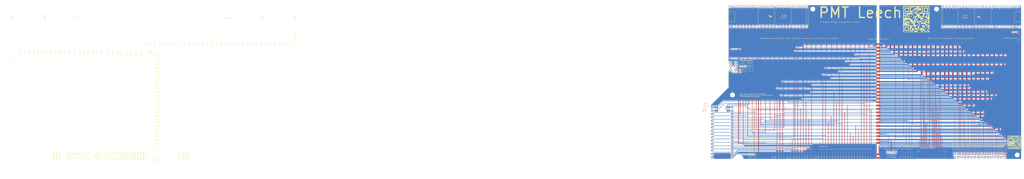
<source format=kicad_pcb>
(kicad_pcb (version 20240108) (generator "pcbnew") (generator_version "8.0")
  (layers (0 "F.Cu" signal) (31 "B.Cu" signal) (34 "B.Paste" user) (35 "F.Paste" user) (36 "B.SilkS" user "B.Silkscreen") (37 "F.SilkS" user "F.Silkscreen") (38 "B.Mask" user) (39 "F.Mask" user) (44 "Edge.Cuts" user))
  (net 0 "")
  (net 1 "GND")
  (net 2 "3V3")
  (net 3 "VCC_SRAM")
  (net 4 "T_3V3")
  (net 5 "GND1")
  (net 6 "T_VCC_SRAM")
  (net 7 "Net-(D1-A)")
  (net 8 "T_GND_ADDRESS_LEDS")
  (net 9 "T_GND_DATA_LEDS")
  (net 10 "Net-(D2-A)")
  (net 11 "Net-(D3-A)")
  (net 12 "Net-(D4-A)")
  (net 13 "Net-(D5-A)")
  (net 14 "Net-(D6-A)")
  (net 15 "Net-(D7-A)")
  (net 16 "Net-(D8-A)")
  (net 17 "Net-(D9-A)")
  (net 18 "Net-(D10-A)")
  (net 19 "Net-(D11-A)")
  (net 20 "Net-(D12-A)")
  (net 21 "Net-(D13-A)")
  (net 22 "Net-(D14-A)")
  (net 23 "Net-(D15-A)")
  (net 24 "Net-(D16-A)")
  (net 25 "Net-(D17-A)")
  (net 26 "Net-(D18-A)")
  (net 27 "Net-(D19-A)")
  (net 28 "Net-(D20-A)")
  (net 29 "Net-(D21-A)")
  (net 30 "Net-(D22-A)")
  (net 31 "Net-(D23-A)")
  (net 32 "Net-(D24-A)")
  (net 33 "Net-(D25-A)")
  (net 34 "Net-(D26-A)")
  (net 35 "Net-(D27-A)")
  (net 36 "T_GND_CONTROL_LEDS")
  (net 37 "Net-(D28-A)")
  (net 38 "Net-(D29-A)")
  (net 39 "Net-(D30-A)")
  (net 40 "Net-(D31-A)")
  (net 41 "Net-(D32-A)")
  (net 42 "Net-(D33-A)")
  (net 43 "Net-(D34-A)")
  (net 44 "Net-(D35-A)")
  (net 45 "GPIO2_16_LS")
  (net 46 "GPIO1_21_LS")
  (net 47 "GPIO1_17_LS")
  (net 48 "GPIO1_23_LS")
  (net 49 "GPIO2_3_LS")
  (net 50 "GPIO1_28_LS")
  (net 51 "GPIO1_20_LS")
  (net 52 "GPIO2_12_LS")
  (net 53 "GPIO1_18_LS")
  (net 54 "GPIO2_0_LS")
  (net 55 "GPIO1_12_LS")
  (net 56 "GPIO1_22_LS")
  (net 57 "GPIO1_13_LS")
  (net 58 "GPIO1_27_LS")
  (net 59 "GPIO2_28_LS")
  (net 60 "GPIO1_25_LS")
  (net 61 "GPIO2_29_LS")
  (net 62 "GPIO2_1_LS")
  (net 63 "GPIO1_29_LS")
  (net 64 "GPIO2_11_LS")
  (net 65 "GPIO1_2_LS")
  (net 66 "GPIO1_16_LS")
  (net 67 "GPIO2_2_LS")
  (net 68 "GPIO1_26_LS")
  (net 69 "GPIO2_10_LS")
  (net 70 "GPIO1_30_LS")
  (net 71 "GPIO1_24_LS")
  (net 72 "GPIO1_31_LS")
  (net 73 "GPIO1_3_LS")
  (net 74 "GPIO1_19_LS")
  (net 75 "T_GPIO2_29_LS")
  (net 76 "T_GPIO1_16_LS")
  (net 77 "T_GPIO1_22_LS")
  (net 78 "T_GPIO1_23_LS")
  (net 79 "T_GPIO1_30_LS")
  (net 80 "T_GPIO2_28_LS")
  (net 81 "T_GPIO1_20_LS")
  (net 82 "T_GPIO1_19_LS")
  (net 83 "T_GPIO1_18_LS")
  (net 84 "T_GPIO1_31_LS")
  (net 85 "T_GPIO2_3_LS")
  (net 86 "T_GPIO1_25_LS")
  (net 87 "T_GPIO1_28_LS")
  (net 88 "T_GPIO2_1_LS")
  (net 89 "T_GPIO1_17_LS")
  (net 90 "T_GPIO1_29_LS")
  (net 91 "T_GPIO2_2_LS")
  (net 92 "T_GPIO2_0_LS")
  (net 93 "T_GPIO2_12_LS")
  (net 94 "T_GPIO1_24_LS")
  (net 95 "T_GPIO1_12_LS")
  (net 96 "T_GPIO2_16_LS")
  (net 97 "T_GPIO1_26_LS")
  (net 98 "T_GPIO1_3_LS")
  (net 99 "T_GPIO1_2_LS")
  (net 100 "T_GPIO2_10_LS")
  (net 101 "T_GPIO1_13_LS")
  (net 102 "T_GPIO1_27_LS")
  (net 103 "T_GPIO2_11_LS")
  (net 104 "T_GPIO1_21_LS")
  (net 105 "T_VUSB")
  (net 106 "GPIO1_2")
  (net 107 "GPIO1_3")
  (net 108 "GPIO1_12")
  (net 109 "GPIO1_13")
  (net 110 "GPIO1_16")
  (net 111 "GPIO1_17")
  (net 112 "GPIO1_18")
  (net 113 "GPIO1_19")
  (net 114 "GPIO1_20")
  (net 115 "GPIO1_21")
  (net 116 "GPIO1_22")
  (net 117 "GPIO1_23")
  (net 118 "GPIO1_24")
  (net 119 "GPIO1_25")
  (net 120 "GPIO1_26")
  (net 121 "GPIO1_27")
  (net 122 "GPIO1_28")
  (net 123 "GPIO1_29")
  (net 124 "GPIO1_30")
  (net 125 "GPIO1_31")
  (net 126 "GPIO2_0")
  (net 127 "GPIO2_1")
  (net 128 "GPIO2_2")
  (net 129 "GPIO2_3")
  (net 130 "GPIO2_10")
  (net 131 "GPIO2_11")
  (net 132 "GPIO2_12")
  (net 133 "GPIO2_16")
  (net 134 "GPIO2_28")
  (net 135 "GPIO2_29")
  (net 136 "T_GPIO1_2")
  (net 137 "T_GPIO1_3")
  (net 138 "T_GPIO1_12")
  (net 139 "T_GPIO1_13")
  (net 140 "T_GPIO1_16")
  (net 141 "T_GPIO1_17")
  (net 142 "T_GPIO1_18")
  (net 143 "T_GPIO1_19")
  (net 144 "T_GPIO1_20")
  (net 145 "T_GPIO1_21")
  (net 146 "T_GPIO1_22")
  (net 147 "T_GPIO1_23")
  (net 148 "T_GPIO1_24")
  (net 149 "T_GPIO1_25")
  (net 150 "T_GPIO1_26")
  (net 151 "T_GPIO1_27")
  (net 152 "T_GPIO1_28")
  (net 153 "T_GPIO1_29")
  (net 154 "T_GPIO1_30")
  (net 155 "T_GPIO1_31")
  (net 156 "T_GPIO2_0")
  (net 157 "T_GPIO2_1")
  (net 158 "T_GPIO2_2")
  (net 159 "T_GPIO2_3")
  (net 160 "T_GPIO2_10")
  (net 161 "T_GPIO2_11")
  (net 162 "T_GPIO2_12")
  (net 163 "T_GPIO2_16")
  (net 164 "T_GPIO2_28")
  (net 165 "T_GPIO2_29")
  (net 177 "OE")
  (net 178 "T_OE")
  (net 194 "Net-(J1-Pin_1)")
  (net 195 "Net-(J1-Pin_2)")
  (net 196 "Net-(J1-Pin_31)")
  (net 197 "Net-(J1-Pin_32)")
  (footprint "Resistor_SMD:R_0805_2012Metric" (layer "F.Cu") (at 209.86 62.4775 -90)
    (property "Reference" "R8")
    (property "Value" "330R")
  )
  (footprint "Resistor_SMD:R_0805_2012Metric" (layer "F.Cu") (at 120.985 145.89 90)
    (property "Reference" "R79")
    (property "Value" "330R")
  )
  (footprint "LED_SMD:LED_0805_2012Metric" (layer "F.Cu") (at 137.785 149.415 90)
    (property "Reference" "D23")
    (property "Value" "LED")
  )
  (footprint "Jumper:SolderJumper-2_P1.3mm_Open_TrianglePad1.0x1.5mm" (layer "F.Cu") (at 152.735 123.14 180)
    (property "Reference" "JP10")
    (property "Value" "SolderJumper_2_Open")
  )
  (footprint "LED_SMD:LED_0805_2012Metric" (layer "F.Cu") (at 79.835 149.34 90)
    (property "Reference" "D29")
    (property "Value" "LED")
  )
  (footprint "Resistor_SMD:R_0805_2012Metric" (layer "F.Cu") (at 135.21 62.315 -90)
    (property "Reference" "R52")
    (property "Value" "330R")
  )
  (footprint "Resistor_SMD:R_0805_2012Metric" (layer "F.Cu") (at 99.785 145.815 90)
    (property "Reference" "R72")
    (property "Value" "330R")
  )
  (footprint "Resistor_SMD:R_0805_2012Metric" (layer "F.Cu") (at 213.36 62.4775 -90)
    (property "Reference" "R26")
    (property "Value" "330R")
  )
  (footprint "Resistor_SMD:R_0805_2012Metric" (layer "F.Cu") (at 105.21 62.315 -90)
    (property "Reference" "R54")
    (property "Value" "330R")
  )
  (footprint "Resistor_SMD:R_0805_2012Metric" (layer "F.Cu") (at 206.56 62.4775 -90)
    (property "Reference" "R21")
    (property "Value" "330R")
  )
  (footprint "LED_SMD:LED_0805_2012Metric" (layer "F.Cu") (at 146.185 149.415 90)
    (property "Reference" "D27")
    (property "Value" "LED")
  )
  (footprint "Resistor_SMD:R_0805_2012Metric" (layer "F.Cu") (at 149.21 62.315 -90)
    (property "Reference" "R59")
    (property "Value" "330R")
  )
  (footprint "Resistor_SMD:R_0805_2012Metric" (layer "F.Cu") (at 259.66 55.2025 90)
    (property "Reference" "R95")
    (property "Value" "330R")
  )
  (footprint "Resistor_SMD:R_0805_2012Metric" (layer "F.Cu") (at 178.46 146.0275 90)
    (property "Reference" "R99")
    (property "Value" "330R")
  )
  (footprint "LED_SMD:LED_0805_2012Metric" (layer "F.Cu") (at 131.485 149.415 90)
    (property "Reference" "D20")
    (property "Value" "LED")
  )
  (footprint "images:clippers_QR_2" (layer "F.Cu") (at 256.54 138.176)
    (property "Reference" "G***")
    (property "Value" "LOGO" (hide yes))
  )
  (footprint "LED_SMD:LED_0805_2012Metric" (layer "F.Cu") (at 116.835 149.3525 90)
    (property "Reference" "D13")
    (property "Value" "LED")
  )
  (footprint "Resistor_SMD:R_0805_2012Metric" (layer "F.Cu") (at 98.21 62.315 -90)
    (property "Reference" "R55")
    (property "Value" "330R")
  )
  (footprint "LED_SMD:LED_0805_2012Metric" (layer "F.Cu") (at 144.085 149.415 90)
    (property "Reference" "D26")
    (property "Value" "LED")
  )
  (footprint "Resistor_SMD:R_0805_2012Metric" (layer "F.Cu") (at 116.835 145.89 90)
    (property "Reference" "R77")
    (property "Value" "330R")
  )
  (footprint "Resistor_SMD:R_0805_2012Metric" (layer "F.Cu") (at 93.485 145.815 90)
    (property "Reference" "R69")
    (property "Value" "330R")
  )
  (footprint "Resistor_SMD:R_0805_2012Metric" (layer "F.Cu") (at 112.635 145.89 90)
    (property "Reference" "R75")
    (property "Value" "330R")
  )
  (footprint "LED_SMD:LED_0805_2012Metric" (layer "F.Cu") (at 127.285 149.39 90)
    (property "Reference" "D18")
    (property "Value" "LED")
  )
  (footprint "teensy.pretty-master:Teensy41" (layer "F.Cu") (at 231.41 42.36 180)
    (property "Reference" "U1")
    (property "Value" "Teensy4.1")
  )
  (footprint "Resistor_SMD:R_0805_2012Metric" (layer "F.Cu") (at 88.21 62.315 -90)
    (property "Reference" "R44")
    (property "Value" "330R")
  )
  (footprint "Jumper:SolderJumper-2_P1.3mm_Open_TrianglePad1.0x1.5mm" (layer "F.Cu") (at 152.785 63.29 180)
    (property "Reference" "JP33")
    (property "Value" "SolderJumper_2_Open" (hide yes))
  )
  (footprint "LED_SMD:LED_0805_2012Metric" (layer "F.Cu") (at 77.735 149.3275 90)
    (property "Reference" "D30")
    (property "Value" "LED")
  )
  (footprint "Resistor_SMD:R_0805_2012Metric" (layer "F.Cu") (at 165.11 62.4775 -90)
    (property "Reference" "R20")
    (property "Value" "330R")
  )
  (footprint "Jumper:SolderJumper-2_P1.3mm_Open_TrianglePad1.0x1.5mm" (layer "F.Cu") (at 152.735 86.69 180)
    (property "Reference" "JP12")
    (property "Value" "SolderJumper_2_Open")
  )
  (footprint "LED_SMD:LED_0805_2012Metric" (layer "F.Cu") (at 101.885 149.29 90)
    (property "Reference" "D9")
    (property "Value" "LED")
  )
  (footprint "Jumper:SolderJumper-2_P1.3mm_Open_TrianglePad1.0x1.5mm" (layer "F.Cu") (at 152.76 91.89 180)
    (property "Reference" "JP27")
    (property "Value" "SolderJumper_2_Open" (hide yes))
  )
  (footprint "Resistor_SMD:R_0805_2012Metric" (layer "F.Cu") (at 77.735 145.8525 90)
    (property "Reference" "R94")
    (property "Value" "330R")
  )
  (footprint "Resistor_SMD:R_0805_2012Metric" (layer "F.Cu") (at 128.21 62.315 -90)
    (property "Reference" "R51")
    (property "Value" "330R")
  )
  (footprint "Resistor_SMD:R_0805_2012Metric" (layer "F.Cu") (at 53.21 62.315 -90)
    (property "Reference" "R46")
    (property "Value" "330R")
  )
  (footprint "Jumper:SolderJumper-2_P1.3mm_Open_TrianglePad1.0x1.5mm" (layer "F.Cu") (at 152.735 104.94 180)
    (property "Reference" "JP7")
    (property "Value" "SolderJumper_2_Open" (hide yes))
  )
  (footprint "Jumper:SolderJumper-2_P1.3mm_Open_TrianglePad1.0x1.5mm" (layer "F.Cu") (at 152.785 94.49 180)
    (property "Reference" "JP30")
    (property "Value" "SolderJumper_2_Open" (hide yes))
  )
  (footprint "Resistor_SMD:R_0805_2012Metric" (layer "F.Cu") (at 101.71 62.315 -90)
    (property "Reference" "R39")
    (property "Value" "330R")
  )
  (footprint "Resistor_SMD:R_0805_2012Metric" (layer "F.Cu") (at 117.21 62.315 -90)
    (property "Reference" "R42")
    (property "Value" "330R")
  )
  (footprint "LED_SMD:LED_0805_2012Metric" (layer "F.Cu") (at 118.935 149.365 90)
    (property "Reference" "D14")
    (property "Value" "LED")
  )
  (footprint "Resistor_SMD:R_0805_2012Metric" (layer "F.Cu") (at 251.46 62.4025 -90)
    (property "Reference" "R1")
    (property "Value" "330R")
  )
  (footprint "LED_SMD:LED_0805_2012Metric" (layer "F.Cu") (at 112.635 149.365 90)
    (property "Reference" "D11")
    (property "Value" "LED")
  )
  (footprint "Resistor_SMD:R_0805_2012Metric" (layer "F.Cu") (at 70.21 62.315 -90)
    (property "Reference" "R57")
    (property "Value" "330R")
  )
  (footprint "Jumper:SolderJumper-2_P1.3mm_Open_TrianglePad1.0x1.5mm" (layer "F.Cu") (at 152.785 73.69 180)
    (property "Reference" "JP20")
    (property "Value" "SolderJumper_2_Open" (hide yes))
  )
  (footprint "Jumper:SolderJumper-2_P1.3mm_Open_TrianglePad1.0x1.5mm" (layer "F.Cu") (at 152.735 102.34 180)
    (property "Reference" "JP22")
    (property "Value" "SolderJumper_2_Open" (hide yes))
  )
  (footprint "LED_SMD:LED_0805_2012Metric" (layer "F.Cu") (at 110.535 149.365 90)
    (property "Reference" "D10")
    (property "Value" "LED")
  )
  (footprint "Resistor_SMD:R_0805_2012Metric" (layer "F.Cu") (at 156.11 62.4775 -90)
    (property "Reference" "R27")
    (property "Value" "330R")
  )
  (footprint "Connector_PinHeader_2.54mm:PinHeader_1x03_P2.54mm_Vertical" (layer "F.Cu") (at 165.46 145.89 -90)
    (property "Reference" "J2")
    (property "Value" "Conn_01x03")
  )
  (footprint "Resistor_SMD:R_0805_2012Metric" (layer "F.Cu") (at 127.285 145.89 90)
    (property "Reference" "R82")
    (property "Value" "330R")
  )
  (footprint "Resistor_SMD:R_0805_2012Metric" (layer "F.Cu") (at 216.86 62.4775 -90)
    (property "Reference" "R12")
    (property "Value" "330R")
  )
  (footprint "Jumper:SolderJumper-2_P1.3mm_Open_TrianglePad1.0x1.5mm" (layer "F.Cu") (at 152.735 81.49 180)
    (property "Reference" "JP11")
    (property "Value" "SolderJumper_2_Open")
  )
  (footprint "Resistor_SMD:R_0805_2012Metric" (layer "F.Cu") (at 113.21 62.315 -90)
    (property "Reference" "R35")
    (property "Value" "330R")
  )
  (footprint "Resistor_SMD:R_0805_2012Metric" (layer "F.Cu") (at 168.61 62.565 -90)
    (property "Reference" "R17")
    (property "Value" "330R")
  )
  (footprint "teensy.pretty-master:Teensy41" (layer "F.Cu") (at 68.77 42.21)
    (property "Reference" "U13")
    (property "Value" "Teensy4.1")
  )
  (footprint "Resistor_SMD:R_0805_2012Metric" (layer "F.Cu") (at 124.71 62.315 -90)
    (property "Reference" "R41")
    (property "Value" "330R")
  )
  (footprint "Resistor_SMD:R_0805_2012Metric" (layer "F.Cu") (at 234.36 62.4775 -90)
    (property "Reference" "R5")
    (property "Value" "330R")
  )
  (footprint "Resistor_SMD:R_0805_2012Metric" (layer "F.Cu") (at 146.185 145.94 90)
    (property "Reference" "R91")
    (property "Value" "330R")
  )
  (footprint "Jumper:SolderJumper-2_P1.3mm_Open_TrianglePad1.0x1.5mm" (layer "F.Cu") (at 72.76 149.79)
    (property "Reference" "JP43")
    (property "Value" "SolderJumper_2_Open")
  )
  (footprint "Resistor_SMD:R_0805_2012Metric" (layer "F.Cu") (at 241.36 62.4775 -90)
    (property "Reference" "R16")
    (property "Value" "330R")
  )
  (footprint "Jumper:SolderJumper-2_P1.3mm_Open_TrianglePad1.0x1.5mm" (layer "F.Cu") (at 152.81 65.89 180)
    (property "Reference" "JP16")
    (property "Value" "SolderJumper_2_Open")
  )
  (footprint "Resistor_SMD:R_0805_2012Metric" (layer "F.Cu") (at 87.135 145.815 90)
    (property "Reference" "R66")
    (property "Value" "330R")
  )
  (footprint "LED_SMD:LED_0805_2012Metric" (layer "F.Cu") (at 75.585 149.3525 90)
    (property "Reference" "D28")
    (property "Value" "LED")
  )
  (footprint "Resistor_SMD:R_0805_2012Metric" (layer "F.Cu") (at 135.685 145.94 90)
    (property "Reference" "R86")
    (property "Value" "330R")
  )
  (footprint "Resistor_SMD:R_0805_2012Metric" (layer "F.Cu") (at 142.21 62.315 -90)
    (property "Reference" "R63")
    (property "Value" "330R")
  )
  (footprint "Jumper:SolderJumper-2_P1.3mm_Open_TrianglePad1.0x1.5mm" (layer "F.Cu") (at 152.735 117.94 180)
    (property "Reference" "JP9")
    (property "Value" "SolderJumper_2_Open" (hide yes))
  )
  (footprint "Resistor_SMD:R_0805_2012Metric" (layer "F.Cu") (at 172.11 62.565 -90)
    (property "Reference" "R19")
    (property "Value" "330R")
  )
  (footprint "Resistor_SMD:R_0805_2012Metric" (layer "F.Cu") (at 179.11 62.4775 -90)
    (property "Reference" "R4")
    (property "Value" "330R")
  )
  (footprint "Resistor_SMD:R_0805_2012Metric" (layer "F.Cu") (at 109.21 62.315 -90)
    (property "Reference" "R56")
    (property "Value" "330R")
  )
  (footprint "LED_SMD:LED_0805_2012Metric" (layer "F.Cu") (at 174.31 149.412499 90)
    (property "Reference" "D33")
    (property "Value" "LED")
  )
  (footprint "Resistor_SMD:R_0805_2012Metric" (layer "F.Cu") (at 131.485 145.94 90)
    (property "Reference" "R84")
    (property "Value" "330R")
  )
  (footprint "Resistor_SMD:R_0805_2012Metric" (layer "F.Cu") (at 101.885 145.815 90)
    (property "Reference" "R73")
    (property "Value" "330R")
  )
  (footprint "Resistor_SMD:R_0805_2012Metric" (layer "F.Cu") (at 203.61 62.4775 -90)
    (property "Reference" "R7")
    (property "Value" "330R")
  )
  (footprint "LED_SMD:LED_0805_2012Metric" (layer "F.Cu") (at 171.27 149.382499 90)
    (property "Reference" "D32")
    (property "Value" "LED")
  )
  (footprint "Resistor_SMD:R_0805_2012Metric" (layer "F.Cu") (at 162.06 62.4775 -90)
    (property "Reference" "R31")
    (property "Value" "330R")
  )
  (footprint "Resistor_SMD:R_0805_2012Metric" (layer "F.Cu") (at 138.71 62.315 -90)
    (property "Reference" "R49")
    (property "Value" "330R")
  )
  (footprint "Jumper:SolderJumper-2_P1.3mm_Open_TrianglePad1.0x1.5mm" (layer "F.Cu") (at 152.735 133.54 180)
    (property "Reference" "JP5")
    (property "Value" "SolderJumper_2_Open")
  )
  (footprint "Connector_PinHeader_2.54mm:PinHeader_1x03_P2.54mm_Vertical" (layer "F.Cu") (at 40.07 77.76)
    (property "Reference" "J6")
    (property "Value" "Conn_01x03")
  )
  (footprint "Resistor_SMD:R_0805_2012Metric" (layer "F.Cu") (at 174.31 146.0275 90)
    (property "Reference" "R97")
    (property "Value" "330R")
  )
  (footprint "MountingHole:MountingHole_3.2mm_M3" (layer "F.Cu") (at 197.36 36.49)
    (property "Reference" "H3")
    (property "Value" "MountingHole")
  )
  (footprint "Resistor_SMD:R_0805_2012Metric" (layer "F.Cu") (at 186.11 62.4775 -90)
    (property "Reference" "R3")
    (property "Value" "330R")
  )
  (footprint "Connector_PinHeader_2.54mm:PinHeader_1x03_P2.54mm_Vertical" (layer "F.Cu") (at 44.07 77.76)
    (property "Reference" "J7")
    (property "Value" "Conn_01x03")
  )
  (footprint "Jumper:SolderJumper-2_P1.3mm_Open_TrianglePad1.0x1.5mm" (layer "F.Cu") (at 105.635 149.8025)
    (property "Reference" "JP41")
    (property "Value" "SolderJumper_2_Open")
  )
  (footprint "Resistor_SMD:R_0805_2012Metric" (layer "F.Cu") (at 77.21 62.315 -90)
    (property "Reference" "R60")
    (property "Value" "330R")
  )
  (footprint "Jumper:SolderJumper-2_P1.3mm_Open_TrianglePad1.0x1.5mm" (layer "F.Cu") (at 152.735 115.34 180)
    (property "Reference" "JP25")
    (property "Value" "SolderJumper_2_Open" (hide yes))
  )
  (footprint "Resistor_SMD:R_0805_2012Metric" (layer "F.Cu") (at 220.36 62.4775 -90)
    (property "Reference" "R28")
    (property "Value" "330R")
  )
  (footprint "Resistor_SMD:R_0805_2012Metric" (layer "F.Cu") (at 182.61 62.4775 -90)
    (property "Reference" "R9")
    (property "Value" "330R")
  )
  (footprint "LED_SMD:LED_0805_2012Metric" (layer "F.Cu") (at 123.085 149.39 90)
    (property "Reference" "D16")
    (property "Value" "LED")
  )
  (footprint "Jumper:SolderJumper-2_P1.3mm_Open_TrianglePad1.0x1.5mm" (layer "F.Cu") (at 152.735 89.29 180)
    (property "Reference" "JP24")
    (property "Value" "SolderJumper_2_Open" (hide yes))
  )
  (footprint "Resistor_SMD:R_0805_2012Metric" (layer "F.Cu") (at 66.71 62.315 -90)
    (property "Reference" "R37")
    (property "Value" "330R")
  )
  (footprint "Resistor_SMD:R_0805_2012Metric" (layer "F.Cu") (at 79.835 145.8525 90)
    (property "Reference" "R93")
    (property "Value" "330R")
  )
  (footprint "Resistor_SMD:R_0805_2012Metric" (layer "F.Cu") (at 171.260001 146.002501 90)
    (property "Reference" "R96")
    (property "Value" "330R")
  )
  (footprint "Resistor_SMD:R_0805_2012Metric" (layer "F.Cu") (at 91.385 145.815 90)
    (property "Reference" "R68")
    (property "Value" "330R")
  )
  (footprint "LED_SMD:LED_0805_2012Metric" (layer "F.Cu") (at 133.585 149.415 90)
    (property "Reference" "D21")
    (property "Value" "LED")
  )
  (footprint "Jumper:SolderJumper-2_P1.3mm_Open_TrianglePad1.0x1.5mm" (layer "F.Cu") (at 152.735 128.34 180)
    (property "Reference" "JP4")
    (property "Value" "SolderJumper_2_Open" (hide yes))
  )
  (footprint "Resistor_SMD:R_0805_2012Metric" (layer "F.Cu") (at 108.435 145.89 90)
    (property "Reference" "R65")
    (property "Value" "330R")
  )
  (footprint "Resistor_SMD:R_0805_2012Metric" (layer "F.Cu") (at 227.36 62.4775 -90)
    (property "Reference" "R6")
    (property "Value" "330R")
  )
  (footprint "Resistor_SMD:R_0805_2012Metric" (layer "F.Cu") (at 137.785 145.94 90)
    (property "Reference" "R87")
    (property "Value" "330R")
  )
  (footprint "Jumper:SolderJumper-2_P1.3mm_Open_TrianglePad1.0x1.5mm" (layer "F.Cu") (at 152.735 112.74 180)
    (property "Reference" "JP34")
    (property "Value" "SolderJumper_2_Open" (hide yes))
  )
  (footprint "LED_SMD:LED_0805_2012Metric" (layer "F.Cu") (at 141.985 149.415 90)
    (property "Reference" "D25")
    (property "Value" "LED")
  )
  (footprint "Resistor_SMD:R_0805_2012Metric" (layer "F.Cu") (at 110.535 145.89 90)
    (property "Reference" "R74")
    (property "Value" "330R")
  )
  (footprint "LED_SMD:LED_0805_2012Metric" (layer "F.Cu") (at 120.985 149.39 90)
    (property "Reference" "D15")
    (property "Value" "LED")
  )
  (footprint "Resistor_SMD:R_0805_2012Metric" (layer "F.Cu") (at 91.71 62.315 -90)
    (property "Reference" "R53")
    (property "Value" "330R")
  )
  (footprint "Resistor_SMD:R_0805_2012Metric" (layer "F.Cu") (at 193.11 62.565 -90)
    (property "Reference" "R22")
    (property "Value" "330R")
  )
  (footprint "LED_SMD:LED_0805_2012Metric" (layer "F.Cu") (at 108.435 149.365 90)
    (property "Reference" "D1")
    (property "Value" "LED")
  )
  (footprint "Jumper:SolderJumper-2_P1.3mm_Open_TrianglePad1.0x1.5mm" (layer "F.Cu") (at 152.735 110.14 180)
    (property "Reference" "JP28")
    (property "Value" "SolderJumper_2_Open" (hide yes))
  )
  (footprint "Jumper:SolderJumper-2_P1.3mm_Open_TrianglePad1.0x1.5mm" (layer "F.Cu") (at 84.36 149.7775)
    (property "Reference" "JP42")
    (property "Value" "SolderJumper_2_Open")
  )
  (footprint "MountingHole:MountingHole_3.2mm_M3" (layer "F.Cu") (at 258.96 147.89)
    (property "Reference" "H1")
    (property "Value" "MountingHole")
  )
  (footprint "Jumper:SolderJumper-2_P1.3mm_Open_TrianglePad1.0x1.5mm" (layer "F.Cu") (at 152.785 76.29 180)
    (property "Reference" "JP21")
    (property "Value" "SolderJumper_2_Open" (hide yes))
  )
  (footprint "Resistor_SMD:R_0805_2012Metric" (layer "F.Cu") (at 145.71 62.315 -90)
    (property "Reference" "R64")
    (property "Value" "330R")
  )
  (footprint "Jumper:SolderJumper-2_P1.3mm_Open_TrianglePad1.0x1.5mm" (layer "F.Cu") (at 152.735 120.54 180)
    (property "Reference" "JP31")
    (property "Value" "SolderJumper_2_Open" (hide yes))
  )
  (footprint "Resistor_SMD:R_0805_2012Metric" (layer "F.Cu") (at 123.085 145.89 90)
    (property "Reference" "R80")
    (property "Value" "330R")
  )
  (footprint "Resistor_SMD:R_0805_2012Metric" (layer "F.Cu") (at 56.71 62.315 -90)
    (property "Reference" "R45")
    (property "Value" "330R")
  )
  (footprint "LED_SMD:LED_0805_2012Metric" (layer "F.Cu") (at 99.785 149.29 90)
    (property "Reference" "D8")
    (property "Value" "LED")
  )
  (footprint "Resistor_SMD:R_0805_2012Metric" (layer "F.Cu") (at 114.735 145.89 90)
    (property "Reference" "R76")
    (property "Value" "330R")
  )
  (footprint "Jumper:SolderJumper-2_P1.3mm_Open_TrianglePad1.0x1.5mm" (layer "F.Cu") (at 152.735 99.74 180)
    (property "Reference" "JP8")
    (property "Value" "SolderJumper_2_Open" (hide yes))
  )
  (footprint "LED_SMD:LED_0805_2012Metric" (layer "F.Cu") (at 95.585 149.29 90)
    (property "Reference" "D6")
    (property "Value" "LED")
  )
  (footprint "LED_SMD:LED_0805_2012Metric" (layer "F.Cu") (at 97.685 149.29 90)
    (property "Reference" "D7")
    (property "Value" "LED")
  )
  (footprint "Jumper:SolderJumper-2_P1.3mm_Open_TrianglePad1.0x1.5mm" (layer "F.Cu") (at 152.71 138.74 180)
    (property "Reference" "JP13")
    (property "Value" "SolderJumper_2_Open")
  )
  (footprint "Resistor_SMD:R_0805_2012Metric" (layer "F.Cu") (at 63.21 62.315 -90)
    (property "Reference" "R47")
    (property "Value" "330R")
  )
  (footprint "LED_SMD:LED_0805_2012Metric" (layer "F.Cu") (at 176.385001 149.452499 90)
    (property "Reference" "D34")
    (property "Value" "LED")
  )
  (footprint "LED_SMD:LED_0805_2012Metric" (layer "F.Cu") (at 87.135 149.29 90)
    (property "Reference" "D2")
    (property "Value" "LED")
  )
  (footprint "LED_SMD:LED_0805_2012Metric" (layer "F.Cu") (at 93.485 149.29 90)
    (property "Reference" "D5")
    (property "Value" "LED")
  )
  (footprint "Resistor_SMD:R_0805_2012Metric" (layer "F.Cu") (at 223.86 62.4775 -90)
    (property "Reference" "R11")
    (property "Value" "330R")
  )
  (footprint "Resistor_SMD:R_0805_2012Metric" (layer "F.Cu") (at 46.21 62.4025 -90)
    (property "Reference" "R34")
    (property "Value" "330R")
  )
  (footprint "Resistor_SMD:R_0805_2012Metric" (layer "F.Cu") (at 237.86 62.4775 -90)
    (property "Reference" "R15")
    (property "Value" "330R")
  )
  (footprint "Resistor_SMD:R_0805_2012Metric" (layer "F.Cu") (at 80.71 62.315 -90)
    (property "Reference" "R43")
    (property "Value" "330R")
  )
  (footprint "Resistor_SMD:R_0805_2012Metric" (layer "F.Cu") (at 84.21 62.315 -90)
    (property "Reference" "R58")
    (property "Value" "330R")
  )
  (footprint "Resistor_SMD:R_0805_2012Metric" (layer "F.Cu") (at 141.985 145.94 90)
    (property "Reference" "R89")
    (property "Value" "330R")
  )
  (footprint "Resistor_SMD:R_0805_2012Metric" (layer "F.Cu") (at 89.235 145.815 90)
    (property "Reference" "R67")
    (property "Value" "330R")
  )
  (footprint "Resistor_SMD:R_0805_2012Metric" (layer "F.Cu") (at 59.71 62.315 -90)
    (property "Reference" "R48")
    (property "Value" "330R")
  )
  (footprint "Jumper:SolderJumper-2_P1.3mm_Open_TrianglePad1.0x1.5mm" (layer "F.Cu") (at 152.735 130.94 180)
    (property "Reference" "JP26")
    (property "Value" "SolderJumper_2_Open" (hide yes))
  )
  (footprint "Jumper:SolderJumper-2_P1.3mm_Open_TrianglePad1.0x1.5mm" (layer "F.Cu") (at 152.785 71.09 180)
    (property "Reference" "JP2")
    (property "Value" "SolderJumper_2_Open" (hide yes))
  )
  (footprint "LED_SMD:LED_0805_2012Metric" (layer "F.Cu") (at 178.46 149.452499 90)
    (property "Reference" "D35")
    (property "Value" "LED")
  )
  (footprint "Resistor_SMD:R_0805_2012Metric" (layer "F.Cu") (at 133.585 145.94 90)
    (property "Reference" "R85")
    (property "Value" "330R")
  )
  (footprint "Resistor_SMD:R_0805_2012Metric" (layer "F.Cu") (at 196.61 62.4775 -90)
    (property "Reference" "R24")
    (property "Value" "330R")
  )
  (footprint "Jumper:SolderJumper-2_P1.3mm_Open_TrianglePad1.0x1.5mm" (layer "F.Cu") (at 152.785 68.49 180)
    (property "Reference" "JP15")
    (property "Value" "SolderJumper_2_Open")
  )
  (footprint "Resistor_SMD:R_0805_2012Metric" (layer "F.Cu") (at 254.96 62.4025 -90)
    (property "Reference" "R2")
    (property "Value" "330R")
  )
  (footprint "LED_SMD:LED_0805_2012Metric" (layer "F.Cu") (at 125.185 149.365 90)
    (property "Reference" "D17")
    (property "Value" "LED")
  )
  (footprint "Resistor_SMD:R_0805_2012Metric" (layer "F.Cu") (at 175.61 62.565 -90)
    (property "Reference" "R18")
    (property "Value" "330R")
  )
  (footprint "Jumper:SolderJumper-2_P1.3mm_Open_TrianglePad1.0x1.5mm" (layer "F.Cu") (at 152.735 107.54 180)
    (property "Reference" "JP32")
    (property "Value" "SolderJumper_2_Open" (hide yes))
  )
  (footprint "Resistor_SMD:R_0805_2012Metric" (layer "F.Cu") (at 129.385 145.9025 90)
    (property "Reference" "R83")
    (property "Value" "330R")
  )
  (footprint "Resistor_SMD:R_0805_2012Metric" (layer "F.Cu") (at 121.21 62.315 -90)
    (property "Reference" "R36")
    (property "Value" "330R")
  )
  (footprint "Jumper:SolderJumper-2_P1.3mm_Open_TrianglePad1.0x1.5mm" (layer "F.Cu") (at 152.635 147.365 180)
    (property "Reference" "JP19")
    (property "Value" "SolderJumper_2_Open")
  )
  (footprint "Resistor_SMD:R_0805_2012Metric" (layer "F.Cu") (at 73.71 62.315 -90)
    (property "Reference" "R38")
    (property "Value" "330R")
  )
  (footprint "Jumper:SolderJumper-2_P1.3mm_Open_TrianglePad1.0x1.5mm" (layer "F.Cu") (at 152.735 136.14 180)
    (property "Reference" "JP14")
    (property "Value" "SolderJumper_2_Open")
  )
  (footprint "LED_SMD:LED_0805_2012Metric" (layer "F.Cu") (at 91.385 149.29 90)
    (property "Reference" "D4")
    (property "Value" "LED")
  )
  (footprint "MountingHole:MountingHole_3.2mm_M3" (layer "F.Cu") (at 41.56 102.09)
    (property "Reference" "H2")
    (property "Value" "MountingHole")
  )
  (footprint "LED_SMD:LED_0805_2012Metric" (layer "F.Cu") (at 139.885 149.415 90)
    (property "Reference" "D24")
    (property "Value" "LED")
  )
  (footprint "Resistor_SMD:R_0805_2012Metric" (layer "F.Cu") (at 95.585 145.815 90)
    (property "Reference" "R70")
    (property "Value" "330R")
  )
  (footprint "Resistor_SMD:R_0805_2012Metric" (layer "F.Cu") (at 230.86 62.4775 -90)
    (property "Reference" "R25")
    (property "Value" "330R")
  )
  (footprint "Resistor_SMD:R_0805_2012Metric" (layer "F.Cu") (at 244.86 62.4775 -90)
    (property "Reference" "R13")
    (property "Value" "330R")
  )
  (footprint "Jumper:SolderJumper-2_P1.3mm_Open_TrianglePad1.0x1.5mm" (layer "F.Cu") (at 152.76 97.14 180)
    (property "Reference" "JP29")
    (property "Value" "SolderJumper_2_Open" (hide yes))
  )
  (footprint "Resistor_SMD:R_0805_2012Metric" (layer "F.Cu") (at 144.085 145.94 90)
    (property "Reference" "R90")
    (property "Value" "330R")
  )
  (footprint "Resistor_SMD:R_0805_2012Metric" (layer "F.Cu") (at 95.21 62.4025 -90)
    (property "Reference" "R40")
    (property "Value" "330R")
  )
  (footprint "Resistor_SMD:R_0805_2012Metric" (layer "F.Cu") (at 97.685 145.815 90)
    (property "Reference" "R71")
    (property "Value" "330R")
  )
  (footprint "Jumper:SolderJumper-2_P1.3mm_Open_TrianglePad1.0x1.5mm" (layer "F.Cu") (at 152.76 78.89 180)
    (property "Reference" "JP3")
    (property "Value" "SolderJumper_2_Open" (hide yes))
  )
  (footprint "Jumper:SolderJumper-2_P1.3mm_Open_TrianglePad1.0x1.5mm" (layer "F.Cu") (at 152.635 150.015 180)
    (property "Reference" "JP17")
    (property "Value" "SolderJumper_2_Open")
  )
  (footprint "LED_SMD:LED_0805_2012Metric" (layer "F.Cu") (at 135.685 149.415 90)
    (property "Reference" "D22")
    (property "Value" "LED")
  )
  (footprint "LED_SMD:LED_0805_2012Metric" (layer "F.Cu") (at 129.385 149.415 90)
    (property "Reference" "D19")
    (property "Value" "LED")
  )
  (footprint "images:github_QR2" (layer "F.Cu") (at 181.864 44.196)
    (property "Reference" "G***")
    (property "Value" "LOGO" (hide yes))
  )
  (footprint "MountingHole:MountingHole_3.2mm_M3" (layer "F.Cu") (at 102.86 36.49)
    (property "Reference" "H4")
    (property "Value" "MountingHole")
  )
  (footprint "Resistor_SMD:R_0805_2012Metric" (layer "F.Cu") (at 118.935 145.89 90)
    (property "Reference" "R78")
    (property "Value" "330R")
  )
  (footprint "Resistor_SMD:R_0805_2012Metric" (layer "F.Cu") (at 189.61 62.4775 -90)
    (property "Reference" "R10")
    (property "Value" "330R")
  )
  (footprint "Resistor_SMD:R_0805_2012Metric" (layer "F.Cu") (at 200.11 62.4775 -90)
    (property "Reference" "R23")
    (property "Value" "330R")
  )
  (footprint "Resistor_SMD:R_0805_2012Metric" (layer "F.Cu") (at 49.71 62.315 -90)
    (property "Reference" "R33")
    (property "Value" "330R")
  )
  (footprint "Jumper:SolderJumper-2_P1.3mm_Open_TrianglePad1.0x1.5mm" (layer "F.Cu") (at 152.735 84.09 180)
    (property "Reference" "JP6")
    (property "Value" "SolderJumper_2_Open" (hide yes))
  )
  (footprint "LED_SMD:LED_0805_2012Metric" (layer "F.Cu") (at 259.689999 58.752499 90)
    (property "Reference" "D31")
    (property "Value" "LED")
  )
  (footprint "Resistor_SMD:R_0805_2012Metric" (layer "F.Cu") (at 139.885 145.94 90)
    (property "Reference" "R88")
    (property "Value" "330R")
  )
  (footprint "clockwise_connectors:PinHeader_2x16_P2.54mm_Vertical_clockwise" (layer "F.Cu") (at 249.36 146.95 -90)
    (property "Reference" "J8")
    (property "Value" "Conn_02x16_Counter_Clockwise" (hide yes))
  )
  (footprint "LED_SMD:LED_0805_2012Metric" (layer "F.Cu") (at 89.235 149.29 90)
    (property "Reference" "D3")
    (property "Value" "LED")
  )
  (footprint "Resistor_SMD:R_0805_2012Metric" (layer "F.Cu") (at 131.71 62.315 -90)
    (property "Reference" "R50")
    (property "Value" "330R")
  )
  (footprint "Package_DIP:DIP-32_W15.24mm_Socket" (layer "F.Cu") (at 26.12 111.51)
    (property "Reference" "J1")
    (property "Value" "Conn_02x16_Counter_Clockwise")
  )
  (footprint "Resistor_SMD:R_0805_2012Metric" (layer "F.Cu") (at 176.385001 146.0275 90)
    (property "Reference" "R98")
    (property "Value" "330R")
  )
  (footprint "Resistor_SMD:R_0805_2012Metric" (layer "F.Cu") (at 75.585 145.8775 90)
    (property "Reference" "R92")
    (property "Value" "330R")
  )
  (footprint "LED_SMD:LED_0805_2012Metric" (layer "F.Cu") (at 114.735 149.365 90)
    (property "Reference" "D12")
    (property "Value" "LED")
  )
  (footprint "Resistor_SMD:R_0805_2012Metric" (layer "F.Cu") (at 125.185 145.89 90)
    (property "Reference" "R81")
    (property "Value" "330R")
  )
  (footprint "Connector_FFC-FPC:Hirose_FH12-36S-0.5SH_1x36-1MP_P0.50mm_Horizontal" (layer "F.Cu") (at 193.31 146.34)
    (property "Reference" "J4")
    (property "Value" "Conn_02x18_Counter_Clockwise")
  )
  (footprint "Jumper:SolderJumper-2_P1.3mm_Open_TrianglePad1.0x1.5mm" (layer "F.Cu") (at 152.735 125.74 180)
    (property "Reference" "JP23")
    (property "Value" "SolderJumper_2_Open" (hide yes))
  )
  (footprint "Resistor_SMD:R_0805_2012Metric" (layer "F.Cu") (at 248.16 62.4775 -90)
    (property "Reference" "R14")
    (property "Value" "330R")
  )
  (footprint "Resistor_SMD:R_0805_2012Metric" (layer "F.Cu") (at 159.11 62.4775 -90)
    (property "Reference" "R32")
    (property "Value" "330R")
  )
  (footprint "Jumper:SolderJumper-2_P1.3mm_Open_TrianglePad1.0x1.5mm" (layer "B.Cu") (at 38.455 114.06 180)
    (property "Reference" "JP38")
    (property "Value" "SolderJumper_2_Open")
  )
  (footprint "Jumper:SolderJumper-2_P1.3mm_Open_TrianglePad1.0x1.5mm" (layer "B.Cu") (at 29.185001 114.02 180)
    (property "Reference" "JP1")
    (property "Value" "SolderJumper_2_Open")
  )
  (footprint "Jumper:SolderJumper-2_P1.3mm_Open_TrianglePad1.0x1.5mm" (layer "B.Cu") (at 29.195 111.5 180)
    (property "Reference" "JP18")
    (property "Value" "SolderJumper_2_Open")
  )
  (footprint "Jumper:SolderJumper-2_P1.3mm_Open_TrianglePad1.0x1.5mm" (layer "B.Cu") (at 38.455 111.51 180)
    (property "Reference" "JP35")
    (property "Value" "SolderJumper_2_Open")
  )
  (gr_line (start 243.078 144.78) (end 243.078 138.938) (stroke (width 0.1)) (layer "F.SilkS"))
  (gr_line (start 212.598 144.78) (end 212.598 138.938) (stroke (width 0.1)) (layer "F.SilkS"))
  (gr_line (start 59.69 115.061999) (end 53.848 115.062) (stroke (width 0.1)) (layer "F.SilkS"))
  (gr_line (start 59.69 120.142) (end 53.848 120.142) (stroke (width 0.1)) (layer "F.SilkS"))
  (gr_line (start 245.618 144.78) (end 245.618 138.938) (stroke (width 0.1)) (layer "F.SilkS"))
  (gr_line (start 46.736 78.994) (end 56.896 78.994) (stroke (width 0.1)) (layer "F.SilkS"))
  (gr_line (start 46.736 81.534) (end 56.896 81.534) (stroke (width 0.1)) (layer "F.SilkS"))
  (gr_line (start 59.69 135.382) (end 53.848 135.382) (stroke (width 0.1)) (layer "F.SilkS"))
  (gr_line (start 232.918 144.78) (end 232.918 138.938) (stroke (width 0.1)) (layer "F.SilkS"))
  (gr_line (start 59.69 122.682) (end 53.848 122.682) (stroke (width 0.1)) (layer "F.SilkS"))
  (gr_line (start 59.69 137.921999) (end 53.848 137.922) (stroke (width 0.1)) (layer "F.SilkS"))
  (gr_line (start 59.69 127.762001) (end 53.848 127.762) (stroke (width 0.1)) (layer "F.SilkS"))
  (gr_line (start 230.251 144.78) (end 230.378 144.78) (stroke (width 0.1)) (layer "F.SilkS"))
  (gr_line (start 227.838 144.78) (end 227.838 138.938) (stroke (width 0.1)) (layer "F.SilkS"))
  (gr_line (start 59.69 112.522) (end 53.848 112.522) (stroke (width 0.1)) (layer "F.SilkS"))
  (gr_line (start 215.138 144.78) (end 215.138 138.938) (stroke (width 0.1)) (layer "F.SilkS"))
  (gr_rect (start 46.736 76.2) (end 56.896 84.074) (stroke (width 0.1)) (fill none) (layer "F.SilkS"))
  (gr_rect (start 209.804 138.938) (end 250.698 144.78) (stroke (width 0.1)) (fill none) (layer "F.SilkS"))
  (gr_line (start 59.69 145.542) (end 53.848 145.542) (stroke (width 0.1)) (layer "F.SilkS"))
  (gr_line (start 51.816 76.2) (end 51.816 84.074) (stroke (width 0.1)) (layer "F.SilkS"))
  (gr_line (start 59.69 117.602) (end 53.848 117.602) (stroke (width 0.1)) (layer "F.SilkS"))
  (gr_line (start 59.69 148.081999) (end 53.848 148.082) (stroke (width 0.1)) (layer "F.SilkS"))
  (gr_line (start 59.69 130.428999) (end 59.69 130.302) (stroke (width 0.1)) (layer "F.SilkS"))
  (gr_line (start 230.378 144.78) (end 230.378 138.938) (stroke (width 0.1)) (layer "F.SilkS"))
  (gr_line (start 240.538 144.78) (end 240.538 138.938) (stroke (width 0.1)) (layer "F.SilkS"))
  (gr_line (start 222.758 144.78) (end 222.758 138.938) (stroke (width 0.1)) (layer "F.SilkS"))
  (gr_line (start 220.218 144.78) (end 220.218 138.938) (stroke (width 0.1)) (layer "F.SilkS"))
  (gr_line (start 225.298 144.78) (end 225.298 138.938) (stroke (width 0.1)) (layer "F.SilkS"))
  (gr_line (start 59.69 132.842) (end 53.848 132.842) (stroke (width 0.1)) (layer "F.SilkS"))
  (gr_rect (start 53.848 109.982) (end 59.69 150.876) (stroke (width 0.1)) (fill none) (layer "F.SilkS"))
  (gr_line (start 59.69 130.302) (end 53.848 130.302) (stroke (width 0.1)) (layer "F.SilkS"))
  (gr_line (start 248.158 144.78) (end 248.158 138.938) (stroke (width 0.1)) (layer "F.SilkS"))
  (gr_line (start 59.69 125.222) (end 53.848 125.222) (stroke (width 0.1)) (layer "F.SilkS"))
  (gr_line (start 209.804 141.859) (end 250.698 141.859) (stroke (width 0.1)) (layer "F.SilkS"))
  (gr_line (start 237.998 144.78) (end 237.998 138.938) (stroke (width 0.1)) (layer "F.SilkS"))
  (gr_line (start 56.769 150.876) (end 56.769 109.982) (stroke (width 0.1)) (layer "F.SilkS"))
  (gr_line (start 217.678 144.78) (end 217.678 138.938) (stroke (width 0.1)) (layer "F.SilkS"))
  (gr_line (start 59.69 143.002) (end 53.848 143.002) (stroke (width 0.1)) (layer "F.SilkS"))
  (gr_line (start 59.69 140.462) (end 53.848 140.462) (stroke (width 0.1)) (layer "F.SilkS"))
  (gr_line (start 235.458 144.78) (end 235.458 138.938) (stroke (width 0.1)) (layer "F.SilkS"))
  (gr_line (start 24.46 151.39) (end 42.93 151.39) (stroke (width 0.05)) (layer "Edge.Cuts"))
  (gr_line (start 38.11 96.14) (end 38.11 33.04) (stroke (width 0.05)) (layer "Edge.Cuts"))
  (gr_line (start 38.11 96.14) (end 24.46 109.79) (stroke (width 0.05)) (layer "Edge.Cuts"))
  (gr_line (start 262.41 33.04) (end 262.41 151.39) (stroke (width 0.05)) (layer "Edge.Cuts"))
  (gr_line (start 38.11 33.04) (end 262.41 33.04) (stroke (width 0.05)) (layer "Edge.Cuts"))
  (gr_arc (start 42.93 151.39) (mid 46.26 148.06) (end 49.59 151.39) (stroke (width 0.05)) (layer "Edge.Cuts"))
  (gr_line (start 24.46 109.79) (end 24.46 151.39) (stroke (width 0.05)) (layer "Edge.Cuts"))
  (gr_line (start 262.41 151.39) (end 49.59 151.39) (stroke (width 0.05)) (layer "Edge.Cuts"))
  (gr_text "If connected to a chip programmer and you are using a 28-pin chip or 30-pin chip.\nDisconnect the pins accordingly because the programmer might complain." (at 85.09 112.776 -0) (layer "B.SilkS") (effects (font (size 0.6 0.6) (thickness 0.1)) (justify left bottom mirror)))
  (gr_text "A15" (at 246.126 140.716 0) (layer "F.SilkS") (effects (font (size 0.5 0.5) (thickness 0.1)) (justify left bottom)))
  (gr_text "A1" (at 110.236 143.764 0) (layer "F.SilkS") (effects (font (size 0.5 0.5) (thickness 0.1)) (justify left bottom)))
  (gr_text "A5" (at 233.68 143.764 0) (layer "F.SilkS") (effects (font (size 0.5 0.5) (thickness 0.1)) (justify left bottom)))
  (gr_text "(NC: 32-pin chip)" (at 47.244 84.836 0) (layer "F.SilkS") (effects (font (size 0.3 0.3) (thickness 0.075)) (justify left bottom)))
  (gr_text "A5" (at 118.364 143.764 0) (layer "F.SilkS") (effects (font (size 0.5 0.5) (thickness 0.1)) (justify left bottom)))
  (gr_text "/CS" (at 74.93 143.764 0) (layer "F.SilkS") (effects (font (size 0.5 0.5) (thickness 0.1)) (justify left bottom)))
  (gr_text "A3" (at 114.3 143.764 0) (layer "F.SilkS") (effects (font (size 0.5 0.5) (thickness 0.1)) (justify left bottom)))
  (gr_text "A13" (at 57.658 121.666 0) (layer "F.SilkS") (effects (font (size 0.5 0.5) (thickness 0.1)) (justify left bottom)))
  (gr_text "Setup to record parallell memory transactions" (at 190.754 59.436 0) (layer "F.SilkS") (effects (font (size 1 1) (thickness 0.1)) (justify left bottom)))
  (gr_text "A18" (at 54.61 111.506 0) (layer "F.SilkS") (effects (font (size 0.5 0.5) (thickness 0.1)) (justify left bottom)))
  (gr_text "/CS" (at 223.266 140.716 0) (layer "F.SilkS") (effects (font (size 0.5 0.5) (thickness 0.1)) (justify left bottom)))
  (gr_text "/OE" (at 228.346 140.716 0) (layer "F.SilkS") (effects (font (size 0.5 0.5) (thickness 0.1)) (justify left bottom)))
  (gr_text "A14" (at 137.16 143.764 0) (layer "F.SilkS") (effects (font (size 0.5 0.5) (thickness 0.1)) (justify left bottom)))
  (gr_text "A8" (at 124.714 143.764 0) (layer "F.SilkS") (effects (font (size 0.5 0.5) (thickness 0.1)) (justify left bottom)))
  (gr_text "A10" (at 128.778 143.764 0) (layer "F.SilkS") (effects (font (size 0.5 0.5) (thickness 0.1)) (justify left bottom)))
  (gr_text "A8" (at 57.912 124.206 0) (layer "F.SilkS") (effects (font (size 0.5 0.5) (thickness 0.1)) (justify left bottom)))
  (gr_text "GND" (at 210.312 143.764 0) (layer "F.SilkS") (effects (font (size 0.5 0.5) (thickness 0.1)) (justify left bottom)))
  (gr_text "A10" (at 57.404 134.366 0) (layer "F.SilkS") (effects (font (size 0.5 0.5) (thickness 0.1)) (justify left bottom)))
  (gr_text "A11\n" (at 130.81 143.764 0) (layer "F.SilkS") (effects (font (size 0.5 0.5) (thickness 0.1)) (justify left bottom)))
  (gr_text "VUSB (5V)" (at 52.578 77.978 0) (layer "F.SilkS") (effects (font (size 0.5 0.5) (thickness 0.1)) (justify left bottom)))
  (gr_text "D3" (at 213.36 143.764 0) (layer "F.SilkS") (effects (font (size 0.5 0.5) (thickness 0.1)) (justify left bottom)))
  (gr_text "Control lines" (at 74.676 141.732 0) (layer "F.SilkS") (effects (font (size 0.6 0.6) (thickness 0.1)) (justify left bottom)))
  (gr_text "Connect to a chip clipper that will connect to your target in circuit" (at 209.804 134.62 0) (layer "F.SilkS") (effects (font (size 0.6 0.6) (thickness 0.1)) (justify left bottom)))
  (gr_text "A4" (at 231.14 143.764 0) (layer "F.SilkS") (effects (font (size 0.5 0.5) (thickness 0.1)) (justify left bottom)))
  (gr_text "/OE" (at 175.514 143.764 0) (layer "F.SilkS") (effects (font (size 0.5 0.5) (thickness 0.1)) (justify left bottom)))
  (gr_text "D1" (at 54.864 141.986 0) (layer "F.SilkS") (effects (font (size 0.5 0.5) (thickness 0.1)) (justify left bottom)))
  (gr_text "/OE" (at 79.248 143.764 0) (layer "F.SilkS") (effects (font (size 0.5 0.5) (thickness 0.1)) (justify left bottom)))
  (gr_text "Board power" (at 248.666 59.182 0) (layer "F.SilkS") (effects (font (size 1 1) (thickness 0.1)) (justify left bottom)))
  (gr_text "(NC: 32-pin chip)" (at 159.512 149.86 0) (layer "F.SilkS") (effects (font (size 0.5 0.5) (thickness 0.1)) (justify left bottom)))
  (gr_text "D6" (at 97.282 143.764 0) (layer "F.SilkS") (effects (font (size 0.5 0.5) (thickness 0.1)) (justify left bottom)))
  (gr_text "D3" (at 90.932 143.764 0) (layer "F.SilkS") (effects (font (size 0.5 0.5) (thickness 0.1)) (justify left bottom)))
  (gr_text "VCC" (at 170.434 143.764 0) (layer "F.SilkS") (effects (font (size 0.5 0.5) (thickness 0.1)) (justify left bottom)))
  (gr_text "A2" (at 54.864 134.365999 0) (layer "F.SilkS") (effects (font (size 0.5 0.5) (thickness 0.1)) (justify left bottom)))
  (gr_text "D8" (at 57.658 139.446 0) (layer "F.SilkS") (effects (font (size 0.5 0.5) (thickness 0.1)) (justify left bottom)))
  (gr_text "D4" (at 57.658 149.606 0) (layer "F.SilkS") (effects (font (size 0.5 0.5) (thickness 0.1)) (justify left bottom)))
  (gr_text "A16" (at 246.126 143.764 0) (layer "F.SilkS") (effects (font (size 0.5 0.5) (thickness 0.1)) (justify left bottom)))
  (gr_text "A14" (at 243.586 143.764 0) (layer "F.SilkS") (effects (font (size 0.5 0.5) (thickness 0.1)) (justify left bottom)))
  (gr_text "A0" (at 54.864 139.446 0) (layer "F.SilkS") (effects (font (size 0.5 0.5) (thickness 0.1)) (justify left bottom)))
  (gr_text "Control lines" (at 173.482 141.732 0) (layer "F.SilkS") (effects (font (size 0.6 0.6) (thickness 0.1)) (justify left bottom)))
  (gr_text "A8" (at 236.22 140.716 0) (layer "F.SilkS") (effects (font (size 0.5 0.5) (thickness 0.1)) (justify left bottom)))
  (gr_text "D8" (at 101.346 143.764 0) (layer "F.SilkS") (effects (font (size 0.5 0.5) (thickness 0.1)) (justify left bottom)))
  (gr_text "D8" (at 220.98 140.716 0) (layer "F.SilkS") (effects (font (size 0.5 0.5) (thickness 0.1)) (justify left bottom)))
  (gr_text "A13" (at 134.874 143.764 0) (layer "F.SilkS") (effects (font (size 0.5 0.5) (thickness 0.1)) (justify left bottom)))
  (gr_text "D7" (at 99.314 143.764 0) (layer "F.SilkS") (effects (font (size 0.5 0.5) (thickness 0.1)) (justify left bottom)))
  (gr_text "FFC option: FH12-36S-0.5SH" (at 184.404 142.748 0) (layer "F.SilkS") (effects (font (size 0.5 0.5) (thickness 0.1)) (justify left bottom)))
  (gr_text "VCC SRAM" (at 161.036 148.59 0) (layer "F.SilkS") (effects (font (size 0.5 0.5) (thickness 0.1)) (justify left bottom)))
  (gr_text "/CS" (at 57.404 136.906 0) (layer "F.SilkS") (effects (font (size 0.5 0.5) (thickness 0.1)) (justify left bottom)))
  (gr_text "A17" (at 57.404 116.332 0) (layer "F.SilkS") (effects (font (size 0.5 0.5) (thickness 0.1)) (justify left bottom)))
  (gr_text "A1" (at 54.864 136.906 0) (layer "F.SilkS") (effects (font (size 0.5 0.5) (thickness 0.1)) (justify left bottom)))
  (gr_text "Made by Sventronics" (at 145.288 59.944 0) (layer "F.SilkS") (effects (font (size 1 1) (thickness 0.1)) (justify left bottom)))
  (gr_text "A18" (at 248.666 143.764 0) (layer "F.SilkS") (effects (font (size 0.5 0.5) (thickness 0.1)) (justify left bottom)))
  (gr_text "or VCC" (at 243.332 141.478 0) (layer "F.SilkS") (effects (font (size 0.4 0.4) (thickness 0.1)) (justify left bottom)))
  (gr_text "or VCC" (at 245.872 141.478 0) (layer "F.SilkS") (effects (font (size 0.4 0.4) (thickness 0.1)) (justify left bottom)))
  (gr_text "Chip pin count" (at 46.736 75.946 0) (layer "F.SilkS") (effects (font (size 0.4 0.4) (thickness 0.1)) (justify left bottom)))
  (gr_text "A12" (at 54.61 119.126 0) (layer "F.SilkS") (effects (font (size 0.5 0.5) (thickness 0.1)) (justify left bottom)))
  (gr_text "or VCC" (at 57.149999 117.094 0) (layer "F.SilkS") (effects (font (size 0.4 0.4) (thickness 0.1)) (justify left bottom)))
  (gr_text "D1" (at 218.44 143.764 0) (layer "F.SilkS") (effects (font (size 0.5 0.5) (thickness 0.1)) (justify left bottom)))
  (gr_text "A15" (at 57.404 113.792 0) (layer "F.SilkS") (effects (font (size 0.5 0.5) (thickness 0.1)) (justify left bottom)))
  (gr_text "VCC SRAM" (at 47.244 80.518 0) (layer "F.SilkS") (effects (font (size 0.5 0.5) (thickness 0.1)) (justify left bottom)))
  (gr_text "/WE" (at 241.046 140.716 0) (layer "F.SilkS") (effects (font (size 0.5 0.5) (thickness 0.1)) (justify left bottom)))
  (gr_text "A6" (at 54.864 124.206 0) (layer "F.SilkS") (effects (font (size 0.5 0.5) (thickness 0.1)) (justify left bottom)))
  (gr_text "D7" (at 218.44 140.716 0) (layer "F.SilkS") (effects (font (size 0.5 0.5) (thickness 0.1)) (justify left bottom)))
  (gr_text "A9" (at 57.912 126.746 0) (layer "F.SilkS") (effects (font (size 0.5 0.5) (thickness 0.1)) (justify left bottom)))
  (gr_text "A9" (at 233.68 140.716 0) (layer "F.SilkS") (effects (font (size 0.5 0.5) (thickness 0.1)) (justify left bottom)))
  (gr_text "A10" (at 225.806 140.716 0) (layer "F.SilkS") (effects (font (size 0.5 0.5) (thickness 0.1)) (justify left bottom)))
  (gr_text "Plug a parallel memory chip in this socket. \nRead/Write it using the Teensy or plug the board onto \na chip programmer e.g. Beeprog" (at 46.99 103.632 0) (layer "F.SilkS") (effects (font (size 0.6 0.6) (thickness 0.1)) (justify left bottom)))
  (gr_text "A11" (at 230.886 140.716 0) (layer "F.SilkS") (effects (font (size 0.5 0.5) (thickness 0.1)) (justify left bottom)))
  (gr_text "A0" (at 220.98 143.764 0) (layer "F.SilkS") (effects (font (size 0.5 0.5) (thickness 0.1)) (justify left bottom)))
  (gr_text "A5" (at 54.864 126.746 0) (layer "F.SilkS") (effects (font (size 0.5 0.5) (thickness 0.1)) (justify left bottom)))
  (gr_text "D7" (at 57.658 141.986 0) (layer "F.SilkS") (effects (font (size 0.5 0.5) (thickness 0.1)) (justify left bottom)))
  (gr_text "Intended for test clips by 3M" (at 209.804 135.636 0) (layer "F.SilkS") (effects (font (size 0.6 0.6) (thickness 0.1)) (justify left bottom)))
  (gr_text "/WE" (at 76.962 143.764 0) (layer "F.SilkS") (effects (font (size 0.5 0.5) (thickness 0.1)) (justify left bottom)))
  (gr_text "GND" (at 54.61 149.606 0) (layer "F.SilkS") (effects (font (size 0.5 0.5) (thickness 0.1)) (justify left bottom)))
  (gr_text "A16" (at 141.224 143.764 0) (layer "F.SilkS") (effects (font (size 0.5 0.5) (thickness 0.1)) (justify left bottom)))
  (gr_text "PMT Leech" (at 106.68 43.942 0) (layer "F.SilkS") (effects (font (size 8 8) (thickness 1)) (justify left bottom)))
  (gr_text "A1" (at 223.52 143.764 0) (layer "F.SilkS") (effects (font (size 0.5 0.5) (thickness 0.1)) (justify left bottom)))
  (gr_text "/CS" (at 173.482 143.764 0) (layer "F.SilkS") (effects (font (size 0.5 0.5) (thickness 0.1)) (justify left bottom)))
  (gr_text "D6" (at 215.9 140.716 0) (layer "F.SilkS") (effects (font (size 0.5 0.5) (thickness 0.1)) (justify left bottom)))
  (gr_text "A2" (at 226.06 143.764 0) (layer "F.SilkS") (effects (font (size 0.5 0.5) (thickness 0.1)) (justify left bottom)))
  (gr_text "VCC SRAM" (at 52.324 80.518 0) (layer "F.SilkS") (effects (font (size 0.5 0.5) (thickness 0.1)) (justify left bottom)))
  (gr_text "A3" (at 228.6 143.764 0) (layer "F.SilkS") (effects (font (size 0.5 0.5) (thickness 0.1)) (justify left bottom)))
  (gr_text "A4" (at 116.332 143.764 0) (layer "F.SilkS") (effects (font (size 0.5 0.5) (thickness 0.1)) (justify left bottom)))
  (gr_text "D4" (at 210.566 140.716 0) (layer "F.SilkS") (effects (font (size 0.5 0.5) (thickness 0.1)) (justify left bottom)))
  (gr_text "A Parallel Memory Transactions monitor" (at 108.204 46.99 0) (layer "F.SilkS") (effects (font (size 1 1) (thickness 0.1)) (justify left bottom)))
  (gr_text "or VCC" (at 57.15 114.554 0) (layer "F.SilkS") (effects (font (size 0.4 0.4) (thickness 0.1)) (justify left bottom)))
  (gr_text "A3" (at 54.864 131.826 0) (layer "F.SilkS") (effects (font (size 0.5 0.5) (thickness 0.1)) (justify left bottom)))
  (gr_text "D2" (at 215.9 143.764 0) (layer "F.SilkS") (effects (font (size 0.5 0.5) (thickness 0.1)) (justify left bottom)))
  (gr_text "A18" (at 145.542 143.764 0) (layer "F.SilkS") (effects (font (size 0.5 0.5) (thickness 0.1)) (justify left bottom)))
  (gr_text "A6" (at 236.22 143.764 0) (layer "F.SilkS") (effects (font (size 0.5 0.5) (thickness 0.1)) (justify left bottom)))
  (gr_text "Data lines" (at 86.614 141.732 0) (layer "F.SilkS") (effects (font (size 0.6 0.6) (thickness 0.1)) (justify left bottom)))
  (gr_text "30-pin" (at 48.006 77.978 0) (layer "F.SilkS") (effects (font (size 0.5 0.5) (thickness 0.1)) (justify left bottom)))
  (gr_text "Voltage selecter" (at 52.07 75.946 0) (layer "F.SilkS") (effects (font (size 0.4 0.4) (thickness 0.1)) (justify left bottom)))
  (gr_text "D2" (at 54.864 144.526 0) (layer "F.SilkS") (effects (font (size 0.5 0.5) (thickness 0.1)) (justify left bottom)))
  (gr_text "Development setup that reads/writes to memory and can easily be monitored" (at 62.738 59.436 0) (layer "F.SilkS") (effects (font (size 1 1) (thickness 0.1)) (justify left bottom)))
  (gr_text "A7" (at 238.76 143.764 0) (layer "F.SilkS") (effects (font (size 0.5 0.5) (thickness 0.1)) (justify left bottom)))
  (gr_text "Address lines" (at 107.95 141.732 0) (layer "F.SilkS") (effects (font (size 0.6 0.6) (thickness 0.1)) (justify left bottom)))
  (gr_text "A4" (at 54.864 129.286 0) (layer "F.SilkS") (effects (font (size 0.5 0.5) (thickness 0.1)) (justify left bottom)))
  (gr_text "A7" (at 122.682 143.764 0) (layer "F.SilkS") (effects (font (size 0.5 0.5) (thickness 0.1)) (justify left bottom)))
  (gr_text "A17" (at 243.586 140.716 0) (layer "F.SilkS") (effects (font (size 0.5 0.5) (thickness 0.1)) (justify left bottom)))
  (gr_text "D1" (at 86.614 143.764 0) (layer "F.SilkS") (effects (font (size 0.5 0.5) (thickness 0.1)) (justify left bottom)))
  (gr_text "D3" (at 54.864 147.066 0) (layer "F.SilkS") (effects (font (size 0.5 0.5) (thickness 0.1)) (justify left bottom)))
  (gr_text "A16" (at 54.61 114.046 0) (layer "F.SilkS") (effects (font (size 0.5 0.5) (thickness 0.1)) (justify left bottom)))
  (gr_text "A7" (at 54.864 121.666 0) (layer "F.SilkS") (effects (font (size 0.5 0.5) (thickness 0.1)) (justify left bottom)))
  (gr_text "VCC" (at 248.666 140.716 0) (layer "F.SilkS") (effects (font (size 0.5 0.5) (thickness 0.1)) (justify left bottom)))
  (gr_text "/WE" (at 57.404 119.126 0) (layer "F.SilkS") (effects (font (size 0.5 0.5) (thickness 0.1)) (justify left bottom)))
  (gr_text "A15" (at 139.192 143.764 0) (layer "F.SilkS") (effects (font (size 0.5 0.5) (thickness 0.1)) (justify left bottom)))
  (gr_text "D5" (at 94.996 143.764 0) (layer "F.SilkS") (effects (font (size 0.5 0.5) (thickness 0.1)) (justify left bottom)))
  (gr_text "/OE" (at 57.404 131.826 0) (layer "F.SilkS") (effects (font (size 0.5 0.5) (thickness 0.1)) (justify left bottom)))
  (gr_text "A0" (at 107.95 143.764 0) (layer "F.SilkS") (effects (font (size 0.5 0.5) (thickness 0.1)) (justify left bottom)))
  (gr_text "A13" (at 238.506 140.716 0) (layer "F.SilkS") (effects (font (size 0.5 0.5) (thickness 0.1)) (justify left bottom)))
  (gr_text "A2" (at 112.268 143.764 0) (layer "F.SilkS") (effects (font (size 0.5 0.5) (thickness 0.1)) (justify left bottom)))
  (gr_text "A12" (at 241.046 143.764 0) (layer "F.SilkS") (effects (font (size 0.5 0.5) (thickness 0.1)) (justify left bottom)))
  (gr_text "VCC" (at 57.404 111.506 0) (layer "F.SilkS") (effects (font (size 0.5 0.5) (thickness 0.1)) (justify left bottom)))
  (gr_text "A9" (at 126.746 143.764 0) (layer "F.SilkS") (effects (font (size 0.5 0.5) (thickness 0.1)) (justify left bottom)))
  (gr_text "A11" (at 57.658 129.286 0) (layer "F.SilkS") (effects (font (size 0.5 0.5) (thickness 0.1)) (justify left bottom)))
  (gr_text "28-pin chip" (at 157.734 143.764 0) (layer "F.SilkS") (effects (font (size 0.5 0.5) (thickness 0.1)) (justify left bottom)))
  (gr_text "D5" (at 57.658 147.066 0) (layer "F.SilkS") (effects (font (size 0.5 0.5) (thickness 0.1)) (justify left bottom)))
  (gr_text "A6" (at 120.65 143.764 0) (layer "F.SilkS") (effects (font (size 0.5 0.5) (thickness 0.1)) (justify left bottom)))
  (gr_text "A12" (at 132.842 143.764 0) (layer "F.SilkS") (effects (font (size 0.5 0.5) (thickness 0.1)) (justify left bottom)))
  (gr_text "/WE" (at 177.546 143.764 0) (layer "F.SilkS") (effects (font (size 0.5 0.5) (thickness 0.1)) (justify left bottom)))
  (gr_text "A17" (at 143.256 143.764 0) (layer "F.SilkS") (effects (font (size 0.5 0.5) (thickness 0.1)) (justify left bottom)))
  (gr_text "Typical layout" (at 54.102 109.22 0) (layer "F.SilkS") (effects (font (size 0.5 0.5) (thickness 0.1)) (justify left bottom)))
  (gr_text "D4" (at 92.964 143.764 0) (layer "F.SilkS") (effects (font (size 0.5 0.5) (thickness 0.1)) (justify left bottom)))
  (gr_text "D6" (at 57.658 144.526 0) (layer "F.SilkS") (effects (font (size 0.5 0.5) (thickness 0.1)) (justify left bottom)))
  (gr_text "D5" (at 213.36 140.716 0) (layer "F.SilkS") (effects (font (size 0.5 0.5) (thickness 0.1)) (justify left bottom)))
  (gr_text "28-pin" (at 48.006 83.058 0) (layer "F.SilkS") (effects (font (size 0.5 0.5) (thickness 0.1)) (justify left bottom)))
  (gr_text "A14" (at 54.61 116.586 0) (layer "F.SilkS") (effects (font (size 0.5 0.5) (thickness 0.1)) (justify left bottom)))
  (gr_text "30-pin chip" (at 163.576 143.764 0) (layer "F.SilkS") (effects (font (size 0.5 0.5) (thickness 0.1)) (justify left bottom)))
  (gr_text "D2" (at 88.646 143.764 0) (layer "F.SilkS") (effects (font (size 0.5 0.5) (thickness 0.1)) (justify left bottom)))
  (gr_text "3V3" (at 53.594 83.058 0) (layer "F.SilkS") (effects (font (size 0.5 0.5) (thickness 0.1)) (justify left bottom)))
  (segment (start 259.689999 59.69) (end 259.66 59.69) (width 0.2) (layer "F.Cu") (net 1))
  (segment (start 171.275001 150.402502) (end 153.747502 150.402502) (width 0.5) (layer "F.Cu") (net 1))
  (segment (start 193.06 144.49) (end 193.06 150.09) (width 1) (layer "F.Cu") (net 1))
  (segment (start 171.275001 150.402502) (end 178.447498 150.402502) (width 0.5) (layer "F.Cu") (net 1))
  (segment (start 178.447498 150.402502) (end 178.46 150.39) (width 0.5) (layer "F.Cu") (net 1))
  (segment (start 153.747502 150.402502) (end 153.36 150.015) (width 0.5) (layer "F.Cu") (net 1))
  (segment (start 192.559999 144.49) (end 193.56 144.49) (width 0.2) (layer "F.Cu") (net 1))
  (via (at 257.95 37.51) (size 0.6) (drill 0.3) (layers "F.Cu" "B.Cu") (net 1))
  (via (at 259.66 59.69) (size 0.6) (drill 0.3) (layers "F.Cu" "B.Cu") (net 1))
  (via (at 178.46 150.39) (size 0.6) (drill 0.3) (layers "F.Cu" "B.Cu") (net 1))
  (via (at 261.46 37.49) (size 0.6) (drill 0.3) (layers "F.Cu" "B.Cu") (net 1))
  (via (at 193.06 150.09) (size 0.6) (drill 0.3) (layers "F.Cu" "B.Cu") (net 1))
  (segment (start 261.46 35.64) (end 261.46 37.49) (width 0.5) (layer "B.Cu") (net 1))
  (segment (start 178.76 150.09) (end 178.46 150.39) (width 1) (layer "B.Cu") (net 1))
  (segment (start 193.06 150.09) (end 178.76 150.09) (width 1) (layer "B.Cu") (net 1))
  (segment (start 260.62 34.74) (end 260.62 34.84) (width 0.5) (layer "B.Cu") (net 1))
  (segment (start 260.62 34.84) (end 257.95 37.51) (width 0.5) (layer "B.Cu") (net 1))
  (segment (start 260.62 34.74) (end 261.49 35.61) (width 0.5) (layer "B.Cu") (net 1))
  (segment (start 261.49 35.61) (end 261.46 35.64) (width 0.5) (layer "B.Cu") (net 1))
  (segment (start 193.06 150.09) (end 210.66 150.09) (width 1) (layer "B.Cu") (net 1))
  (segment (start 210.66 150.09) (end 211.26 149.49) (width 1) (layer "B.Cu") (net 1))
  (segment (start 255.54 49.98) (end 255.54 54.07) (width 0.2) (layer "F.Cu") (net 2))
  (segment (start 255.54 54.07) (end 255.56 54.09) (width 0.2) (layer "F.Cu") (net 2))
  (via (at 259.66 54.29) (size 0.6) (drill 0.3) (layers "F.Cu" "B.Cu") (net 2))
  (via (at 255.56 54.09) (size 0.6) (drill 0.3) (layers "F.Cu" "B.Cu") (net 2))
  (segment (start 255.56 54.09) (end 259.46 54.09) (width 0.2) (layer "B.Cu") (net 2))
  (segment (start 259.46 54.09) (end 259.66 54.29) (width 0.2) (layer "B.Cu") (net 2))
  (segment (start 184.56 144.49) (end 184.56 141.39) (width 0.2) (layer "F.Cu") (net 3))
  (segment (start 184.56 141.39) (end 184.56 137.389999) (width 0.2) (layer "F.Cu") (net 3))
  (segment (start 249.36 146.95) (end 249.36 141.09) (width 1) (layer "F.Cu") (net 3))
  (segment (start 162.86 137.69) (end 162.46 137.29) (width 0.5) (layer "F.Cu") (net 3))
  (segment (start 171.260001 141.090001) (end 171.26 141.09) (width 0.2) (layer "F.Cu") (net 3))
  (segment (start 184.56 141.189999) (end 184.460001 141.09) (width 0.2) (layer "F.Cu") (net 3))
  (segment (start 201.559999 144.49) (end 201.559999 140.832231) (width 0.2) (layer "F.Cu") (net 3))
  (segment (start 184.56 137.389999) (end 184.460001 137.29) (width 0.2) (layer "F.Cu") (net 3))
  (segment (start 162.92 141.15) (end 162.86 141.09) (width 1) (layer "F.Cu") (net 3))
  (segment (start 201.559999 140.832231) (end 201.66 140.73223) (width 0.2) (layer "F.Cu") (net 3))
  (segment (start 184.56 141.39) (end 184.56 141.189999) (width 0.2) (layer "F.Cu") (net 3))
  (segment (start 162.86 141.09) (end 162.86 137.69) (width 0.5) (layer "F.Cu") (net 3))
  (segment (start 171.260001 145.090001) (end 171.260001 141.090001) (width 0.2) (layer "F.Cu") (net 3))
  (segment (start 162.92 145.89) (end 162.92 141.15) (width 1) (layer "F.Cu") (net 3))
  (segment (start 201.559999 144.49) (end 202.06 144.49) (width 0.2) (layer "F.Cu") (net 3))
  (segment (start 249.36 141.09) (end 249.36 137.39) (width 0.2) (layer "F.Cu") (net 3))
  (segment (start 202.06 144.49) (end 202.06 137.29) (width 0.2) (layer "F.Cu") (net 3))
  (segment (start 153.36 147.365) (end 153.36 141.09) (width 0.5) (layer "F.Cu") (net 3))
  (via (at 184.460001 137.29) (size 0.6) (drill 0.3) (layers "F.Cu" "B.Cu") (net 3))
  (via (at 162.86 141.09) (size 0.6) (drill 0.3) (layers "F.Cu" "B.Cu") (net 3))
  (via (at 249.36 137.39) (size 0.6) (drill 0.3) (layers "F.Cu" "B.Cu") (net 3))
  (via (at 202.06 141.19) (size 0.6) (drill 0.3) (layers "F.Cu" "B.Cu") (net 3))
  (via (at 202.06 137.29) (size 0.6) (drill 0.3) (layers "F.Cu" "B.Cu") (net 3))
  (via (at 184.460001 141.09) (size 0.6) (drill 0.3) (layers "F.Cu" "B.Cu") (net 3))
  (via (at 162.46 137.29) (size 0.6) (drill 0.3) (layers "F.Cu" "B.Cu") (net 3))
  (via (at 249.36 141.09) (size 0.6) (drill 0.3) (layers "F.Cu" "B.Cu") (net 3))
  (via (at 201.66 140.73223) (size 0.6) (drill 0.3) (layers "F.Cu" "B.Cu") (net 3))
  (via (at 171.26 141.09) (size 0.6) (drill 0.3) (layers "F.Cu" "B.Cu") (net 3))
  (via (at 153.36 141.09) (size 0.6) (drill 0.3) (layers "F.Cu" "B.Cu") (net 3))
  (segment (start 162.86 141.09) (end 171.26 141.09) (width 0.5) (layer "B.Cu") (net 3))
  (segment (start 249.36 137.39) (end 202.16 137.39) (width 0.2) (layer "B.Cu") (net 3))
  (segment (start 153.36 141.09) (end 162.86 141.09) (width 0.5) (layer "B.Cu") (net 3))
  (segment (start 171.26 141.09) (end 249.36 141.09) (width 0.5) (layer "B.Cu") (net 3))
  (segment (start 202.16 137.39) (end 202.06 137.29) (width 0.2) (layer "B.Cu") (net 3))
  (segment (start 202.06 137.29) (end 162.46 137.29) (width 0.2) (layer "B.Cu") (net 3))
  (segment (start 44.64 38.92) (end 44.64 34.59) (width 0.3) (layer "F.Cu") (net 4))
  (segment (start 47.16 82.82) (end 47.16 67.06) (width 0.3) (layer "F.Cu") (net 4))
  (segment (start 47.16 67.06) (end 47.15 67.05) (width 0.3) (layer "F.Cu") (net 4))
  (segment (start 40.93 42.63) (end 44.64 38.92) (width 0.3) (layer "F.Cu") (net 4))
  (segment (start 40.93 66.96) (end 40.93 42.63) (width 0.3) (layer "F.Cu") (net 4))
  (via (at 47.15 67.05) (size 0.6) (drill 0.3) (layers "F.Cu" "B.Cu") (net 4))
  (via (at 47.16 82.82) (size 0.6) (drill 0.3) (layers "F.Cu" "B.Cu") (net 4))
  (via (at 40.93 66.96) (size 0.6) (drill 0.3) (layers "F.Cu" "B.Cu") (net 4))
  (segment (start 47.14 82.84) (end 47.16 82.82) (width 0.3) (layer "B.Cu") (net 4))
  (segment (start 44.07 82.84) (end 47.14 82.84) (width 0.3) (layer "B.Cu") (net 4))
  (segment (start 41.02 67.05) (end 40.93 66.96) (width 0.3) (layer "B.Cu") (net 4))
  (segment (start 47.15 67.05) (end 41.02 67.05) (width 0.3) (layer "B.Cu") (net 4))
  (segment (start 61.43 71.93) (end 61.43 149.74) (width 0.5) (layer "F.Cu") (net 5))
  (segment (start 151.91 150.015) (end 151.565 150.015) (width 0.3) (layer "F.Cu") (net 5))
  (segment (start 72.035 146.675) (end 72.035 149.79) (width 0.3) (layer "F.Cu") (net 5))
  (segment (start 72.01 146.65) (end 72.035 146.675) (width 0.3) (layer "F.Cu") (net 5))
  (segment (start 39.56 71.87) (end 39.64 71.95) (width 0.5) (layer "F.Cu") (net 5))
  (segment (start 83.635 149.7775) (end 83.635 149.775) (width 0.3) (layer "F.Cu") (net 5))
  (segment (start 104.91 149.8025) (end 104.9925 149.8025) (width 0.3) (layer "F.Cu") (net 5))
  (segment (start 104.9925 149.8025) (end 105 149.81) (width 0.3) (layer "F.Cu") (net 5))
  (segment (start 39.56 49.83) (end 39.56 71.87) (width 0.5) (layer "F.Cu") (net 5))
  (segment (start 61.43 149.74) (end 61.42 149.75) (width 0.5) (layer "F.Cu") (net 5))
  (segment (start 151.565 150.015) (end 151.55 150) (width 0.3) (layer "F.Cu") (net 5))
  (segment (start 83.635 149.775) (end 83.66 149.75) (width 0.3) (layer "F.Cu") (net 5))
  (via (at 39.64 71.95) (size 0.6) (drill 0.3) (layers "F.Cu" "B.Cu") (net 5))
  (via (at 72.01 146.65) (size 0.6) (drill 0.3) (layers "F.Cu" "B.Cu") (net 5))
  (via (at 151.55 150) (size 0.6) (drill 0.3) (layers "F.Cu" "B.Cu") (net 5))
  (via (at 61.43 71.93) (size 0.6) (drill 0.3) (layers "F.Cu" "B.Cu") (net 5))
  (via (at 105 149.81) (size 0.6) (drill 0.3) (layers "F.Cu" "B.Cu") (net 5))
  (via (at 83.66 149.75) (size 0.6) (drill 0.3) (layers "F.Cu" "B.Cu") (net 5))
  (via (at 72.035 149.79) (size 0.6) (drill 0.3) (layers "F.Cu" "B.Cu") (net 5))
  (via (at 61.42 149.75) (size 0.6) (drill 0.3) (layers "F.Cu" "B.Cu") (net 5))
  (segment (start 61.93 149.75) (end 61.97 149.79) (width 0.5) (layer "B.Cu") (net 5))
  (segment (start 61.42 149.75) (end 61.93 149.75) (width 0.5) (layer "B.Cu") (net 5))
  (segment (start 61.97 149.79) (end 72.035 149.79) (width 0.5) (layer "B.Cu") (net 5))
  (segment (start 26.12 149.609999) (end 27.269999 148.46) (width 0.3) (layer "B.Cu") (net 5))
  (segment (start 61.41 71.95) (end 61.43 71.93) (width 0.5) (layer "B.Cu") (net 5))
  (segment (start 44.612893 146.65) (end 72.01 146.65) (width 0.3) (layer "B.Cu") (net 5))
  (segment (start 27.269999 148.46) (end 42.802893 148.46) (width 0.3) (layer "B.Cu") (net 5))
  (segment (start 42.802893 148.46) (end 44.612893 146.65) (width 0.3) (layer "B.Cu") (net 5))
  (segment (start 39.64 71.95) (end 61.41 71.95) (width 0.5) (layer "B.Cu") (net 5))
  (segment (start 51.53 80.32) (end 51.51 80.3) (width 0.3) (layer "F.Cu") (net 6))
  (segment (start 51.53 110.31) (end 51.53 80.32) (width 0.3) (layer "F.Cu") (net 6))
  (segment (start 147.47 113.5) (end 147.47 142.925) (width 0.3) (layer "F.Cu") (net 6))
  (segment (start 147.47 142.925) (end 151.91 147.365) (width 0.3) (layer "F.Cu") (net 6))
  (via (at 147.47 113.5) (size 0.6) (drill 0.3) (layers "F.Cu" "B.Cu") (net 6))
  (via (at 51.51 80.3) (size 0.6) (drill 0.3) (layers "F.Cu" "B.Cu") (net 6))
  (via (at 51.53 110.31) (size 0.6) (drill 0.3) (layers "F.Cu" "B.Cu") (net 6))
  (segment (start 54.71 113.49) (end 147.46 113.49) (width 0.3) (layer "B.Cu") (net 6))
  (segment (start 37.73 111.51) (end 37.73 110.755) (width 0.3) (layer "B.Cu") (net 6))
  (segment (start 38.175 110.31) (end 51.53 110.31) (width 0.3) (layer "B.Cu") (net 6))
  (segment (start 37.73 110.755) (end 38.175 110.31) (width 0.3) (layer "B.Cu") (net 6))
  (segment (start 51.53 110.31) (end 54.71 113.49) (width 0.3) (layer "B.Cu") (net 6))
  (segment (start 147.46 113.49) (end 147.47 113.5) (width 0.3) (layer "B.Cu") (net 6))
  (segment (start 40.07 80.3) (end 44.07 80.3) (width 0.3) (layer "B.Cu") (net 6))
  (segment (start 51.51 80.3) (end 44.07 80.3) (width 0.3) (layer "B.Cu") (net 6))
  (segment (start 108.435 146.8025) (end 108.435 148.4275) (width 1) (layer "F.Cu") (net 7))
  (segment (start 108.435 150.3025) (end 107.114903 150.3025) (width 1) (layer "F.Cu") (net 8))
  (segment (start 108.485 150.3525) (end 108.435 150.3025) (width 1) (layer "F.Cu") (net 8))
  (segment (start 107.114903 150.3025) (end 106.614903 149.8025) (width 1) (layer "F.Cu") (net 8))
  (segment (start 146.185 150.3525) (end 108.485 150.3525) (width 1) (layer "F.Cu") (net 8))
  (segment (start 87.135 150.2275) (end 85.789903 150.2275) (width 1) (layer "F.Cu") (net 9))
  (segment (start 85.789903 150.2275) (end 85.339903 149.7775) (width 1) (layer "F.Cu") (net 9))
  (segment (start 101.885 150.2275) (end 87.135 150.2275) (width 1) (layer "F.Cu") (net 9))
  (segment (start 87.135 146.7275) (end 87.135 148.3525) (width 1) (layer "F.Cu") (net 10))
  (segment (start 89.235 146.7275) (end 89.235 148.3525) (width 1) (layer "F.Cu") (net 11))
  (segment (start 91.385 146.7275) (end 91.385 148.3525) (width 1) (layer "F.Cu") (net 12))
  (segment (start 93.485 146.7275) (end 93.485 148.3525) (width 1) (layer "F.Cu") (net 13))
  (segment (start 95.585 146.7275) (end 95.585 148.3525) (width 1) (layer "F.Cu") (net 14))
  (segment (start 97.685 146.7275) (end 97.685 148.3525) (width 1) (layer "F.Cu") (net 15))
  (segment (start 99.785 146.7275) (end 99.785 148.3525) (width 1) (layer "F.Cu") (net 16))
  (segment (start 101.885 146.7275) (end 101.885 148.3525) (width 1) (layer "F.Cu") (net 17))
  (segment (start 110.535 146.8025) (end 110.535 148.4275) (width 1) (layer "F.Cu") (net 18))
  (segment (start 112.635 146.8025) (end 112.635 148.4275) (width 1) (layer "F.Cu") (net 19))
  (segment (start 114.735 146.8025) (end 114.735 148.4275) (width 1) (layer "F.Cu") (net 20))
  (segment (start 116.835 146.8025) (end 116.835 148.415) (width 1) (layer "F.Cu") (net 21))
  (segment (start 118.935 146.8025) (end 118.935 148.4275) (width 1) (layer "F.Cu") (net 22))
  (segment (start 120.985 146.8025) (end 120.985 148.4525) (width 1) (layer "F.Cu") (net 23))
  (segment (start 123.085 146.8025) (end 123.085 148.4525) (width 1) (layer "F.Cu") (net 24))
  (segment (start 125.185 146.8025) (end 125.185 148.4275) (width 1) (layer "F.Cu") (net 25))
  (segment (start 127.285 146.8025) (end 127.285 148.4525) (width 1) (layer "F.Cu") (net 26))
  (segment (start 129.385 146.815) (end 129.385 148.4775) (width 1) (layer "F.Cu") (net 27))
  (segment (start 131.485 146.8525) (end 131.485 148.4775) (width 1) (layer "F.Cu") (net 28))
  (segment (start 133.585 146.8525) (end 133.585 148.4775) (width 1) (layer "F.Cu") (net 29))
  (segment (start 135.685 146.8525) (end 135.685 148.4775) (width 1) (layer "F.Cu") (net 30))
  (segment (start 137.785 146.8525) (end 137.785 148.4775) (width 1) (layer "F.Cu") (net 31))
  (segment (start 139.885 146.8525) (end 139.885 148.4775) (width 1) (layer "F.Cu") (net 32))
  (segment (start 141.985 146.8525) (end 141.985 148.4775) (width 1) (layer "F.Cu") (net 33))
  (segment (start 144.085 148.4775) (end 144.085 146.8525) (width 1) (layer "F.Cu") (net 34))
  (segment (start 146.185 148.4775) (end 146.185 146.8525) (width 1) (layer "F.Cu") (net 35))
  (segment (start 74.239903 150.29) (end 73.739903 149.79) (width 1) (layer "F.Cu") (net 36))
  (segment (start 75.585 150.29) (end 79.8225 150.29) (width 1) (layer "F.Cu") (net 36))
  (segment (start 75.585 150.29) (end 74.239903 150.29) (width 1) (layer "F.Cu") (net 36))
  (segment (start 79.8225 150.29) (end 79.835 150.2775) (width 1) (layer "F.Cu") (net 36))
  (segment (start 75.585 146.79) (end 75.585 148.415) (width 1) (layer "F.Cu") (net 37))
  (segment (start 79.835 146.765) (end 79.835 148.4025) (width 1) (layer "F.Cu") (net 38))
  (segment (start 77.735 146.765) (end 77.735 148.39) (width 1) (layer "F.Cu") (net 39))
  (segment (start 259.66 56.115) (end 259.66 57.784999) (width 0.2) (layer "F.Cu") (net 40))
  (segment (start 259.66 57.784999) (end 259.689999 57.814998) (width 0.2) (layer "F.Cu") (net 40))
  (segment (start 171.275001 148.5275) (end 171.275001 146.930001) (width 0.5) (layer "F.Cu") (net 41))
  (segment (start 171.275001 146.930001) (end 171.260001 146.915001) (width 0.5) (layer "F.Cu") (net 41))
  (segment (start 174.31 146.94) (end 174.31 148.522499) (width 1) (layer "F.Cu") (net 42))
  (segment (start 174.31 148.522499) (end 174.315 148.527499) (width 1) (layer "F.Cu") (net 42))
  (segment (start 176.385001 146.94) (end 176.385001 148.514998) (width 1) (layer "F.Cu") (net 43))
  (segment (start 178.46 146.94) (end 178.46 148.514998) (width 1) (layer "F.Cu") (net 44))
  (segment (start 153.46 112.74) (end 154.81 112.74) (width 1) (layer "F.Cu") (net 45))
  (segment (start 194.060001 112.890001) (end 193.96 112.79) (width 0.2) (layer "F.Cu") (net 45))
  (segment (start 211.26 146.95) (end 211.26 112.79) (width 0.2) (layer "F.Cu") (net 45))
  (segment (start 220.36 63.39) (end 220.36 112.79) (width 1) (layer "F.Cu") (net 45))
  (segment (start 194.060001 144.49) (end 194.060001 112.890001) (width 0.2) (layer "F.Cu") (net 45))
  (segment (start 154.81 112.74) (end 154.86 112.79) (width 1) (layer "F.Cu") (net 45))
  (via (at 154.86 112.79) (size 0.6) (drill 0.3) (layers "F.Cu" "B.Cu") (net 45))
  (via (at 193.96 112.79) (size 0.6) (drill 0.3) (layers "F.Cu" "B.Cu") (net 45))
  (via (at 220.36 112.79) (size 0.6) (drill 0.3) (layers "F.Cu" "B.Cu") (net 45))
  (via (at 211.26 112.79) (size 0.6) (drill 0.3) (layers "F.Cu" "B.Cu") (net 45))
  (segment (start 154.86 112.79) (end 193.96 112.79) (width 1) (layer "B.Cu") (net 45))
  (segment (start 193.96 112.79) (end 211.26 112.79) (width 1) (layer "B.Cu") (net 45))
  (segment (start 211.26 112.79) (end 220.36 112.79) (width 1) (layer "B.Cu") (net 45))
  (segment (start 236.66 146.95) (end 236.66 89.69) (width 0.2) (layer "F.Cu") (net 46))
  (segment (start 153.46 89.29) (end 154.76 89.29) (width 1) (layer "F.Cu") (net 46))
  (segment (start 199.26 89.84) (end 199.11 89.69) (width 0.2) (layer "F.Cu") (net 46))
  (segment (start 199.26 131.204215) (end 199.26 89.84) (width 0.2) (layer "F.Cu") (net 46))
  (segment (start 199.06 131.404215) (end 199.26 131.204215) (width 0.2) (layer "F.Cu") (net 46))
  (segment (start 189.61 63.39) (end 189.61 89.29) (width 1) (layer "F.Cu") (net 46))
  (segment (start 199.06 144.489999) (end 199.06 131.404215) (width 0.2) (layer "F.Cu") (net 46))
  (via (at 236.66 89.69) (size 0.6) (drill 0.3) (layers "F.Cu" "B.Cu") (net 46))
  (via (at 154.76 89.29) (size 0.6) (drill 0.3) (layers "F.Cu" "B.Cu") (net 46))
  (via (at 189.61 89.29) (size 0.6) (drill 0.3) (layers "F.Cu" "B.Cu") (net 46))
  (via (at 199.11 89.69) (size 0.6) (drill 0.3) (layers "F.Cu" "B.Cu") (net 46))
  (segment (start 154.76 89.29) (end 189.61 89.29) (width 1) (layer "B.Cu") (net 46))
  (segment (start 190.01 89.69) (end 189.61 89.29) (width 0.2) (layer "B.Cu") (net 46))
  (segment (start 199.11 89.69) (end 190.01 89.69) (width 0.2) (layer "B.Cu") (net 46))
  (segment (start 236.66 89.69) (end 199.11 89.69) (width 0.2) (layer "B.Cu") (net 46))
  (segment (start 231.58 149.49) (end 232.96 148.11) (width 0.2) (layer "F.Cu") (net 47))
  (segment (start 188.56 144.49) (end 188.56 118.09) (width 0.2) (layer "F.Cu") (net 47))
  (segment (start 154.91 117.94) (end 154.96 117.99) (width 1) (layer "F.Cu") (net 47))
  (segment (start 227.36 63.39) (end 227.36 117.99) (width 1) (layer "F.Cu") (net 47))
  (segment (start 232.96 148.11) (end 232.96 118.09) (width 0.2) (layer "F.Cu") (net 47))
  (segment (start 188.56 118.09) (end 188.66 117.99) (width 0.2) (layer "F.Cu") (net 47))
  (segment (start 153.46 117.94) (end 154.91 117.94) (width 1) (layer "F.Cu") (net 47))
  (via (at 188.66 117.99) (size 0.6) (drill 0.3) (layers "F.Cu" "B.Cu") (net 47))
  (via (at 154.96 117.99) (size 0.6) (drill 0.3) (layers "F.Cu" "B.Cu") (net 47))
  (via (at 227.36 117.99) (size 0.6) (drill 0.3) (layers "F.Cu" "B.Cu") (net 47))
  (via (at 232.96 118.09) (size 0.6) (drill 0.3) (layers "F.Cu" "B.Cu") (net 47))
  (segment (start 227.46 118.09) (end 227.36 117.99) (width 0.2) (layer "B.Cu") (net 47))
  (segment (start 232.96 118.09) (end 227.46 118.09) (width 0.2) (layer "B.Cu") (net 47))
  (segment (start 154.96 117.99) (end 227.36 117.99) (width 1) (layer "B.Cu") (net 47))
  (segment (start 154.81 110.14) (end 154.86 110.09) (width 1) (layer "F.Cu") (net 48))
  (segment (start 153.46 110.14) (end 154.81 110.14) (width 1) (layer "F.Cu") (net 48))
  (segment (start 226.5 110.23) (end 226.36 110.09) (width 0.2) (layer "F.Cu") (net 48))
  (segment (start 226.5 146.95) (end 226.5 110.23) (width 0.2) (layer "F.Cu") (net 48))
  (segment (start 197.06 121.621372) (end 197.46 121.221372) (width 0.2) (layer "F.Cu") (net 48))
  (segment (start 197.06 144.49) (end 197.06 121.621372) (width 0.2) (layer "F.Cu") (net 48))
  (segment (start 216.86 63.39) (end 216.86 110.09) (width 1) (layer "F.Cu") (net 48))
  (segment (start 197.46 121.221372) (end 197.46 110.09) (width 0.2) (layer "F.Cu") (net 48))
  (via (at 216.86 110.09) (size 0.6) (drill 0.3) (layers "F.Cu" "B.Cu") (net 48))
  (via (at 154.86 110.09) (size 0.6) (drill 0.3) (layers "F.Cu" "B.Cu") (net 48))
  (via (at 197.46 110.09) (size 0.6) (drill 0.3) (layers "F.Cu" "B.Cu") (net 48))
  (via (at 226.36 110.09) (size 0.6) (drill 0.3) (layers "F.Cu" "B.Cu") (net 48))
  (segment (start 226.36 110.09) (end 216.86 110.09) (width 0.2) (layer "B.Cu") (net 48))
  (segment (start 154.86 110.09) (end 197.46 110.09) (width 1) (layer "B.Cu") (net 48))
  (segment (start 197.46 110.09) (end 216.86 110.09) (width 1) (layer "B.Cu") (net 48))
  (segment (start 196.259999 94.840001) (end 196.61 94.49) (width 0.2) (layer "F.Cu") (net 49))
  (segment (start 221.42 94.75) (end 221.36 94.69) (width 0.2) (layer "F.Cu") (net 49))
  (segment (start 196.06 144.49) (end 196.06 121.49) (width 0.2) (layer "F.Cu") (net 49))
  (segment (start 196.61 63.39) (end 196.61 94.49) (width 1) (layer "F.Cu") (net 49))
  (segment (start 221.42 146.95) (end 221.42 94.75) (width 0.2) (layer "F.Cu") (net 49))
  (segment (start 196.259999 121.290001) (end 196.259999 94.840001) (width 0.2) (layer "F.Cu") (net 49))
  (segment (start 196.06 121.49) (end 196.259999 121.290001) (width 0.2) (layer "F.Cu") (net 49))
  (segment (start 153.51 94.49) (end 154.76 94.49) (width 1) (layer "F.Cu") (net 49))
  (via (at 221.36 94.69) (size 0.6) (drill 0.3) (layers "F.Cu" "B.Cu") (net 49))
  (via (at 154.76 94.49) (size 0.6) (drill 0.3) (layers "F.Cu" "B.Cu") (net 49))
  (via (at 196.61 94.49) (size 0.6) (drill 0.3) (layers "F.Cu" "B.Cu") (net 49))
  (segment (start 196.81 94.69) (end 196.61 94.49) (width 0.2) (layer "B.Cu") (net 49))
  (segment (start 154.76 94.49) (end 196.61 94.49) (width 1) (layer "B.Cu") (net 49))
  (segment (start 221.36 94.69) (end 196.81 94.69) (width 0.2) (layer "B.Cu") (net 49))
  (segment (start 201.06 144.49) (end 201.06 134.59) (width 0.2) (layer "F.Cu") (net 50))
  (segment (start 165.46 145.89) (end 165.46 134.99) (width 0.2) (layer "F.Cu") (net 50))
  (segment (start 168.61 63.4775) (end 168.61 73.69) (width 1) (layer "F.Cu") (net 50))
  (segment (start 165.96 134.49) (end 165.96 73.69) (width 0.2) (layer "F.Cu") (net 50))
  (segment (start 165.46 134.99) (end 165.96 134.49) (width 0.2) (layer "F.Cu") (net 50))
  (segment (start 246.82 134.85) (end 246.76 134.79) (width 0.2) (layer "F.Cu") (net 50))
  (segment (start 201.06 134.59) (end 201.16 134.49) (width 0.2) (layer "F.Cu") (net 50))
  (segment (start 153.51 73.69) (end 154.91 73.69) (width 1) (layer "F.Cu") (net 50))
  (segment (start 246.82 146.95) (end 246.82 134.85) (width 0.2) (layer "F.Cu") (net 50))
  (via (at 154.91 73.69) (size 0.6) (drill 0.3) (layers "F.Cu" "B.Cu") (net 50))
  (via (at 246.76 134.79) (size 0.6) (drill 0.3) (layers "F.Cu" "B.Cu") (net 50))
  (via (at 165.96 134.49) (size 0.6) (drill 0.3) (layers "F.Cu" "B.Cu") (net 50))
  (via (at 201.16 134.49) (size 0.6) (drill 0.3) (layers "F.Cu" "B.Cu") (net 50))
  (via (at 165.96 73.69) (size 0.6) (drill 0.3) (layers "F.Cu" "B.Cu") (net 50))
  (via (at 168.61 73.69) (size 0.6) (drill 0.3) (layers "F.Cu" "B.Cu") (net 50))
  (segment (start 201.46 134.79) (end 201.16 134.49) (width 0.2) (layer "B.Cu") (net 50))
  (segment (start 246.76 134.79) (end 201.46 134.79) (width 0.2) (layer "B.Cu") (net 50))
  (segment (start 154.91 73.69) (end 165.96 73.69) (width 1) (layer "B.Cu") (net 50))
  (segment (start 165.96 73.69) (end 168.61 73.69) (width 1) (layer "B.Cu") (net 50))
  (segment (start 201.16 134.49) (end 194.36 134.49) (width 0.2) (layer "B.Cu") (net 50))
  (segment (start 194.36 134.49) (end 165.96 134.49) (width 0.2) (layer "B.Cu") (net 50))
  (segment (start 187.06 133.938529) (end 187.26 133.738529) (width 0.2) (layer "F.Cu") (net 51))
  (segment (start 187.06 144.49) (end 187.06 133.938529) (width 0.2) (layer "F.Cu") (net 51))
  (segment (start 187.26 133.738529) (end 187.26 84.19) (width 0.2) (layer "F.Cu") (net 51))
  (segment (start 239.2 149.49) (end 240.35 148.34) (width 0.2) (layer "F.Cu") (net 51))
  (segment (start 240.35 148.34) (end 240.35 85.2) (width 0.2) (layer "F.Cu") (net 51))
  (segment (start 153.46 84.09) (end 154.76 84.09) (width 1) (layer "F.Cu") (net 51))
  (segment (start 182.61 63.39) (end 182.61 84.09) (width 1) (layer "F.Cu") (net 51))
  (segment (start 240.35 85.2) (end 240.36 85.19) (width 0.2) (layer "F.Cu") (net 51))
  (via (at 154.76 84.09) (size 0.6) (drill 0.3) (layers "F.Cu" "B.Cu") (net 51))
  (via (at 240.36 85.19) (size 0.6) (drill 0.3) (layers "F.Cu" "B.Cu") (net 51))
  (via (at 182.61 84.09) (size 0.6) (drill 0.3) (layers "F.Cu" "B.Cu") (net 51))
  (via (at 187.26 84.19) (size 0.6) (drill 0.3) (layers "F.Cu" "B.Cu") (net 51))
  (segment (start 188.26 85.19) (end 187.26 84.19) (width 0.2) (layer "B.Cu") (net 51))
  (segment (start 187.26 84.19) (end 182.71 84.19) (width 0.2) (layer "B.Cu") (net 51))
  (segment (start 240.36 85.19) (end 188.26 85.19) (width 0.2) (layer "B.Cu") (net 51))
  (segment (start 154.76 84.09) (end 182.61 84.09) (width 1) (layer "B.Cu") (net 51))
  (segment (start 182.71 84.19) (end 182.61 84.09) (width 0.2) (layer "B.Cu") (net 51))
  (segment (start 194.56 144.49) (end 194.56 65.09) (width 0.2) (layer "F.Cu") (net 52))
  (segment (start 156.11 63.39) (end 153.61 63.39) (width 1) (layer "F.Cu") (net 52))
  (segment (start 214.16 65.29) (end 214.36 65.09) (width 0.2) (layer "F.Cu") (net 52))
  (segment (start 153.61 63.39) (end 153.51 63.29) (width 1) (layer "F.Cu") (net 52))
  (segment (start 194.56 65.09) (end 194.46 64.99) (width 0.2) (layer "F.Cu") (net 52))
  (segment (start 214.16 146.59) (end 214.16 65.29) (width 0.2) (layer "F.Cu") (net 52))
  (segment (start 213.8 146.95) (end 214.16 146.59) (width 0.2) (layer "F.Cu") (net 52))
  (via (at 156.11 63.39) (size 0.6) (drill 0.3) (layers "F.Cu" "B.Cu") (net 52))
  (via (at 214.36 65.09) (size 0.6) (drill 0.3) (layers "F.Cu" "B.Cu") (net 52))
  (via (at 194.46 64.99) (size 0.6) (drill 0.3) (layers "F.Cu" "B.Cu") (net 52))
  (segment (start 214.36 65.09) (end 194.56 65.09) (width 0.2) (layer "B.Cu") (net 52))
  (segment (start 157.71 64.99) (end 156.11 63.39) (width 0.2) (layer "B.Cu") (net 52))
  (segment (start 194.56 65.09) (end 194.46 64.99) (width 0.2) (layer "B.Cu") (net 52))
  (segment (start 194.46 64.99) (end 157.71 64.99) (width 0.2) (layer "B.Cu") (net 52))
  (segment (start 154.71 99.74) (end 154.76 99.69) (width 1) (layer "F.Cu") (net 53))
  (segment (start 153.46 99.74) (end 154.71 99.74) (width 1) (layer "F.Cu") (net 53))
  (segment (start 188.06 144.49) (end 188.06 105.538529) (width 0.2) (layer "F.Cu") (net 53))
  (segment (start 234.12 149.49) (end 235.36 148.25) (width 0.2) (layer "F.Cu") (net 53))
  (segment (start 203.61 63.39) (end 203.61 99.59) (width 1) (layer "F.Cu") (net 53))
  (segment (start 188.46 105.138529) (end 188.46 99.69) (width 0.2) (layer "F.Cu") (net 53))
  (segment (start 188.06 105.538529) (end 188.46 105.138529) (width 0.2) (layer "F.Cu") (net 53))
  (segment (start 235.36 148.25) (end 235.36 99.59) (width 0.2) (layer "F.Cu") (net 53))
  (via (at 235.36 99.59) (size 0.6) (drill 0.3) (layers "F.Cu" "B.Cu") (net 53))
  (via (at 188.46 99.69) (size 0.6) (drill 0.3) (layers "F.Cu" "B.Cu") (net 53))
  (via (at 154.76 99.69) (size 0.6) (drill 0.3) (layers "F.Cu" "B.Cu") (net 53))
  (via (at 203.61 99.59) (size 0.6) (drill 0.3) (layers "F.Cu" "B.Cu") (net 53))
  (segment (start 188.46 99.69) (end 203.51 99.69) (width 1) (layer "B.Cu") (net 53))
  (segment (start 154.76 99.69) (end 188.46 99.69) (width 1) (layer "B.Cu") (net 53))
  (segment (start 235.36 99.59) (end 203.61 99.59) (width 0.2) (layer "B.Cu") (net 53))
  (segment (start 203.61 99.59) (end 203.51 99.69) (width 0.2) (layer "B.Cu") (net 53))
  (segment (start 200.46 131.135587) (end 200.46 102.39) (width 0.2) (layer "F.Cu") (net 54))
  (segment (start 200.46 102.39) (end 200.36 102.29) (width 0.2) (layer "F.Cu") (net 54))
  (segment (start 153.46 102.34) (end 154.71 102.34) (width 1) (layer "F.Cu") (net 54))
  (segment (start 242.36 146.33) (end 242.36 102.29) (width 0.2) (layer "F.Cu") (net 54))
  (segment (start 241.74 146.95) (end 242.36 146.33) (width 0.2) (layer "F.Cu") (net 54))
  (segment (start 200.06 131.535587) (end 200.46 131.135587) (width 0.2) (layer "F.Cu") (net 54))
  (segment (start 206.56 63.39) (end 206.56 102.29) (width 1) (layer "F.Cu") (net 54))
  (segment (start 200.06 144.49) (end 200.06 131.535587) (width 0.2) (layer "F.Cu") (net 54))
  (segment (start 178.46 145.115) (end 178.46 102.29) (width 0.2) (layer "F.Cu") (net 54))
  (segment (start 154.71 102.34) (end 154.76 102.29) (width 1) (layer "F.Cu") (net 54))
  (via (at 206.56 102.29) (size 0.6) (drill 0.3) (layers "F.Cu" "B.Cu") (net 54))
  (via (at 242.36 102.29) (size 0.6) (drill 0.3) (layers "F.Cu" "B.Cu") (net 54))
  (via (at 154.76 102.29) (size 0.6) (drill 0.3) (layers "F.Cu" "B.Cu") (net 54))
  (via (at 200.36 102.29) (size 0.6) (drill 0.3) (layers "F.Cu" "B.Cu") (net 54))
  (via (at 178.46 102.29) (size 0.6) (drill 0.3) (layers "F.Cu" "B.Cu") (net 54))
  (segment (start 154.76 102.29) (end 200.36 102.29) (width 1) (layer "B.Cu") (net 54))
  (segment (start 242.36 102.29) (end 206.56 102.29) (width 0.2) (layer "B.Cu") (net 54))
  (segment (start 200.36 102.29) (end 206.56 102.29) (width 1) (layer "B.Cu") (net 54))
  (segment (start 190.61 124.288529) (end 190.61 86.79) (width 0.2) (layer "F.Cu") (net 55))
  (segment (start 190.06 144.489999) (end 190.06 124.838529) (width 0.2) (layer "F.Cu") (net 55))
  (segment (start 186.11 63.39) (end 186.11 86.69) (width 1) (layer "F.Cu") (net 55))
  (segment (start 225.11 148.34) (end 225.11 86.54) (width 0.2) (layer "F.Cu") (net 55))
  (segment (start 223.96 149.49) (end 225.11 148.34) (width 0.2) (layer "F.Cu") (net 55))
  (segment (start 190.06 124.838529) (end 190.26 124.638529) (width 0.2) (layer "F.Cu") (net 55))
  (segment (start 225.11 86.54) (end 224.86 86.29) (width 0.2) (layer "F.Cu") (net 55))
  (segment (start 190.26 124.638529) (end 190.61 124.288529) (width 0.2) (layer "F.Cu") (net 55))
  (segment (start 153.46 86.69) (end 154.76 86.69) (width 1) (layer "F.Cu") (net 55))
  (via (at 186.11 86.69) (size 0.6) (drill 0.3) (layers "F.Cu" "B.Cu") (net 55))
  (via (at 154.76 86.69) (size 0.6) (drill 0.3) (layers "F.Cu" "B.Cu") (net 55))
  (via (at 224.86 86.29) (size 0.6) (drill 0.3) (layers "F.Cu" "B.Cu") (net 55))
  (via (at 190.61 86.79) (size 0.6) (drill 0.3) (layers "F.Cu" "B.Cu") (net 55))
  (segment (start 186.21 86.79) (end 186.11 86.69) (width 0.2) (layer "B.Cu") (net 55))
  (segment (start 190.61 86.79) (end 186.21 86.79) (width 0.2) (layer "B.Cu") (net 55))
  (segment (start 154.76 86.69) (end 186.11 86.69) (width 1) (layer "B.Cu") (net 55))
  (segment (start 191.11 86.29) (end 190.61 86.79) (width 0.2) (layer "B.Cu") (net 55))
  (segment (start 224.86 86.29) (end 191.11 86.29) (width 0.2) (layer "B.Cu") (net 55))
  (segment (start 223.86 63.39) (end 223.86 115.39) (width 1) (layer "F.Cu") (net 56))
  (segment (start 233.56 146.39) (end 233.56 115.59) (width 0.2) (layer "F.Cu") (net 56))
  (segment (start 234.12 146.95) (end 233.56 146.39) (width 0.2) (layer "F.Cu") (net 56))
  (segment (start 154.91 115.34) (end 154.96 115.39) (width 1) (layer "F.Cu") (net 56))
  (segment (start 233.56 115.59) (end 233.36 115.39) (width 0.2) (layer "F.Cu") (net 56))
  (segment (start 198.56 144.49) (end 198.56 131.338529) (width 0.2) (layer "F.Cu") (net 56))
  (segment (start 198.76 131.138529) (end 198.76 115.49) (width 0.2) (layer "F.Cu") (net 56))
  (segment (start 198.76 115.49) (end 198.66 115.39) (width 0.2) (layer "F.Cu") (net 56))
  (segment (start 198.56 131.338529) (end 198.76 131.138529) (width 0.2) (layer "F.Cu") (net 56))
  (segment (start 153.46 115.34) (end 154.91 115.34) (width 1) (layer "F.Cu") (net 56))
  (via (at 198.66 115.39) (size 0.6) (drill 0.3) (layers "F.Cu" "B.Cu") (net 56))
  (via (at 223.86 115.39) (size 0.6) (drill 0.3) (layers "F.Cu" "B.Cu") (net 56))
  (via (at 233.36 115.39) (size 0.6) (drill 0.3) (layers "F.Cu" "B.Cu") (net 56))
  (via (at 154.96 115.39) (size 0.6) (drill 0.3) (layers "F.Cu" "B.Cu") (net 56))
  (segment (start 154.96 115.39) (end 223.86 115.39) (width 1) (layer "B.Cu") (net 56))
  (segment (start 233.36 115.39) (end 223.86 115.39) (width 0.2) (layer "B.Cu") (net 56))
  (segment (start 189.56 124.49) (end 189.66 124.39) (width 0.2) (layer "F.Cu") (net 57))
  (segment (start 179.06 124.19) (end 179.06 81.54) (width 0.2) (layer "F.Cu") (net 57))
  (segment (start 226.5 149.49) (end 227.76 148.23) (width 0.2) (layer "F.Cu") (net 57))
  (segment (start 179.11 63.39) (end 179.11 81.49) (width 1) (layer "F.Cu") (net 57))
  (segment (start 227.76 148.23) (end 227.76 124.49) (width 0.2) (layer "F.Cu") (net 57))
  (segment (start 189.56 144.49) (end 189.56 124.49) (width 0.2) (layer "F.Cu") (net 57))
  (segment (start 153.46 81.49) (end 154.86 81.49) (width 1) (layer "F.Cu") (net 57))
  (segment (start 179.06 81.54) (end 179.11 81.49) (width 0.2) (layer "F.Cu") (net 57))
  (via (at 179.11 81.49) (size 0.6) (drill 0.3) (layers "F.Cu" "B.Cu") (net 57))
  (via (at 154.86 81.49) (size 0.6) (drill 0.3) (layers "F.Cu" "B.Cu") (net 57))
  (via (at 189.66 124.39) (size 0.6) (drill 0.3) (layers "F.Cu" "B.Cu") (net 57))
  (via (at 227.76 124.49) (size 0.6) (drill 0.3) (layers "F.Cu" "B.Cu") (net 57))
  (via (at 179.06 124.19) (size 0.6) (drill 0.3) (layers "F.Cu" "B.Cu") (net 57))
  (segment (start 189.66 124.39) (end 179.26 124.39) (width 0.2) (layer "B.Cu") (net 57))
  (segment (start 179.26 124.39) (end 179.06 124.19) (width 0.2) (layer "B.Cu") (net 57))
  (segment (start 189.76 124.49) (end 189.66 124.39) (width 0.2) (layer "B.Cu") (net 57))
  (segment (start 154.86 81.49) (end 179.11 81.49) (width 1) (layer "B.Cu") (net 57))
  (segment (start 227.76 124.49) (end 189.76 124.49) (width 0.2) (layer "B.Cu") (net 57))
  (segment (start 153.46 128.34) (end 154.71 128.34) (width 1) (layer "F.Cu") (net 58))
  (segment (start 245.66 148.11) (end 245.66 128.49) (width 0.2) (layer "F.Cu") (net 58))
  (segment (start 244.28 149.49) (end 245.66 148.11) (width 0.2) (layer "F.Cu") (net 58))
  (segment (start 186.06 144.49) (end 186.06 128.39) (width 0.2) (layer "F.Cu") (net 58))
  (segment (start 241.36 63.39) (end 241.36 128.29) (width 1) (layer "F.Cu") (net 58))
  (segment (start 186.06 128.39) (end 186.16 128.29) (width 0.2) (layer "F.Cu") (net 58))
  (segment (start 245.66 128.49) (end 245.86 128.29) (width 0.2) (layer "F.Cu") (net 58))
  (segment (start 154.71 128.34) (end 154.76 128.29) (width 1) (layer "F.Cu") (net 58))
  (via (at 186.16 128.29) (size 0.6) (drill 0.3) (layers "F.Cu" "B.Cu") (net 58))
  (via (at 154.76 128.29) (size 0.6) (drill 0.3) (layers "F.Cu" "B.Cu") (net 58))
  (via (at 241.36 128.29) (size 0.6) (drill 0.3) (layers "F.Cu" "B.Cu") (net 58))
  (via (at 245.86 128.29) (size 0.6) (drill 0.3) (layers "F.Cu" "B.Cu") (net 58))
  (segment (start 245.86 128.29) (end 241.36 128.29) (width 0.2) (layer "B.Cu") (net 58))
  (segment (start 154.76 128.29) (end 241.36 128.29) (width 1) (layer "B.Cu") (net 58))
  (segment (start 191.560001 139.204214) (end 191.66 139.104215) (width 0.2) (layer "F.Cu") (net 59))
  (segment (start 217.66 148.17) (end 217.66 69.09) (width 0.2) (layer "F.Cu") (net 59))
  (segment (start 153.51 68.49) (end 154.91 68.49) (width 1) (layer "F.Cu") (net 59))
  (segment (start 191.66 139.104215) (end 191.66 69.09) (width 0.2) (layer "F.Cu") (net 59))
  (segment (start 216.34 149.49) (end 217.66 148.17) (width 0.2) (layer "F.Cu") (net 59))
  (segment (start 162.06 63.39) (end 162.06 68.49) (width 1) (layer "F.Cu") (net 59))
  (segment (start 191.560001 144.49) (end 191.560001 139.204214) (width 0.2) (layer "F.Cu") (net 59))
  (segment (start 217.66 69.09) (end 217.86 68.89) (width 0.2) (layer "F.Cu") (net 59))
  (via (at 217.86 68.89) (size 0.6) (drill 0.3) (layers "F.Cu" "B.Cu") (net 59))
  (via (at 154.91 68.49) (size 0.6) (drill 0.3) (layers "F.Cu" "B.Cu") (net 59))
  (via (at 191.66 69.09) (size 0.6) (drill 0.3) (layers "F.Cu" "B.Cu") (net 59))
  (via (at 162.06 68.49) (size 0.6) (drill 0.3) (layers "F.Cu" "B.Cu") (net 59))
  (segment (start 162.66 69.09) (end 162.06 68.49) (width 0.2) (layer "B.Cu") (net 59))
  (segment (start 191.86 68.89) (end 191.66 69.09) (width 0.2) (layer "B.Cu") (net 59))
  (segment (start 217.86 68.89) (end 191.86 68.89) (width 0.2) (layer "B.Cu") (net 59))
  (segment (start 191.66 69.09) (end 162.66 69.09) (width 0.2) (layer "B.Cu") (net 59))
  (segment (start 154.91 68.49) (end 162.06 68.49) (width 1) (layer "B.Cu") (net 59))
  (segment (start 186.56 133.59) (end 186.66 133.49) (width 0.2) (layer "F.Cu") (net 60))
  (segment (start 154.81 133.54) (end 154.86 133.49) (width 1) (layer "F.Cu") (net 60))
  (segment (start 248.16 63.39) (end 248.16 133.49) (width 1) (layer "F.Cu") (net 60))
  (segment (start 243.06 148.17) (end 243.06 133.49) (width 0.2) (layer "F.Cu") (net 60))
  (segment (start 153.46 133.54) (end 154.81 133.54) (width 1) (layer "F.Cu") (net 60))
  (segment (start 241.74 149.49) (end 243.06 148.17) (width 0.2) (layer "F.Cu") (net 60))
  (segment (start 186.56 144.49) (end 186.56 133.59) (width 0.2) (layer "F.Cu") (net 60))
  (via (at 248.16 133.49) (size 0.6) (drill 0.3) (layers "F.Cu" "B.Cu") (net 60))
  (via (at 186.66 133.49) (size 0.6) (drill 0.3) (layers "F.Cu" "B.Cu") (net 60))
  (via (at 243.06 133.49) (size 0.6) (drill 0.3) (layers "F.Cu" "B.Cu") (net 60))
  (via (at 154.86 133.49) (size 0.6) (drill 0.3) (layers "F.Cu" "B.Cu") (net 60))
  (segment (start 243.06 133.49) (end 248.16 133.49) (width 1) (layer "B.Cu") (net 60))
  (segment (start 154.86 133.49) (end 243.06 133.49) (width 1) (layer "B.Cu") (net 60))
  (segment (start 213.8 149.49) (end 214.96 148.33) (width 0.2) (layer "F.Cu") (net 61))
  (segment (start 192.26 69.338529) (end 192.26 65.84) (width 0.2) (layer "F.Cu") (net 61))
  (segment (start 192.06 69.538529) (end 192.26 69.338529) (width 0.2) (layer "F.Cu") (net 61))
  (segment (start 159.11 63.39) (end 159.11 65.89) (width 1) (layer "F.Cu") (net 61))
  (segment (start 192.06 144.49) (end 192.06 69.538529) (width 0.2) (layer "F.Cu") (net 61))
  (segment (start 214.96 148.33) (end 214.96 65.69) (width 0.2) (layer "F.Cu") (net 61))
  (segment (start 192.26 65.84) (end 192.11 65.69) (width 0.2) (layer "F.Cu") (net 61))
  (segment (start 153.535 65.89) (end 154.91 65.89) (width 1) (layer "F.Cu") (net 61))
  (via (at 154.91 65.89) (size 0.6) (drill 0.3) (layers "F.Cu" "B.Cu") (net 61))
  (via (at 214.96 65.69) (size 0.6) (drill 0.3) (layers "F.Cu" "B.Cu") (net 61))
  (via (at 159.11 65.89) (size 0.6) (drill 0.3) (layers "F.Cu" "B.Cu") (net 61))
  (via (at 192.11 65.69) (size 0.6) (drill 0.3) (layers "F.Cu" "B.Cu") (net 61))
  (segment (start 154.91 65.89) (end 159.11 65.89) (width 1) (layer "B.Cu") (net 61))
  (segment (start 192.11 65.69) (end 159.31 65.69) (width 0.2) (layer "B.Cu") (net 61))
  (segment (start 159.31 65.69) (end 159.11 65.89) (width 0.2) (layer "B.Cu") (net 61))
  (segment (start 214.96 65.69) (end 192.11 65.69) (width 0.2) (layer "B.Cu") (net 61))
  (segment (start 197.56 121.687058) (end 197.56 121.99) (width 0.2) (layer "F.Cu") (net 62))
  (segment (start 229.04 122.21) (end 229.06 122.19) (width 0.2) (layer "F.Cu") (net 62))
  (segment (start 197.56 121.99) (end 197.66 122.09) (width 0.2) (layer "F.Cu") (net 62))
  (segment (start 193.460001 122.09) (end 193.11 121.739999) (width 0.2) (layer "F.Cu") (net 62))
  (segment (start 197.56 144.49) (end 197.56 121.687058) (width 0.2) (layer "F.Cu") (net 62))
  (segment (start 176.385001 122.015001) (end 176.36 121.99) (width 0.2) (layer "F.Cu") (net 62))
  (segment (start 153.485 91.89) (end 154.86 91.89) (width 1) (layer "F.Cu") (net 62))
  (segment (start 176.385001 145.115) (end 176.385001 122.015001) (width 0.2) (layer "F.Cu") (net 62))
  (segment (start 229.04 146.95) (end 229.04 122.21) (width 0.2) (layer "F.Cu") (net 62))
  (segment (start 193.11 121.739999) (end 193.11 91.89) (width 0.2) (layer "F.Cu") (net 62))
  (segment (start 193.11 63.4775) (end 193.11 91.89) (width 1) (layer "F.Cu") (net 62))
  (via (at 176.36 121.99) (size 0.6) (drill 0.3) (layers "F.Cu" "B.Cu") (net 62))
  (via (at 229.06 122.19) (size 0.6) (drill 0.3) (layers "F.Cu" "B.Cu") (net 62))
  (via (at 193.460001 122.09) (size 0.6) (drill 0.3) (layers "F.Cu" "B.Cu") (net 62))
  (via (at 193.11 91.89) (size 0.6) (drill 0.3) (layers "F.Cu" "B.Cu") (net 62))
  (via (at 197.66 122.09) (size 0.6) (drill 0.3) (layers "F.Cu" "B.Cu") (net 62))
  (via (at 154.86 91.89) (size 0.6) (drill 0.3) (layers "F.Cu" "B.Cu") (net 62))
  (segment (start 193.360001 121.99) (end 193.460001 122.09) (width 0.2) (layer "B.Cu") (net 62))
  (segment (start 197.66 122.09) (end 193.460001 122.09) (width 0.2) (layer "B.Cu") (net 62))
  (segment (start 176.36 121.99) (end 193.360001 121.99) (width 0.2) (layer "B.Cu") (net 62))
  (segment (start 154.86 91.89) (end 193.11 91.89) (width 1) (layer "B.Cu") (net 62))
  (segment (start 197.76 122.19) (end 197.66 122.09) (width 0.2) (layer "B.Cu") (net 62))
  (segment (start 229.06 122.19) (end 197.76 122.19) (width 0.2) (layer "B.Cu") (net 62))
  (segment (start 246.82 149.49) (end 247.97 148.34) (width 0.2) (layer "F.Cu") (net 63))
  (segment (start 185.56 90.390001) (end 185.660001 90.29) (width 0.2) (layer "F.Cu") (net 63))
  (segment (start 153.485 78.89) (end 154.91 78.89) (width 1) (layer "F.Cu") (net 63))
  (segment (start 175.86 79.14) (end 175.61 78.89) (width 0.2) (layer "F.Cu") (net 63))
  (segment (start 175.61 63.4775) (end 175.61 78.89) (width 1) (layer "F.Cu") (net 63))
  (segment (start 249.16 133.621371) (end 249.16 78.79) (width 0.2) (layer "F.Cu") (net 63))
  (segment (start 247.97 134.811371) (end 249.16 133.621371) (width 0.2) (layer "F.Cu") (net 63))
  (segment (start 175.86 90.29) (end 175.86 79.14) (width 0.2) (layer "F.Cu") (net 63))
  (segment (start 247.97 148.34) (end 247.97 134.811371) (width 0.2) (layer "F.Cu") (net 63))
  (segment (start 185.56 144.49) (end 185.56 90.390001) (width 0.2) (layer "F.Cu") (net 63))
  (via (at 175.61 78.89) (size 0.6) (drill 0.3) (layers "F.Cu" "B.Cu") (net 63))
  (via (at 175.86 90.29) (size 0.6) (drill 0.3) (layers "F.Cu" "B.Cu") (net 63))
  (via (at 185.660001 90.29) (size 0.6) (drill 0.3) (layers "F.Cu" "B.Cu") (net 63))
  (via (at 154.91 78.89) (size 0.6) (drill 0.3) (layers "F.Cu" "B.Cu") (net 63))
  (via (at 249.16 78.79) (size 0.6) (drill 0.3) (layers "F.Cu" "B.Cu") (net 63))
  (segment (start 154.91 78.89) (end 175.61 78.89) (width 1) (layer "B.Cu") (net 63))
  (segment (start 249.16 78.79) (end 175.71 78.79) (width 0.2) (layer "B.Cu") (net 63))
  (segment (start 175.71 78.79) (end 175.61 78.89) (width 0.2) (layer "B.Cu") (net 63))
  (segment (start 185.660001 90.29) (end 175.86 90.29) (width 0.2) (layer "B.Cu") (net 63))
  (segment (start 195.059999 144.49) (end 195.059999 107.590001) (width 0.2) (layer "F.Cu") (net 64))
  (segment (start 213.36 63.39) (end 213.36 107.49) (width 1) (layer "F.Cu") (net 64))
  (segment (start 216.34 146.95) (end 215.86 146.47) (width 0.2) (layer "F.Cu") (net 64))
  (segment (start 153.46 107.54) (end 154.71 107.54) (width 1) (layer "F.Cu") (net 64))
  (segment (start 215.86 146.47) (end 215.86 107.39) (width 0.2) (layer "F.Cu") (net 64))
  (segment (start 195.059999 107.590001) (end 195.16 107.49) (width 0.2) (layer "F.Cu") (net 64))
  (segment (start 154.71 107.54) (end 154.76 107.49) (width 1) (layer "F.Cu") (net 64))
  (via (at 154.76 107.49) (size 0.6) (drill 0.3) (layers "F.Cu" "B.Cu") (net 64))
  (via (at 213.36 107.49) (size 0.6) (drill 0.3) (layers "F.Cu" "B.Cu") (net 64))
  (via (at 195.16 107.49) (size 0.6) (drill 0.3) (layers "F.Cu" "B.Cu") (net 64))
  (via (at 215.86 107.39) (size 0.6) (drill 0.3) (layers "F.Cu" "B.Cu") (net 64))
  (segment (start 213.46 107.39) (end 213.36 107.49) (width 0.2) (layer "B.Cu") (net 64))
  (segment (start 215.86 107.39) (end 213.46 107.39) (width 0.2) (layer "B.Cu") (net 64))
  (segment (start 154.76 107.49) (end 213.36 107.49) (width 1) (layer "B.Cu") (net 64))
  (segment (start 154.81 136.14) (end 154.86 136.09) (width 1) (layer "F.Cu") (net 65))
  (segment (start 191.06 144.49) (end 191.06 139.138529) (width 0.2) (layer "F.Cu") (net 65))
  (segment (start 251.46 63.315) (end 251.46 136.09) (width 1) (layer "F.Cu") (net 65))
  (segment (start 191.26 138.938529) (end 191.26 136.69) (width 0.2) (layer "F.Cu") (net 65))
  (segment (start 218.88 149.49) (end 220.06 148.31) (width 0.2) (layer "F.Cu") (net 65))
  (segment (start 191.06 139.138529) (end 191.26 138.938529) (width 0.2) (layer "F.Cu") (net 65))
  (segment (start 153.46 136.14) (end 154.81 136.14) (width 1) (layer "F.Cu") (net 65))
  (segment (start 191.26 136.69) (end 190.66 136.09) (width 0.2) (layer "F.Cu") (net 65))
  (segment (start 220.06 148.31) (end 220.06 136.09) (width 0.2) (layer "F.Cu") (net 65))
  (via (at 190.66 136.09) (size 0.6) (drill 0.3) (layers "F.Cu" "B.Cu") (net 65))
  (via (at 220.06 136.09) (size 0.6) (drill 0.3) (layers "F.Cu" "B.Cu") (net 65))
  (via (at 251.46 136.09) (size 0.6) (drill 0.3) (layers "F.Cu" "B.Cu") (net 65))
  (via (at 154.86 136.09) (size 0.6) (drill 0.3) (layers "F.Cu" "B.Cu") (net 65))
  (segment (start 220.06 136.09) (end 251.46 136.09) (width 1) (layer "B.Cu") (net 65))
  (segment (start 190.66 136.09) (end 220.06 136.09) (width 1) (layer "B.Cu") (net 65))
  (segment (start 154.86 136.09) (end 190.66 136.09) (width 1) (layer "B.Cu") (net 65))
  (segment (start 234.36 63.39) (end 234.36 123.19) (width 1) (layer "F.Cu") (net 66))
  (segment (start 154.71 123.14) (end 154.76 123.19) (width 1) (layer "F.Cu") (net 66))
  (segment (start 189.06 144.49) (end 189.06 123.29) (width 0.2) (layer "F.Cu") (net 66))
  (segment (start 189.06 123.29) (end 189.16 123.19) (width 0.2) (layer "F.Cu") (net 66))
  (segment (start 230.26 148.27) (end 230.26 123.19) (width 0.2) (layer "F.Cu") (net 66))
  (segment (start 229.04 149.49) (end 230.26 148.27) (width 0.2) (layer "F.Cu") (net 66))
  (segment (start 153.46 123.14) (end 154.71 123.14) (width 1) (layer "F.Cu") (net 66))
  (via (at 189.16 123.19) (size 0.6) (drill 0.3) (layers "F.Cu" "B.Cu") (net 66))
  (via (at 230.26 123.19) (size 0.6) (drill 0.3) (layers "F.Cu" "B.Cu") (net 66))
  (via (at 154.76 123.19) (size 0.6) (drill 0.3) (layers "F.Cu" "B.Cu") (net 66))
  (via (at 234.36 123.19) (size 0.6) (drill 0.3) (layers "F.Cu" "B.Cu") (net 66))
  (segment (start 154.76 123.19) (end 230.26 123.19) (width 1) (layer "B.Cu") (net 66))
  (segment (start 230.26 123.19) (end 234.36 123.19) (width 1) (layer "B.Cu") (net 66))
  (segment (start 223.96 146.95) (end 223.96 116.621371) (width 0.2) (layer "F.Cu") (net 67))
  (segment (start 196.86 121.255686) (end 196.86 97.09) (width 0.2) (layer "F.Cu") (net 67))
  (segment (start 174.31 97.14) (end 174.26 97.09) (width 0.2) (layer "F.Cu") (net 67))
  (segment (start 200.11 63.39) (end 200.11 97.09) (width 1) (layer "F.Cu") (net 67))
  (segment (start 153.485 97.14) (end 154.71 97.14) (width 1) (layer "F.Cu") (net 67))
  (segment (start 222.86 115.521371) (end 222.86 96.89) (width 0.2) (layer "F.Cu") (net 67))
  (segment (start 223.96 116.621371) (end 222.86 115.521371) (width 0.2) (layer "F.Cu") (net 67))
  (segment (start 154.71 97.14) (end 154.76 97.09) (width 1) (layer "F.Cu") (net 67))
  (segment (start 174.31 145.115) (end 174.31 97.14) (width 0.2) (layer "F.Cu") (net 67))
  (segment (start 196.56 121.555686) (end 196.86 121.255686) (width 0.2) (layer "F.Cu") (net 67))
  (segment (start 196.56 144.489999) (end 196.56 121.555686) (width 0.2) (layer "F.Cu") (net 67))
  (via (at 200.11 97.09) (size 0.6) (drill 0.3) (layers "F.Cu" "B.Cu") (net 67))
  (via (at 154.76 97.09) (size 0.6) (drill 0.3) (layers "F.Cu" "B.Cu") (net 67))
  (via (at 196.86 97.09) (size 0.6) (drill 0.3) (layers "F.Cu" "B.Cu") (net 67))
  (via (at 174.26 97.09) (size 0.6) (drill 0.3) (layers "F.Cu" "B.Cu") (net 67))
  (via (at 222.86 96.89) (size 0.6) (drill 0.3) (layers "F.Cu" "B.Cu") (net 67))
  (segment (start 154.76 97.09) (end 174.26 97.09) (width 1) (layer "B.Cu") (net 67))
  (segment (start 200.31 96.89) (end 200.11 97.09) (width 0.2) (layer "B.Cu") (net 67))
  (segment (start 174.26 97.09) (end 196.86 97.09) (width 1) (layer "B.Cu") (net 67))
  (segment (start 196.86 97.09) (end 200.11 97.09) (width 1) (layer "B.Cu") (net 67))
  (segment (start 222.86 96.89) (end 200.31 96.89) (width 0.2) (layer "B.Cu") (net 67))
  (segment (start 199.86 131.169901) (end 199.86 125.79) (width 0.2) (layer "F.Cu") (net 68))
  (segment (start 153.46 125.74) (end 154.81 125.74) (width 1) (layer "F.Cu") (net 68))
  (segment (start 154.81 125.74) (end 154.86 125.79) (width 1) (layer "F.Cu") (net 68))
  (segment (start 199.56 131.469901) (end 199.86 131.169901) (width 0.2) (layer "F.Cu") (net 68))
  (segment (start 199.56 144.49) (end 199.56 131.469901) (width 0.2) (layer "F.Cu") (net 68))
  (segment (start 239.2 127.13) (end 239.06 126.99) (width 0.2) (layer "F.Cu") (net 68))
  (segment (start 237.86 63.39) (end 237.86 125.79) (width 1) (layer "F.Cu") (net 68))
  (segment (start 239.2 146.95) (end 239.2 127.13) (width 0.2) (layer "F.Cu") (net 68))
  (via (at 237.86 125.79) (size 0.6) (drill 0.3) (layers "F.Cu" "B.Cu") (net 68))
  (via (at 239.06 126.99) (size 0.6) (drill 0.3) (layers "F.Cu" "B.Cu") (net 68))
  (via (at 199.86 125.79) (size 0.6) (drill 0.3) (layers "F.Cu" "B.Cu") (net 68))
  (via (at 154.86 125.79) (size 0.6) (drill 0.3) (layers "F.Cu" "B.Cu") (net 68))
  (segment (start 239.06 126.99) (end 237.86 125.79) (width 0.2) (layer "B.Cu") (net 68))
  (segment (start 154.86 125.79) (end 237.86 125.79) (width 1) (layer "B.Cu") (net 68))
  (segment (start 154.91 120.54) (end 154.96 120.49) (width 1) (layer "F.Cu") (net 69))
  (segment (start 218.88 146.95) (end 218.88 120.51) (width 0.2) (layer "F.Cu") (net 69))
  (segment (start 153.46 120.54) (end 154.91 120.54) (width 1) (layer "F.Cu") (net 69))
  (segment (start 218.88 120.51) (end 218.86 120.49) (width 0.2) (layer "F.Cu") (net 69))
  (segment (start 195.56 144.49) (end 195.56 120.589999) (width 0.2) (layer "F.Cu") (net 69))
  (segment (start 230.86 63.39) (end 230.86 120.49) (width 1) (layer "F.Cu") (net 69))
  (segment (start 195.56 120.589999) (end 195.659999 120.49) (width 0.2) (layer "F.Cu") (net 69))
  (via (at 230.86 120.49) (size 0.6) (drill 0.3) (layers "F.Cu" "B.Cu") (net 69))
  (via (at 154.96 120.49) (size 0.6) (drill 0.3) (layers "F.Cu" "B.Cu") (net 69))
  (via (at 218.86 120.49) (size 0.6) (drill 0.3) (layers "F.Cu" "B.Cu") (net 69))
  (via (at 195.659999 120.49) (size 0.6) (drill 0.3) (layers "F.Cu" "B.Cu") (net 69))
  (segment (start 218.86 120.49) (end 230.86 120.49) (width 1) (layer "B.Cu") (net 69))
  (segment (start 154.96 120.49) (end 218.86 120.49) (width 1) (layer "B.Cu") (net 69))
  (segment (start 172.36 132.39) (end 172.36 76.54) (width 0.2) (layer "F.Cu") (net 70))
  (segment (start 200.56 144.49) (end 200.56 132.59) (width 0.2) (layer "F.Cu") (net 70))
  (segment (start 244.28 132.51) (end 244.26 132.49) (width 0.2) (layer "F.Cu") (net 70))
  (segment (start 160.380001 145.89) (end 160.380001 132.410001) (width 0.2) (layer "F.Cu") (net 70))
  (segment (start 153.51 76.29) (end 154.86 76.29) (width 1) (layer "F.Cu") (net 70))
  (segment (start 172.36 76.54) (end 172.11 76.29) (width 0.2) (layer "F.Cu") (net 70))
  (segment (start 244.28 146.95) (end 244.28 132.51) (width 0.2) (layer "F.Cu") (net 70))
  (segment (start 172.11 63.4775) (end 172.11 76.29) (width 1) (layer "F.Cu") (net 70))
  (segment (start 160.380001 132.410001) (end 160.36 132.39) (width 0.2) (layer "F.Cu") (net 70))
  (segment (start 200.56 132.59) (end 200.66 132.49) (width 0.2) (layer "F.Cu") (net 70))
  (via (at 244.26 132.49) (size 0.6) (drill 0.3) (layers "F.Cu" "B.Cu") (net 70))
  (via (at 160.36 132.39) (size 0.6) (drill 0.3) (layers "F.Cu" "B.Cu") (net 70))
  (via (at 154.86 76.29) (size 0.6) (drill 0.3) (layers "F.Cu" "B.Cu") (net 70))
  (via (at 172.11 76.29) (size 0.6) (drill 0.3) (layers "F.Cu" "B.Cu") (net 70))
  (via (at 200.66 132.49) (size 0.6) (drill 0.3) (layers "F.Cu" "B.Cu") (net 70))
  (via (at 172.36 132.39) (size 0.6) (drill 0.3) (layers "F.Cu" "B.Cu") (net 70))
  (segment (start 244.26 132.49) (end 200.66 132.49) (width 0.2) (layer "B.Cu") (net 70))
  (segment (start 154.86 76.29) (end 172.11 76.29) (width 1) (layer "B.Cu") (net 70))
  (segment (start 172.46 132.49) (end 172.36 132.39) (width 0.2) (layer "B.Cu") (net 70))
  (segment (start 200.66 132.49) (end 172.46 132.49) (width 0.2) (layer "B.Cu") (net 70))
  (segment (start 160.36 132.39) (end 172.36 132.39) (width 0.2) (layer "B.Cu") (net 70))
  (segment (start 231.58 131.01) (end 231.46 130.89) (width 0.2) (layer "F.Cu") (net 71))
  (segment (start 244.86 63.39) (end 244.86 130.89) (width 1) (layer "F.Cu") (net 71))
  (segment (start 198.06 130.99) (end 198.16 130.89) (width 0.2) (layer "F.Cu") (net 71))
  (segment (start 231.58 146.95) (end 231.58 131.01) (width 0.2) (layer "F.Cu") (net 71))
  (segment (start 154.91 130.94) (end 154.96 130.89) (width 1) (layer "F.Cu") (net 71))
  (segment (start 198.06 144.49) (end 198.06 130.99) (width 0.2) (layer "F.Cu") (net 71))
  (segment (start 153.46 130.94) (end 154.91 130.94) (width 1) (layer "F.Cu") (net 71))
  (via (at 231.46 130.89) (size 0.6) (drill 0.3) (layers "F.Cu" "B.Cu") (net 71))
  (via (at 244.86 130.89) (size 0.6) (drill 0.3) (layers "F.Cu" "B.Cu") (net 71))
  (via (at 154.96 130.89) (size 0.6) (drill 0.3) (layers "F.Cu" "B.Cu") (net 71))
  (via (at 198.16 130.89) (size 0.6) (drill 0.3) (layers "F.Cu" "B.Cu") (net 71))
  (segment (start 231.46 130.89) (end 244.86 130.89) (width 1) (layer "B.Cu") (net 71))
  (segment (start 154.96 130.89) (end 231.46 130.89) (width 1) (layer "B.Cu") (net 71))
  (segment (start 165.11 63.39) (end 165.11 71.09) (width 1) (layer "F.Cu") (net 72))
  (segment (start 185.060001 144.49) (end 185.060001 71.590001) (width 0.2) (layer "F.Cu") (net 72))
  (segment (start 250.51 71.94) (end 250.36 71.79) (width 0.2) (layer "F.Cu") (net 72))
  (segment (start 185.060001 71.590001) (end 185.06 71.59) (width 0.2) (layer "F.Cu") (net 72))
  (segment (start 249.36 149.49) (end 250.51 148.34) (width 0.2) (layer "F.Cu") (net 72))
  (segment (start 250.51 148.34) (end 250.51 71.94) (width 0.2) (layer "F.Cu") (net 72))
  (segment (start 153.51 71.09) (end 154.91 71.09) (width 1) (layer "F.Cu") (net 72))
  (via (at 165.11 71.09) (size 0.6) (drill 0.3) (layers "F.Cu" "B.Cu") (net 72))
  (via (at 154.91 71.09) (size 0.6) (drill 0.3) (layers "F.Cu" "B.Cu") (net 72))
  (via (at 185.06 71.59) (size 0.6) (drill 0.3) (layers "F.Cu" "B.Cu") (net 72))
  (via (at 250.36 71.79) (size 0.6) (drill 0.3) (layers "F.Cu" "B.Cu") (net 72))
  (segment (start 185.06 71.59) (end 165.61 71.59) (width 0.2) (layer "B.Cu") (net 72))
  (segment (start 185.26 71.79) (end 185.06 71.59) (width 0.2) (layer "B.Cu") (net 72))
  (segment (start 154.91 71.09) (end 165.11 71.09) (width 1) (layer "B.Cu") (net 72))
  (segment (start 165.61 71.59) (end 165.11 71.09) (width 0.2) (layer "B.Cu") (net 72))
  (segment (start 250.36 71.79) (end 185.26 71.79) (width 0.2) (layer "B.Cu") (net 72))
  (segment (start 221.42 149.49) (end 222.66 148.25) (width 0.2) (layer "F.Cu") (net 73))
  (segment (start 254.96 63.315) (end 254.96 138.79) (width 1) (layer "F.Cu") (net 73))
  (segment (start 153.435 138.74) (end 154.91 138.74) (width 1) (layer "F.Cu") (net 73))
  (segment (start 154.91 138.74) (end 154.96 138.69) (width 1) (layer "F.Cu") (net 73))
  (segment (start 190.56 144.49) (end 190.56 138.79) (width 0.2) (layer "F.Cu") (net 73))
  (segment (start 222.66 148.25) (end 222.66 138.69) (width 0.2) (layer "F.Cu") (net 73))
  (segment (start 190.56 138.79) (end 190.66 138.69) (width 0.2) (layer "F.Cu") (net 73))
  (via (at 154.96 138.69) (size 0.6) (drill 0.3) (layers "F.Cu" "B.Cu") (net 73))
  (via (at 190.66 138.69) (size 0.6) (drill 0.3) (layers "F.Cu" "B.Cu") (net 73))
  (via (at 254.96 138.79) (size 0.6) (drill 0.3) (layers "F.Cu" "B.Cu") (net 73))
  (via (at 222.66 138.69) (size 0.6) (drill 0.3) (layers "F.Cu" "B.Cu") (net 73))
  (segment (start 223.96 138.69) (end 254.86 138.69) (width 1) (layer "B.Cu") (net 73))
  (segment (start 254.86 138.69) (end 254.96 138.79) (width 1) (layer "B.Cu") (net 73))
  (segment (start 222.66 138.69) (end 223.96 138.69) (width 1) (layer "B.Cu") (net 73))
  (segment (start 154.96 138.69) (end 222.66 138.69) (width 1) (layer "B.Cu") (net 73))
  (segment (start 187.56 134.004215) (end 187.66 133.904215) (width 0.2) (layer "F.Cu") (net 74))
  (segment (start 187.66 105.09) (end 187.86 104.89) (width 0.2) (layer "F.Cu") (net 74))
  (segment (start 187.56 144.489999) (end 187.56 134.004215) (width 0.2) (layer "F.Cu") (net 74))
  (segment (start 209.86 63.39) (end 209.86 104.89) (width 1) (layer "F.Cu") (net 74))
  (segment (start 238.86 125.921371) (end 238.86 104.99) (width 0.2) (layer "F.Cu") (net 74))
  (segment (start 237.81 148.34) (end 237.81 126.971371) (width 0.2) (layer "F.Cu") (net 74))
  (segment (start 153.46 104.94) (end 154.71 104.94) (width 1) (layer "F.Cu") (net 74))
  (segment (start 236.66 149.49) (end 237.81 148.34) (width 0.2) (layer "F.Cu") (net 74))
  (segment (start 237.81 126.971371) (end 238.86 125.921371) (width 0.2) (layer "F.Cu") (net 74))
  (segment (start 154.71 104.94) (end 154.76 104.89) (width 1) (layer "F.Cu") (net 74))
  (segment (start 187.66 133.904215) (end 187.66 105.09) (width 0.2) (layer "F.Cu") (net 74))
  (via (at 238.86 104.99) (size 0.6) (drill 0.3) (layers "F.Cu" "B.Cu") (net 74))
  (via (at 154.76 104.89) (size 0.6) (drill 0.3) (layers "F.Cu" "B.Cu") (net 74))
  (via (at 187.86 104.89) (size 0.6) (drill 0.3) (layers "F.Cu" "B.Cu") (net 74))
  (via (at 209.86 104.89) (size 0.6) (drill 0.3) (layers "F.Cu" "B.Cu") (net 74))
  (segment (start 238.86 104.99) (end 209.96 104.99) (width 0.2) (layer "B.Cu") (net 74))
  (segment (start 209.96 104.99) (end 209.86 104.89) (width 0.2) (layer "B.Cu") (net 74))
  (segment (start 154.76 104.89) (end 209.86 104.89) (width 1) (layer "B.Cu") (net 74))
  (segment (start 152.085 65.89) (end 151.06 65.89) (width 0.3) (layer "F.Cu") (net 75))
  (segment (start 91.385 144.11) (end 91.385 103.285) (width 0.3) (layer "F.Cu") (net 75))
  (segment (start 91.385 144.9025) (end 91.385 144.11) (width 0.3) (layer "F.Cu") (net 75))
  (segment (start 90.66 65.85) (end 90.68 65.83) (width 0.3) (layer "F.Cu") (net 75))
  (segment (start 145.71 65.84) (end 145.76 65.89) (width 0.5) (layer "F.Cu") (net 75))
  (segment (start 91.385 103.285) (end 90.66 102.56) (width 0.3) (layer "F.Cu") (net 75))
  (segment (start 90.66 102.56) (end 90.66 65.85) (width 0.3) (layer "F.Cu") (net 75))
  (segment (start 145.71 63.2275) (end 145.71 65.84) (width 0.5) (layer "F.Cu") (net 75))
  (via (at 91.385 144.11) (size 0.6) (drill 0.3) (layers "F.Cu" "B.Cu") (net 75))
  (via (at 151.06 65.89) (size 0.6) (drill 0.3) (layers "F.Cu" "B.Cu") (net 75))
  (via (at 90.68 65.83) (size 0.6) (drill 0.3) (layers "F.Cu" "B.Cu") (net 75))
  (via (at 145.76 65.89) (size 0.6) (drill 0.3) (layers "F.Cu" "B.Cu") (net 75))
  (segment (start 145.76 65.89) (end 151.06 65.89) (width 0.5) (layer "B.Cu") (net 75))
  (segment (start 45.722893 144.11) (end 91.385 144.11) (width 0.3) (layer "B.Cu") (net 75))
  (segment (start 27.43 145.76) (end 44.072893 145.76) (width 0.3) (layer "B.Cu") (net 75))
  (segment (start 26.12 147.07) (end 27.43 145.76) (width 0.3) (layer "B.Cu") (net 75))
  (segment (start 90.68 65.83) (end 145.7 65.83) (width 0.3) (layer "B.Cu") (net 75))
  (segment (start 145.7 65.83) (end 145.76 65.89) (width 0.3) (layer "B.Cu") (net 75))
  (segment (start 44.072893 145.76) (end 45.722893 144.11) (width 0.3) (layer "B.Cu") (net 75))
  (segment (start 151.01 123.14) (end 150.96 123.09) (width 0.3) (layer "F.Cu") (net 76))
  (segment (start 152.01 123.14) (end 151.01 123.14) (width 0.3) (layer "F.Cu") (net 76))
  (segment (start 66.71 63.2275) (end 66.71 123.14) (width 0.3) (layer "F.Cu") (net 76))
  (segment (start 66.71 123.14) (end 66.66 123.19) (width 0.3) (layer "F.Cu") (net 76))
  (segment (start 114.735 144.9775) (end 114.735 123.095) (width 0.3) (layer "F.Cu") (net 76))
  (segment (start 66.67 123.2) (end 66.66 123.19) (width 0.3) (layer "F.Cu") (net 76))
  (segment (start 114.735 123.095) (end 114.73 123.09) (width 0.3) (layer "F.Cu") (net 76))
  (segment (start 66.67 130.34) (end 66.67 123.2) (width 0.3) (layer "F.Cu") (net 76))
  (via (at 66.66 123.19) (size 0.6) (drill 0.3) (layers "F.Cu" "B.Cu") (net 76))
  (via (at 150.96 123.09) (size 0.6) (drill 0.3) (layers "F.Cu" "B.Cu") (net 76))
  (via (at 66.67 130.34) (size 0.6) (drill 0.3) (layers "F.Cu" "B.Cu") (net 76))
  (via (at 114.73 123.09) (size 0.6) (drill 0.3) (layers "F.Cu" "B.Cu") (net 76))
  (segment (start 55.56 130.34) (end 66.67 130.34) (width 0.3) (layer "B.Cu") (net 76))
  (segment (start 26.12 131.83) (end 27.27 130.68) (width 0.3) (layer "B.Cu") (net 76))
  (segment (start 27.27 130.68) (end 55.22 130.68) (width 0.3) (layer "B.Cu") (net 76))
  (segment (start 55.22 130.68) (end 55.56 130.34) (width 0.3) (layer "B.Cu") (net 76))
  (segment (start 114.73 123.09) (end 94.66 123.09) (width 0.3) (layer "B.Cu") (net 76))
  (segment (start 66.66 123.19) (end 94.56 123.19) (width 0.3) (layer "B.Cu") (net 76))
  (segment (start 150.96 123.09) (end 114.73 123.09) (width 0.3) (layer "B.Cu") (net 76))
  (segment (start 94.56 123.19) (end 94.66 123.09) (width 0.3) (layer "B.Cu") (net 76))
  (segment (start 80.81 126.73) (end 80.81 115.44) (width 0.3) (layer "F.Cu") (net 77))
  (segment (start 127.285 115.395) (end 127.29 115.39) (width 0.3) (layer "F.Cu") (net 77))
  (segment (start 80.71 63.2275) (end 80.71 115.34) (width 0.3) (layer "F.Cu") (net 77))
  (segment (start 127.285 144.9775) (end 127.285 115.395) (width 0.3) (layer "F.Cu") (net 77))
  (segment (start 152.01 115.34) (end 151.11 115.34) (width 0.3) (layer "F.Cu") (net 77))
  (segment (start 80.81 115.44) (end 80.76 115.39) (width 0.3) (layer "F.Cu") (net 77))
  (segment (start 80.71 115.34) (end 80.76 115.39) (width 0.3) (layer "F.Cu") (net 77))
  (segment (start 151.11 115.34) (end 151.06 115.39) (width 0.3) (layer "F.Cu") (net 77))
  (via (at 80.76 115.39) (size 0.6) (drill 0.3) (layers "F.Cu" "B.Cu") (net 77))
  (via (at 151.06 115.39) (size 0.6) (drill 0.3) (layers "F.Cu" "B.Cu") (net 77))
  (via (at 80.81 126.73) (size 0.6) (drill 0.3) (layers "F.Cu" "B.Cu") (net 77))
  (via (at 127.29 115.39) (size 0.6) (drill 0.3) (layers "F.Cu" "B.Cu") (net 77))
  (segment (start 127.29 115.39) (end 151.06 115.39) (width 0.3) (layer "B.Cu") (net 77))
  (segment (start 80.79 126.75) (end 80.81 126.73) (width 0.3) (layer "B.Cu") (net 77))
  (segment (start 41.36 126.75) (end 80.79 126.75) (width 0.3) (layer "B.Cu") (net 77))
  (segment (start 80.76 115.39) (end 127.29 115.39) (width 0.3) (layer "B.Cu") (net 77))
  (segment (start 88.21 110.14) (end 88.26 110.19) (width 0.3) (layer "F.Cu") (net 78))
  (segment (start 151.21 110.14) (end 151.16 110.19) (width 0.3) (layer "F.Cu") (net 78))
  (segment (start 129.385 144.99) (end 129.385 110.195) (width 0.3) (layer "F.Cu") (net 78))
  (segment (start 88.21 63.2275) (end 88.21 110.14) (width 0.3) (layer "F.Cu") (net 78))
  (segment (start 129.385 110.195) (end 129.39 110.19) (width 0.3) (layer "F.Cu") (net 78))
  (segment (start 152.01 110.14) (end 151.21 110.14) (width 0.3) (layer "F.Cu") (net 78))
  (segment (start 88.26 134.45) (end 88.26 110.19) (width 0.3) (layer "F.Cu") (net 78))
  (via (at 129.39 110.19) (size 0.6) (drill 0.3) (layers "F.Cu" "B.Cu") (net 78))
  (via (at 88.26 110.19) (size 0.6) (drill 0.3) (layers "F.Cu" "B.Cu") (net 78))
  (via (at 151.16 110.19) (size 0.6) (drill 0.3) (layers "F.Cu" "B.Cu") (net 78))
  (via (at 88.26 134.45) (size 0.6) (drill 0.3) (layers "F.Cu" "B.Cu") (net 78))
  (segment (start 129.39 110.19) (end 151.16 110.19) (width 0.3) (layer "B.Cu") (net 78))
  (segment (start 88.18 134.37) (end 88.26 134.45) (width 0.3) (layer "B.Cu") (net 78))
  (segment (start 88.26 110.19) (end 129.39 110.19) (width 0.3) (layer "B.Cu") (net 78))
  (segment (start 41.36 134.37) (end 88.18 134.37) (width 0.3) (layer "B.Cu") (net 78))
  (segment (start 152.06 76.29) (end 151.06 76.29) (width 0.3) (layer "F.Cu") (net 79))
  (segment (start 47.45 84.75) (end 47.45 116.59) (width 0.3) (layer "F.Cu") (net 79))
  (segment (start 144.085 116.59) (end 144.085 76.325) (width 0.3) (layer "F.Cu") (net 79))
  (segment (start 144.085 145.0275) (end 144.085 116.59) (width 0.3) (layer "F.Cu") (net 79))
  (segment (start 128.21 63.2275) (end 128.21 76.24) (width 0.3) (layer "F.Cu") (net 79))
  (segment (start 128.21 76.24) (end 128.16 76.29) (width 0.3) (layer "F.Cu") (net 79))
  (segment (start 144.085 76.325) (end 144.05 76.29) (width 0.3) (layer "F.Cu") (net 79))
  (via (at 47.45 84.75) (size 0.6) (drill 0.3) (layers "F.Cu" "B.Cu") (net 79))
  (via (at 47.45 116.59) (size 0.6) (drill 0.3) (layers "F.Cu" "B.Cu") (net 79))
  (via (at 144.05 76.29) (size 0.6) (drill 0.3) (layers "F.Cu" "B.Cu") (net 79))
  (via (at 128.16 76.29) (size 0.6) (drill 0.3) (layers "F.Cu" "B.Cu") (net 79))
  (via (at 144.085 116.59) (size 0.6) (drill 0.3) (layers "F.Cu" "B.Cu") (net 79))
  (via (at 151.06 76.29) (size 0.6) (drill 0.3) (layers "F.Cu" "B.Cu") (net 79))
  (segment (start 40.07 82.84) (end 41.98 84.75) (width 0.3) (layer "B.Cu") (net 79))
  (segment (start 41.98 84.75) (end 47.45 84.75) (width 0.3) (layer "B.Cu") (net 79))
  (segment (start 144.05 76.29) (end 151.06 76.29) (width 0.3) (layer "B.Cu") (net 79))
  (segment (start 128.16 76.29) (end 144.05 76.29) (width 0.3) (layer "B.Cu") (net 79))
  (segment (start 47.45 116.59) (end 144.085 116.59) (width 0.3) (layer "B.Cu") (net 79))
  (segment (start 41.36 116.59) (end 47.45 116.59) (width 0.3) (layer "B.Cu") (net 79))
  (segment (start 89.235 144.9025) (end 89.235 68.545) (width 0.3) (layer "F.Cu") (net 80))
  (segment (start 142.21 68.34) (end 142.06 68.49) (width 0.3) (layer "F.Cu") (net 80))
  (segment (start 89.235 68.545) (end 89.29 68.49) (width 0.3) (layer "F.Cu") (net 80))
  (segment (start 142.21 63.2275) (end 142.21 68.34) (width 0.3) (layer "F.Cu") (net 80))
  (segment (start 152.06 68.49) (end 151.16 68.49) (width 0.3) (layer "F.Cu") (net 80))
  (via (at 89.235 142.81) (size 0.6) (drill 0.3) (layers "F.Cu" "B.Cu") (net 80))
  (via (at 142.06 68.49) (size 0.6) (drill 0.3) (layers "F.Cu" "B.Cu") (net 80))
  (via (at 89.29 68.49) (size 0.6) (drill 0.3) (layers "F.Cu" "B.Cu") (net 80))
  (via (at 151.16 68.49) (size 0.6) (drill 0.3) (layers "F.Cu" "B.Cu") (net 80))
  (segment (start 26.12 144.53) (end 27.397107 143.252893) (width 0.3) (layer "B.Cu") (net 80))
  (segment (start 41.93 143.252893) (end 42.372893 142.81) (width 0.3) (layer "B.Cu") (net 80))
  (segment (start 142.06 68.49) (end 151.16 68.49) (width 0.3) (layer "B.Cu") (net 80))
  (segment (start 89.29 68.49) (end 142.06 68.49) (width 0.3) (layer "B.Cu") (net 80))
  (segment (start 27.397107 143.252893) (end 41.93 143.252893) (width 0.3) (layer "B.Cu") (net 80))
  (segment (start 42.372893 142.81) (end 89.235 142.81) (width 0.3) (layer "B.Cu") (net 80))
  (segment (start 152.01 84.09) (end 151.06 84.09) (width 0.3) (layer "F.Cu") (net 81))
  (segment (start 123.085 144.9775) (end 123.085 84.165) (width 0.3) (layer "F.Cu") (net 81))
  (segment (start 123.085 84.165) (end 123.05 84.13) (width 0.3) (layer "F.Cu") (net 81))
  (segment (start 124.71 63.2275) (end 124.71 84.04) (width 0.3) (layer "F.Cu") (net 81))
  (segment (start 124.71 84.04) (end 124.76 84.09) (width 0.3) (layer "F.Cu") (net 81))
  (via (at 123.05 84.13) (size 0.6) (drill 0.3) (layers "F.Cu" "B.Cu") (net 81))
  (via (at 124.76 84.09) (size 0.6) (drill 0.3) (layers "F.Cu" "B.Cu") (net 81))
  (via (at 151.06 84.09) (size 0.6) (drill 0.3) (layers "F.Cu" "B.Cu") (net 81))
  (via (at 123.085 121.49) (size 0.6) (drill 0.3) (layers "F.Cu" "B.Cu") (net 81))
  (segment (start 27.27 120.52) (end 65.043654 120.52) (width 0.3) (layer "B.Cu") (net 81))
  (segment (start 124.76 84.09) (end 151.06 84.09) (width 0.3) (layer "B.Cu") (net 81))
  (segment (start 66.013654 121.49) (end 123.085 121.49) (width 0.3) (layer "B.Cu") (net 81))
  (segment (start 123.05 84.13) (end 124.72 84.13) (width 0.3) (layer "B.Cu") (net 81))
  (segment (start 124.72 84.13) (end 124.76 84.09) (width 0.3) (layer "B.Cu") (net 81))
  (segment (start 26.12 121.67) (end 27.27 120.52) (width 0.3) (layer "B.Cu") (net 81))
  (segment (start 65.043654 120.52) (end 66.013654 121.49) (width 0.3) (layer "B.Cu") (net 81))
  (segment (start 95.21 104.94) (end 95.26 104.99) (width 0.3) (layer "F.Cu") (net 82))
  (segment (start 152.01 104.94) (end 151.21 104.94) (width 0.3) (layer "F.Cu") (net 82))
  (segment (start 95.21 63.315) (end 95.21 104.94) (width 0.3) (layer "F.Cu") (net 82))
  (segment (start 120.985 122.35) (end 120.985 105.005) (width 0.3) (layer "F.Cu") (net 82))
  (segment (start 151.21 104.94) (end 151.16 104.99) (width 0.3) (layer "F.Cu") (net 82))
  (segment (start 120.985 144.9775) (end 120.985 122.35) (width 0.3) (layer "F.Cu") (net 82))
  (segment (start 120.985 105.005) (end 120.97 104.99) (width 0.3) (layer "F.Cu") (net 82))
  (via (at 120.97 104.99) (size 0.6) (drill 0.3) (layers "F.Cu" "B.Cu") (net 82))
  (via (at 95.26 104.99) (size 0.6) (drill 0.3) (layers "F.Cu" "B.Cu") (net 82))
  (via (at 120.985 122.35) (size 0.6) (drill 0.3) (layers "F.Cu" "B.Cu") (net 82))
  (via (at 151.16 104.99) (size 0.6) (drill 0.3) (layers "F.Cu" "B.Cu") (net 82))
  (segment (start 27.27 123.06) (end 65.870761 123.06) (width 0.3) (layer "B.Cu") (net 82))
  (segment (start 120.97 104.99) (end 151.16 104.99) (width 0.3) (layer "B.Cu") (net 82))
  (segment (start 26.12 124.21) (end 27.27 123.06) (width 0.3) (layer "B.Cu") (net 82))
  (segment (start 65.870761 123.06) (end 66.580761 122.35) (width 0.3) (layer "B.Cu") (net 82))
  (segment (start 66.580761 122.35) (end 120.985 122.35) (width 0.3) (layer "B.Cu") (net 82))
  (segment (start 95.26 104.99) (end 120.97 104.99) (width 0.3) (layer "B.Cu") (net 82))
  (segment (start 101.71 99.74) (end 101.66 99.79) (width 0.3) (layer "F.Cu") (net 83))
  (segment (start 118.935 99.805) (end 118.95 99.79) (width 0.3) (layer "F.Cu") (net 83))
  (segment (start 151.11 99.74) (end 151.06 99.79) (width 0.3) (layer "F.Cu") (net 83))
  (segment (start 152.01 99.74) (end 151.11 99.74) (width 0.3) (layer "F.Cu") (net 83))
  (segment (start 118.935 144.9775) (end 118.935 99.805) (width 0.3) (layer "F.Cu") (net 83))
  (segment (start 101.71 63.2275) (end 101.71 99.74) (width 0.3) (layer "F.Cu") (net 83))
  (via (at 118.935 124.86) (size 0.6) (drill 0.3) (layers "F.Cu" "B.Cu") (net 83))
  (via (at 118.95 99.79) (size 0.6) (drill 0.3) (layers "F.Cu" "B.Cu") (net 83))
  (via (at 151.06 99.79) (size 0.6) (drill 0.3) (layers "F.Cu" "B.Cu") (net 83))
  (via (at 101.66 99.79) (size 0.6) (drill 0.3) (layers "F.Cu" "B.Cu") (net 83))
  (segment (start 26.12 126.75) (end 27.27 125.6) (width 0.3) (layer "B.Cu") (net 83))
  (segment (start 101.66 99.79) (end 118.95 99.79) (width 0.3) (layer "B.Cu") (net 83))
  (segment (start 118.95 99.79) (end 151.06 99.79) (width 0.3) (layer "B.Cu") (net 83))
  (segment (start 62.430761 125.6) (end 63.170761 124.86) (width 0.3) (layer "B.Cu") (net 83))
  (segment (start 27.27 125.6) (end 62.430761 125.6) (width 0.3) (layer "B.Cu") (net 83))
  (segment (start 63.170761 124.86) (end 118.935 124.86) (width 0.3) (layer "B.Cu") (net 83))
  (segment (start 152.06 71.09) (end 151.16 71.09) (width 0.3) (layer "F.Cu") (net 84))
  (segment (start 146.185 71.095) (end 146.18 71.09) (width 0.3) (layer "F.Cu") (net 84))
  (segment (start 135.21 63.2275) (end 135.21 71.04) (width 0.3) (layer "F.Cu") (net 84))
  (segment (start 146.185 145.0275) (end 146.185 71.095) (width 0.3) (layer "F.Cu") (net 84))
  (segment (start 135.21 71.04) (end 135.26 71.09) (width 0.3) (layer "F.Cu") (net 84))
  (via (at 151.16 71.09) (size 0.6) (drill 0.3) (layers "F.Cu" "B.Cu") (net 84))
  (via (at 146.185 106.94) (size 0.6) (drill 0.3) (layers "F.Cu" "B.Cu") (net 84))
  (via (at 135.26 71.09) (size 0.6) (drill 0.3) (layers "F.Cu" "B.Cu") (net 84))
  (via (at 146.18 71.09) (size 0.6) (drill 0.3) (layers "F.Cu" "B.Cu") (net 84))
  (segment (start 146.18 71.09) (end 151.16 71.09) (width 0.3) (layer "B.Cu") (net 84))
  (segment (start 34.48 106.94) (end 146.185 106.94) (width 0.3) (layer "B.Cu") (net 84))
  (segment (start 29.92 111.5) (end 34.48 106.94) (width 0.3) (layer "B.Cu") (net 84))
  (segment (start 135.26 71.09) (end 146.18 71.09) (width 0.3) (layer "B.Cu") (net 84))
  (segment (start 102.415456 99.984544) (end 102.415456 94.415456) (width 0.3) (layer "F.Cu") (net 85))
  (segment (start 109.21 94.34) (end 109.26 94.39) (width 0.3) (layer "F.Cu") (net 85))
  (segment (start 101.885 100.515) (end 102.415456 99.984544) (width 0.3) (layer "F.Cu") (net 85))
  (segment (start 152.06 94.49) (end 151.26 94.49) (width 0.3) (layer "F.Cu") (net 85))
  (segment (start 102.415456 94.415456) (end 102.36 94.36) (width 0.3) (layer "F.Cu") (net 85))
  (segment (start 101.885 144.9025) (end 101.885 100.515) (width 0.3) (layer "F.Cu") (net 85))
  (segment (start 109.21 63.2275) (end 109.21 94.34) (width 0.3) (layer "F.Cu") (net 85))
  (via (at 109.26 94.39) (size 0.6) (drill 0.3) (layers "F.Cu" "B.Cu") (net 85))
  (via (at 101.885 139.44) (size 0.6) (drill 0.3) (layers "F.Cu" "B.Cu") (net 85))
  (via (at 151.26 94.49) (size 0.6) (drill 0.3) (layers "F.Cu" "B.Cu") (net 85))
  (via (at 102.36 94.36) (size 0.6) (drill 0.3) (layers "F.Cu" "B.Cu") (net 85))
  (segment (start 109.26 94.39) (end 151.16 94.39) (width 0.3) (layer "B.Cu") (net 85))
  (segment (start 101.875 139.45) (end 101.885 139.44) (width 0.3) (layer "B.Cu") (net 85))
  (segment (start 102.36 94.36) (end 109.23 94.36) (width 0.3) (layer "B.Cu") (net 85))
  (segment (start 151.16 94.39) (end 151.26 94.49) (width 0.3) (layer "B.Cu") (net 85))
  (segment (start 109.23 94.36) (end 109.26 94.39) (width 0.3) (layer "B.Cu") (net 85))
  (segment (start 41.36 139.45) (end 101.875 139.45) (width 0.3) (layer "B.Cu") (net 85))
  (segment (start 53.21 63.2275) (end 53.21 118.08) (width 0.3) (layer "F.Cu") (net 86))
  (segment (start 151.01 133.54) (end 150.96 133.59) (width 0.3) (layer "F.Cu") (net 86))
  (segment (start 53.21 118.08) (end 53.21 133.54) (width 0.3) (layer "F.Cu") (net 86))
  (segment (start 152.01 133.54) (end 151.01 133.54) (width 0.3) (layer "F.Cu") (net 86))
  (segment (start 53.21 133.54) (end 53.26 133.59) (width 0.3) (layer "F.Cu") (net 86))
  (segment (start 133.585 145.0275) (end 133.585 133.595) (width 0.3) (layer "F.Cu") (net 86))
  (segment (start 133.585 133.595) (end 133.58 133.59) (width 0.3) (layer "F.Cu") (net 86))
  (via (at 53.21 118.08) (size 0.6) (drill 0.3) (layers "F.Cu" "B.Cu") (net 86))
  (via (at 150.96 133.59) (size 0.6) (drill 0.3) (layers "F.Cu" "B.Cu") (net 86))
  (via (at 133.58 133.59) (size 0.6) (drill 0.3) (layers "F.Cu" "B.Cu") (net 86))
  (via (at 53.26 133.59) (size 0.6) (drill 0.3) (layers "F.Cu" "B.Cu") (net 86))
  (segment (start 133.58 133.59) (end 150.96 133.59) (width 0.3) (layer "B.Cu") (net 86))
  (segment (start 53.26 133.59) (end 133.58 133.59) (width 0.3) (layer "B.Cu") (net 86))
  (segment (start 26.12 119.13) (end 27.27 117.98) (width 0.3) (layer "B.Cu") (net 86))
  (segment (start 27.27 117.98) (end 53.11 117.98) (width 0.3) (layer "B.Cu") (net 86))
  (segment (start 53.11 117.98) (end 53.21 118.08) (width 0.3) (layer "B.Cu") (net 86))
  (segment (start 54.22 109.21) (end 54.22 74.16) (width 0.3) (layer "F.Cu") (net 87))
  (segment (start 138.71 73.64) (end 138.76 73.69) (width 0.3) (layer "F.Cu") (net 87))
  (segment (start 54.22 74.16) (end 54.18 74.12) (width 0.3) (layer "F.Cu") (net 87))
  (segment (start 152.06 73.69) (end 151.06 73.69) (width 0.3) (layer "F.Cu") (net 87))
  (segment (start 139.885 145.0275) (end 139.885 73.695) (width 0.3) (layer "F.Cu") (net 87))
  (segment (start 39.94 74.88) (end 40.07 75.01) (width 0.3) (layer "F.Cu") (net 87))
  (segment (start 39.94 74.17) (end 39.94 74.88) (width 0.3) (layer "F.Cu") (net 87))
  (segment (start 138.71 63.2275) (end 138.71 73.64) (width 0.3) (layer "F.Cu") (net 87))
  (segment (start 40.07 75.01) (end 40.07 77.76) (width 0.3) (layer "F.Cu") (net 87))
  (segment (start 139.885 73.695) (end 139.88 73.69) (width 0.3) (layer "F.Cu") (net 87))
  (via (at 54.18 74.12) (size 0.6) (drill 0.3) (layers "F.Cu" "B.Cu") (net 87))
  (via (at 151.06 73.69) (size 0.6) (drill 0.3) (layers "F.Cu" "B.Cu") (net 87))
  (via (at 139.88 73.69) (size 0.6) (drill 0.3) (layers "F.Cu" "B.Cu") (net 87))
  (via (at 39.94 74.17) (size 0.6) (drill 0.3) (layers "F.Cu" "B.Cu") (net 87))
  (via (at 138.76 73.69) (size 0.6) (drill 0.3) (layers "F.Cu" "B.Cu") (net 87))
  (via (at 54.22 109.21) (size 0.6) (drill 0.3) (layers "F.Cu" "B.Cu") (net 87))
  (segment (start 138.76 73.69) (end 139.88 73.69) (width 0.3) (layer "B.Cu") (net 87))
  (segment (start 37.73 114.06) (end 36.27 112.6) (width 0.3) (layer "B.Cu") (net 87))
  (segment (start 138.33 74.12) (end 138.76 73.69) (width 0.3) (layer "B.Cu") (net 87))
  (segment (start 36.27 112.6) (end 36.27 111.217954) (width 0.3) (layer "B.Cu") (net 87))
  (segment (start 54.18 74.12) (end 138.33 74.12) (width 0.3) (layer "B.Cu") (net 87))
  (segment (start 139.88 73.69) (end 151.06 73.69) (width 0.3) (layer "B.Cu") (net 87))
  (segment (start 38.277954 109.21) (end 54.22 109.21) (width 0.3) (layer "B.Cu") (net 87))
  (segment (start 36.27 111.217954) (end 38.277954 109.21) (width 0.3) (layer "B.Cu") (net 87))
  (segment (start 39.99 74.12) (end 39.94 74.17) (width 0.3) (layer "B.Cu") (net 87))
  (segment (start 54.18 74.12) (end 39.99 74.12) (width 0.3) (layer "B.Cu") (net 87))
  (segment (start 79.835 131.85) (end 79.835 91.885) (width 0.3) (layer "F.Cu") (net 88))
  (segment (start 79.835 144.94) (end 79.835 131.85) (width 0.3) (layer "F.Cu") (net 88))
  (segment (start 105.21 63.2275) (end 105.21 91.84) (width 0.3) (layer "F.Cu") (net 88))
  (segment (start 152.035 91.89) (end 151.26 91.89) (width 0.3) (layer "F.Cu") (net 88))
  (segment (start 105.21 91.84) (end 105.26 91.89) (width 0.3) (layer "F.Cu") (net 88))
  (segment (start 79.835 91.885) (end 79.83 91.88) (width 0.3) (layer "F.Cu") (net 88))
  (via (at 79.83 91.88) (size 0.6) (drill 0.3) (layers "F.Cu" "B.Cu") (net 88))
  (via (at 151.26 91.89) (size 0.6) (drill 0.3) (layers "F.Cu" "B.Cu") (net 88))
  (via (at 79.835 131.85) (size 0.6) (drill 0.3) (layers "F.Cu" "B.Cu") (net 88))
  (via (at 105.26 91.89) (size 0.6) (drill 0.3) (layers "F.Cu" "B.Cu") (net 88))
  (segment (start 105.25 91.88) (end 105.26 91.89) (width 0.3) (layer "B.Cu") (net 88))
  (segment (start 41.36 131.83) (end 79.815 131.83) (width 0.3) (layer "B.Cu") (net 88))
  (segment (start 105.26 91.89) (end 151.26 91.89) (width 0.3) (layer "B.Cu") (net 88))
  (segment (start 79.815 131.83) (end 79.835 131.85) (width 0.3) (layer "B.Cu") (net 88))
  (segment (start 79.83 91.88) (end 105.25 91.88) (width 0.3) (layer "B.Cu") (net 88))
  (segment (start 116.835 118.005) (end 116.85 117.99) (width 0.3) (layer "F.Cu") (net 89))
  (segment (start 152.01 117.94) (end 151.11 117.94) (width 0.3) (layer "F.Cu") (net 89))
  (segment (start 73.71 63.2275) (end 73.71 117.84) (width 0.3) (layer "F.Cu") (net 89))
  (segment (start 116.835 144.9775) (end 116.835 118.005) (width 0.3) (layer "F.Cu") (net 89))
  (segment (start 73.69 117.96) (end 73.76 117.89) (width 0.3) (layer "F.Cu") (net 89))
  (segment (start 151.11 117.94) (end 151.06 117.99) (width 0.3) (layer "F.Cu") (net 89))
  (segment (start 73.71 117.84) (end 73.76 117.89) (width 0.3) (layer "F.Cu") (net 89))
  (segment (start 73.69 128.94) (end 73.69 117.96) (width 0.3) (layer "F.Cu") (net 89))
  (via (at 73.76 117.89) (size 0.6) (drill 0.3) (layers "F.Cu" "B.Cu") (net 89))
  (via (at 73.69 128.94) (size 0.6) (drill 0.3) (layers "F.Cu" "B.Cu") (net 89))
  (via (at 116.85 117.99) (size 0.6) (drill 0.3) (layers "F.Cu" "B.Cu") (net 89))
  (via (at 151.06 117.99) (size 0.6) (drill 0.3) (layers "F.Cu" "B.Cu") (net 89))
  (segment (start 26.12 129.290001) (end 27.270001 128.14) (width 0.3) (layer "B.Cu") (net 89))
  (segment (start 151.06 117.99) (end 116.85 117.99) (width 0.3) (layer "B.Cu") (net 89))
  (segment (start 116.85 117.99) (end 94.96 117.99) (width 0.3) (layer "B.Cu") (net 89))
  (segment (start 58.690761 128.14) (end 59.490761 128.94) (width 0.3) (layer "B.Cu") (net 89))
  (segment (start 94.86 117.89) (end 94.96 117.99) (width 0.3) (layer "B.Cu") (net 89))
  (segment (start 59.490761 128.94) (end 73.69 128.94) (width 0.3) (layer "B.Cu") (net 89))
  (segment (start 27.270001 128.14) (end 58.690761 128.14) (width 0.3) (layer "B.Cu") (net 89))
  (segment (start 73.76 117.89) (end 94.86 117.89) (width 0.3) (layer "B.Cu") (net 89))
  (segment (start 141.985 78.895) (end 141.98 78.89) (width 0.3) (layer "F.Cu") (net 90))
  (segment (start 141.985 145.0275) (end 141.41 144.4525) (width 0.3) (layer "F.Cu") (net 90))
  (segment (start 141.985 108.6) (end 141.985 78.895) (width 0.3) (layer "F.Cu") (net 90))
  (segment (start 152.035 78.89) (end 151.06 78.89) (width 0.3) (layer "F.Cu") (net 90))
  (segment (start 131.71 78.84) (end 131.76 78.89) (width 0.3) (layer "F.Cu") (net 90))
  (segment (start 141.985 145.0275) (end 141.985 108.6) (width 0.3) (layer "F.Cu") (net 90))
  (segment (start 131.71 63.2275) (end 131.71 78.84) (width 0.3) (layer "F.Cu") (net 90))
  (via (at 141.98 78.89) (size 0.6) (drill 0.3) (layers "F.Cu" "B.Cu") (net 90))
  (via (at 151.06 78.89) (size 0.6) (drill 0.3) (layers "F.Cu" "B.Cu") (net 90))
  (via (at 141.985 108.6) (size 0.6) (drill 0.3) (layers "F.Cu" "B.Cu") (net 90))
  (via (at 131.76 78.89) (size 0.6) (drill 0.3) (layers "F.Cu" "B.Cu") (net 90))
  (segment (start 131.76 78.89) (end 141.42 78.89) (width 0.3) (layer "B.Cu") (net 90))
  (segment (start 35.37 108.56) (end 141.945 108.56) (width 0.3) (layer "B.Cu") (net 90))
  (segment (start 141.98 78.89) (end 151.06 78.89) (width 0.3) (layer "B.Cu") (net 90))
  (segment (start 29.91 114.02) (end 35.37 108.56) (width 0.3) (layer "B.Cu") (net 90))
  (segment (start 141.42 78.89) (end 141.98 78.89) (width 0.3) (layer "B.Cu") (net 90))
  (segment (start 141.945 108.56) (end 141.985 108.6) (width 0.3) (layer "B.Cu") (net 90))
  (segment (start 75.585 137.71) (end 75.585 97.155) (width 0.3) (layer "F.Cu") (net 91))
  (segment (start 98.21 97.14) (end 98.36 97.29) (width 0.3) (layer "F.Cu") (net 91))
  (segment (start 75.585 144.965) (end 75.585 137.71) (width 0.3) (layer "F.Cu") (net 91))
  (segment (start 98.21 63.2275) (end 98.21 97.14) (width 0.3) (layer "F.Cu") (net 91))
  (segment (start 152.035 97.14) (end 151.11 97.14) (width 0.3) (layer "F.Cu") (net 91))
  (segment (start 75.585 97.155) (end 75.54 97.11) (width 0.3) (layer "F.Cu") (net 91))
  (segment (start 151.11 97.14) (end 151.06 97.09) (width 0.3) (layer "F.Cu") (net 91))
  (via (at 75.585 137.71) (size 0.6) (drill 0.3) (layers "F.Cu" "B.Cu") (net 91))
  (via (at 75.54 97.11) (size 0.6) (drill 0.3) (layers "F.Cu" "B.Cu") (net 91))
  (via (at 151.06 97.09) (size 0.6) (drill 0.3) (layers "F.Cu" "B.Cu") (net 91))
  (via (at 98.36 97.29) (size 0.6) (drill 0.3) (layers "F.Cu" "B.Cu") (net 91))
  (segment (start 149.479239 97.29) (end 149.679239 97.09) (width 0.3) (layer "B.Cu") (net 91))
  (segment (start 75.584999 137.709999) (end 75.585 137.71) (width 0.3) (layer "B.Cu") (net 91))
  (segment (start 98.18 97.11) (end 98.36 97.29) (width 0.3) (layer "B.Cu") (net 91))
  (segment (start 149.679239 97.09) (end 151.06 97.09) (width 0.3) (layer "B.Cu") (net 91))
  (segment (start 98.36 97.29) (end 149.479239 97.29) (width 0.3) (layer "B.Cu") (net 91))
  (segment (start 42.159999 137.709999) (end 75.584999 137.709999) (width 0.3) (layer "B.Cu") (net 91))
  (segment (start 75.54 97.11) (end 98.18 97.11) (width 0.3) (layer "B.Cu") (net 91))
  (segment (start 41.36 136.91) (end 42.159999 137.709999) (width 0.3) (layer "B.Cu") (net 91))
  (segment (start 77.81 119.15) (end 77.81 102.49) (width 0.3) (layer "F.Cu") (net 92))
  (segment (start 151.11 102.34) (end 151.06 102.39) (width 0.3) (layer "F.Cu") (net 92))
  (segment (start 77.735 144.94) (end 77.81 144.865) (width 0.3) (layer "F.Cu") (net 92))
  (segment (start 77.81 102.49) (end 77.86 102.44) (width 0.3) (layer "F.Cu") (net 92))
  (segment (start 91.71 63.2275) (end 91.71 102.34) (width 0.3) (layer "F.Cu") (net 92))
  (segment (start 91.71 102.34) (end 91.66 102.39) (width 0.3) (layer "F.Cu") (net 92))
  (segment (start 152.01 102.34) (end 151.11 102.34) (width 0.3) (layer "F.Cu") (net 92))
  (segment (start 77.81 144.865) (end 77.81 119.15) (width 0.3) (layer "F.Cu") (net 92))
  (via (at 77.86 102.44) (size 0.6) (drill 0.3) (layers "F.Cu" "B.Cu") (net 92))
  (via (at 151.06 102.39) (size 0.6) (drill 0.3) (layers "F.Cu" "B.Cu") (net 92))
  (via (at 77.81 119.15) (size 0.6) (drill 0.3) (layers "F.Cu" "B.Cu") (net 92))
  (via (at 91.66 102.39) (size 0.6) (drill 0.3) (layers "F.Cu" "B.Cu") (net 92))
  (segment (start 91.61 102.44) (end 91.66 102.39) (width 0.3) (layer "B.Cu") (net 92))
  (segment (start 41.36 119.13) (end 77.79 119.13) (width 0.3) (layer "B.Cu") (net 92))
  (segment (start 77.79 119.13) (end 77.81 119.15) (width 0.3) (layer "B.Cu") (net 92))
  (segment (start 77.86 102.44) (end 91.61 102.44) (width 0.3) (layer "B.Cu") (net 92))
  (segment (start 91.66 102.39) (end 151.06 102.39) (width 0.3) (layer "B.Cu") (net 92))
  (segment (start 95.585 105.915) (end 95.915456 105.584544) (width 0.3) (layer "F.Cu") (net 93))
  (segment (start 95.915456 105.584544) (end 95.915456 64.334544) (width 0.3) (layer "F.Cu") (net 93))
  (segment (start 95.915456 64.334544) (end 95.93 64.32) (width 0.3) (layer "F.Cu") (net 93))
  (segment (start 151.742597 63.2275) (end 151.805097 63.29) (width 1) (layer "F.Cu") (net 93))
  (segment (start 95.585 144.9025) (end 95.585 105.915) (width 0.3) (layer "F.Cu") (net 93))
  (segment (start 149.21 63.2275) (end 151.742597 63.2275) (width 1) (layer "F.Cu") (net 93))
  (via (at 149.21 63.2275) (size 0.6) (drill 0.3) (layers "F.Cu" "B.Cu") (net 93))
  (via (at 95.93 64.32) (size 0.6) (drill 0.3) (layers "F.Cu" "B.Cu") (net 93))
  (via (at 95.585 144.9025) (size 0.6) (drill 0.3) (layers "F.Cu" "B.Cu") (net 93))
  (segment (start 45.6375 144.9025) (end 95.585 144.9025) (width 0.3) (layer "B.Cu") (net 93))
  (segment (start 43.47 147.07) (end 45.6375 144.9025) (width 0.3) (layer "B.Cu") (net 93))
  (segment (start 95.93 64.32) (end 148.1175 64.32) (width 0.3) (layer "B.Cu") (net 93))
  (segment (start 148.1175 64.32) (end 149.21 63.2275) (width 0.3) (layer "B.Cu") (net 93))
  (segment (start 41.36 147.07) (end 43.47 147.07) (width 0.3) (layer "B.Cu") (net 93))
  (segment (start 131.485 145.0275) (end 131.485 131.005) (width 0.3) (layer "F.Cu") (net 94))
  (segment (start 56.71 129.33) (end 56.71 130.94) (width 0.3) (layer "F.Cu") (net 94))
  (segment (start 152.01 130.94) (end 151.01 130.94) (width 0.3) (layer "F.Cu") (net 94))
  (segment (start 131.485 131.005) (end 131.5 130.99) (width 0.3) (layer "F.Cu") (net 94))
  (segment (start 151.01 130.94) (end 150.96 130.99) (width 0.3) (layer "F.Cu") (net 94))
  (segment (start 56.71 67.04) (end 56.71 129.33) (width 0.3) (layer "F.Cu") (net 94))
  (segment (start 56.71 130.94) (end 56.76 130.99) (width 0.3) (layer "F.Cu") (net 94))
  (segment (start 56.71 63.2275) (end 56.71 67.04) (width 0.3) (layer "F.Cu") (net 94))
  (via (at 56.71 129.33) (size 0.6) (drill 0.3) (layers "F.Cu" "B.Cu") (net 94))
  (via (at 150.96 130.99) (size 0.6) (drill 0.3) (layers "F.Cu" "B.Cu") (net 94))
  (via (at 131.5 130.99) (size 0.6) (drill 0.3) (layers "F.Cu" "B.Cu") (net 94))
  (via (at 56.76 130.99) (size 0.6) (drill 0.3) (layers "F.Cu" "B.Cu") (net 94))
  (segment (start 56.67 129.29) (end 56.71 129.33) (width 0.3) (layer "B.Cu") (net 94))
  (segment (start 56.76 130.99) (end 131.5 130.99) (width 0.3) (layer "B.Cu") (net 94))
  (segment (start 41.36 129.29) (end 56.67 129.29) (width 0.3) (layer "B.Cu") (net 94))
  (segment (start 131.5 130.99) (end 150.96 130.99) (width 0.3) (layer "B.Cu") (net 94))
  (segment (start 113.21 86.64) (end 113.26 86.69) (width 0.3) (layer "F.Cu") (net 95))
  (segment (start 113.21 63.2275) (end 113.21 86.64) (width 0.3) (layer "F.Cu") (net 95))
  (segment (start 110.535 86.665) (end 110.55 86.65) (width 0.3) (layer "F.Cu") (net 95))
  (segment (start 152.01 86.69) (end 151.16 86.69) (width 0.3) (layer "F.Cu") (net 95))
  (segment (start 110.535 144.9775) (end 110.535 86.665) (width 0.3) (layer "F.Cu") (net 95))
  (via (at 113.26 86.69) (size 0.6) (drill 0.3) (layers "F.Cu" "B.Cu") (net 95))
  (via (at 110.55 86.65) (size 0.6) (drill 0.3) (layers "F.Cu" "B.Cu") (net 95))
  (via (at 110.535 135.44) (size 0.6) (drill 0.3) (layers "F.Cu" "B.Cu") (net 95))
  (via (at 151.16 86.69) (size 0.6) (drill 0.3) (layers "F.Cu" "B.Cu") (net 95))
  (segment (start 26.12 136.91) (end 27.44 135.59) (width 0.3) (layer "B.Cu") (net 95))
  (segment (start 113.26 86.69) (end 151.16 86.69) (width 0.3) (layer "B.Cu") (net 95))
  (segment (start 110.385 135.59) (end 110.535 135.44) (width 0.3) (layer "B.Cu") (net 95))
  (segment (start 110.55 86.65) (end 113.22 86.65) (width 0.3) (layer "B.Cu") (net 95))
  (segment (start 27.44 135.59) (end 110.385 135.59) (width 0.3) (layer "B.Cu") (net 95))
  (segment (start 113.22 86.65) (end 113.26 86.69) (width 0.3) (layer "B.Cu") (net 95))
  (segment (start 77.21 112.74) (end 77.16 112.79) (width 0.3) (layer "F.Cu") (net 96))
  (segment (start 58.11 147.36) (end 58.11 112.85) (width 0.3) (layer "F.Cu") (net 96))
  (segment (start 77.21 63.2275) (end 77.21 112.74) (width 0.3) (layer "F.Cu") (net 96))
  (segment (start 151.21 112.74) (end 151.16 112.79) (width 0.3) (layer "F.Cu") (net 96))
  (segment (start 152.01 112.74) (end 151.21 112.74) (width 0.3) (layer "F.Cu") (net 96))
  (segment (start 93.485 112.795) (end 93.48 112.79) (width 0.3) (layer "F.Cu") (net 96))
  (segment (start 93.485 144.9025) (end 93.485 112.795) (width 0.3) (layer "F.Cu") (net 96))
  (segment (start 58.11 112.85) (end 58.12 112.84) (width 0.3) (layer "F.Cu") (net 96))
  (via (at 77.16 112.79) (size 0.6) (drill 0.3) (layers "F.Cu" "B.Cu") (net 96))
  (via (at 93.48 112.79) (size 0.6) (drill 0.3) (layers "F.Cu" "B.Cu") (net 96))
  (via (at 58.11 147.36) (size 0.6) (drill 0.3) (layers "F.Cu" "B.Cu") (net 96))
  (via (at 58.12 112.84) (size 0.6) (drill 0.3) (layers "F.Cu" "B.Cu") (net 96))
  (via (at 151.16 112.79) (size 0.6) (drill 0.3) (layers "F.Cu" "B.Cu") (net 96))
  (segment (start 58.12 112.84) (end 77.11 112.84) (width 0.3) (layer "B.Cu") (net 96))
  (segment (start 42.36 149.61) (end 44.61 147.36) (width 0.3) (layer "B.Cu") (net 96))
  (segment (start 93.48 112.79) (end 151.16 112.79) (width 0.3) (layer "B.Cu") (net 96))
  (segment (start 77.16 112.79) (end 93.48 112.79) (width 0.3) (layer "B.Cu") (net 96))
  (segment (start 77.11 112.84) (end 77.16 112.79) (width 0.3) (layer "B.Cu") (net 96))
  (segment (start 41.36 149.61) (end 42.36 149.61) (width 0.3) (layer "B.Cu") (net 96))
  (segment (start 44.61 147.36) (end 58.11 147.36) (width 0.3) (layer "B.Cu") (net 96))
  (segment (start 63.21 121.74) (end 63.21 125.64) (width 0.3) (layer "F.Cu") (net 97))
  (segment (start 135.685 145.0275) (end 135.685 125.725) (width 0.3) (layer "F.Cu") (net 97))
  (segment (start 151.11 125.74) (end 151.06 125.69) (width 0.3) (layer "F.Cu") (net 97))
  (segment (start 152.01 125.74) (end 151.11 125.74) (width 0.3) (layer "F.Cu") (net 97))
  (segment (start 63.21 125.64) (end 63.26 125.69) (width 0.3) (layer "F.Cu") (net 97))
  (segment (start 63.21 63.2275) (end 63.21 121.74) (width 0.3) (layer "F.Cu") (net 97))
  (segment (start 135.685 125.725) (end 135.72 125.69) (width 0.3) (layer "F.Cu") (net 97))
  (via (at 63.21 121.74) (size 0.6) (drill 0.3) (layers "F.Cu" "B.Cu") (net 97))
  (via (at 151.06 125.69) (size 0.6) (drill 0.3) (layers "F.Cu" "B.Cu") (net 97))
  (via (at 63.26 125.69) (size 0.6) (drill 0.3) (layers "F.Cu" "B.Cu") (net 97))
  (via (at 135.72 125.69) (size 0.6) (drill 0.3) (layers "F.Cu" "B.Cu") (net 97))
  (segment (start 63.26 125.69) (end 135.72 125.69) (width 0.3) (layer "B.Cu") (net 97))
  (segment (start 135.72 125.69) (end 151.06 125.69) (width 0.3) (layer "B.Cu") (net 97))
  (segment (start 41.36 121.67) (end 63.14 121.67) (width 0.3) (layer "B.Cu") (net 97))
  (segment (start 63.14 121.67) (end 63.21 121.74) (width 0.3) (layer "B.Cu") (net 97))
  (segment (start 151.11 138.74) (end 151.06 138.79) (width 0.3) (layer "F.Cu") (net 98))
  (segment (start 151.985 138.74) (end 151.11 138.74) (width 0.3) (layer "F.Cu") (net 98))
  (segment (start 108.435 138.795) (end 108.44 138.79) (width 0.3) (layer "F.Cu") (net 98))
  (segment (start 46.21 138.74) (end 46.16 138.79) (width 0.5) (layer "F.Cu") (net 98))
  (segment (start 46.21 63.315) (end 46.21 108.94) (width 0.5) (layer "F.Cu") (net 98))
  (segment (start 108.435 144.9775) (end 108.435 138.795) (width 0.3) (layer "F.Cu") (net 98))
  (segment (start 46.21 108.94) (end 46.21 138.74) (width 0.5) (layer "F.Cu") (net 98))
  (via (at 151.06 138.79) (size 0.6) (drill 0.3) (layers "F.Cu" "B.Cu") (net 98))
  (via (at 46.16 138.79) (size 0.6) (drill 0.3) (layers "F.Cu" "B.Cu") (net 98))
  (via (at 108.44 138.79) (size 0.6) (drill 0.3) (layers "F.Cu" "B.Cu") (net 98))
  (segment (start 85.26 138.79) (end 67.16 138.79) (width 0.3) (layer "B.Cu") (net 98))
  (segment (start 108.44 138.79) (end 85.26 138.79) (width 0.3) (layer "B.Cu") (net 98))
  (segment (start 45.67 138.3) (end 46.16 138.79) (width 0.3) (layer "B.Cu") (net 98))
  (segment (start 151.06 138.79) (end 108.44 138.79) (width 0.3) (layer "B.Cu") (net 98))
  (segment (start 27.269999 138.3) (end 45.67 138.3) (width 0.3) (layer "B.Cu") (net 98))
  (segment (start 26.12 139.449999) (end 27.269999 138.3) (width 0.3) (layer "B.Cu") (net 98))
  (segment (start 46.16 138.79) (end 67.16 138.79) (width 0.5) (layer "B.Cu") (net 98))
  (segment (start 85.26 138.79) (end 85.06 138.79) (width 0.3) (layer "B.Cu") (net 98))
  (segment (start 87.135 144.9025) (end 87.135 136.315) (width 0.3) (layer "F.Cu") (net 99))
  (segment (start 49.71 136.24) (end 49.76 136.29) (width 0.3) (layer "F.Cu") (net 99))
  (segment (start 152.01 136.14) (end 151.11 136.14) (width 0.3) (layer "F.Cu") (net 99))
  (segment (start 49.71 63.2275) (end 49.71 136.24) (width 0.3) (layer "F.Cu") (net 99))
  (segment (start 87.135 136.315) (end 87.11 136.29) (width 0.3) (layer "F.Cu") (net 99))
  (segment (start 49.68 136.37) (end 49.76 136.29) (width 0.3) (layer "F.Cu") (net 99))
  (segment (start 151.11 136.14) (end 151.06 136.09) (width 0.3) (layer "F.Cu") (net 99))
  (segment (start 49.68 140.78) (end 49.68 136.37) (width 0.3) (layer "F.Cu") (net 99))
  (via (at 49.68 140.78) (size 0.6) (drill 0.3) (layers "F.Cu" "B.Cu") (net 99))
  (via (at 87.11 136.29) (size 0.6) (drill 0.3) (layers "F.Cu" "B.Cu") (net 99))
  (via (at 49.76 136.29) (size 0.6) (drill 0.3) (layers "F.Cu" "B.Cu") (net 99))
  (via (at 151.06 136.09) (size 0.6) (drill 0.3) (layers "F.Cu" "B.Cu") (net 99))
  (segment (start 87.86 136.29) (end 88.06 136.09) (width 0.3) (layer "B.Cu") (net 99))
  (segment (start 88.06 136.09) (end 151.06 136.09) (width 0.3) (layer "B.Cu") (net 99))
  (segment (start 26.12 141.99) (end 27.27 140.84) (width 0.3) (layer "B.Cu") (net 99))
  (segment (start 49.76 136.29) (end 87.11 136.29) (width 0.3) (layer "B.Cu") (net 99))
  (segment (start 87.11 136.29) (end 87.86 136.29) (width 0.3) (layer "B.Cu") (net 99))
  (segment (start 27.27 140.84) (end 49.62 140.84) (width 0.3) (layer "B.Cu") (net 99))
  (segment (start 49.62 140.84) (end 49.68 140.78) (width 0.3) (layer "B.Cu") (net 99))
  (segment (start 151.11 120.54) (end 151.06 120.59) (width 0.3) (layer "F.Cu") (net 100))
  (segment (start 99.785 141.98) (end 99.785 120.595) (width 0.3) (layer "F.Cu") (net 100))
  (segment (start 152.01 120.54) (end 151.11 120.54) (width 0.3) (layer "F.Cu") (net 100))
  (segment (start 70.21 120.54) (end 70.26 120.59) (width 0.3) (layer "F.Cu") (net 100))
  (segment (start 99.785 120.595) (end 99.79 120.59) (width 0.3) (layer "F.Cu") (net 100))
  (segment (start 99.785 144.9025) (end 99.785 141.98) (width 0.3) (layer "F.Cu") (net 100))
  (segment (start 70.21 63.2275) (end 70.21 120.54) (width 0.3) (layer "F.Cu") (net 100))
  (via (at 99.785 141.98) (size 0.6) (drill 0.3) (layers "F.Cu" "B.Cu") (net 100))
  (via (at 99.79 120.59) (size 0.6) (drill 0.3) (layers "F.Cu" "B.Cu") (net 100))
  (via (at 70.26 120.59) (size 0.6) (drill 0.3) (layers "F.Cu" "B.Cu") (net 100))
  (via (at 151.06 120.59) (size 0.6) (drill 0.3) (layers "F.Cu" "B.Cu") (net 100))
  (segment (start 99.775 141.99) (end 99.785 141.98) (width 0.3) (layer "B.Cu") (net 100))
  (segment (start 99.79 120.59) (end 151.06 120.59) (width 0.3) (layer "B.Cu") (net 100))
  (segment (start 70.26 120.59) (end 99.79 120.59) (width 0.3) (layer "B.Cu") (net 100))
  (segment (start 41.36 141.99) (end 99.775 141.99) (width 0.3) (layer "B.Cu") (net 100))
  (segment (start 152.01 81.49) (end 151.16 81.49) (width 0.3) (layer "F.Cu") (net 101))
  (segment (start 112.61 81.55) (end 112.56 81.5) (width 0.3) (layer "F.Cu") (net 101))
  (segment (start 112.635 144.9775) (end 112.61 144.9525) (width 0.3) (layer "F.Cu") (net 101))
  (segment (start 121.21 63.2275) (end 121.21 81.44) (width 0.3) (layer "F.Cu") (net 101))
  (segment (start 112.61 144.9525) (end 112.61 81.55) (width 0.3) (layer "F.Cu") (net 101))
  (segment (start 121.21 81.44) (end 121.16 81.49) (width 0.3) (layer "F.Cu") (net 101))
  (via (at 151.16 81.49) (size 0.6) (drill 0.3) (layers "F.Cu" "B.Cu") (net 101))
  (via (at 121.16 81.49) (size 0.6) (drill 0.3) (layers "F.Cu" "B.Cu") (net 101))
  (via (at 112.61 132.94) (size 0.6) (drill 0.3) (layers "F.Cu" "B.Cu") (net 101))
  (via (at 112.56 81.5) (size 0.6) (drill 0.3) (layers "F.Cu" "B.Cu") (net 101))
  (segment (start 52.710761 133.22) (end 52.990761 132.94) (width 0.3) (layer "B.Cu") (net 101))
  (segment (start 27.27 133.22) (end 52.710761 133.22) (width 0.3) (layer "B.Cu") (net 101))
  (segment (start 26.12 134.37) (end 27.27 133.22) (width 0.3) (layer "B.Cu") (net 101))
  (segment (start 121.16 81.49) (end 151.16 81.49) (width 0.3) (layer "B.Cu") (net 101))
  (segment (start 52.990761 132.94) (end 112.61 132.94) (width 0.3) (layer "B.Cu") (net 101))
  (segment (start 121.15 81.5) (end 121.16 81.49) (width 0.3) (layer "B.Cu") (net 101))
  (segment (start 112.56 81.5) (end 121.15 81.5) (width 0.3) (layer "B.Cu") (net 101))
  (segment (start 152.01 128.34) (end 151.01 128.34) (width 0.3) (layer "F.Cu") (net 102))
  (segment (start 59.71 128.24) (end 59.76 128.29) (width 0.3) (layer "F.Cu") (net 102))
  (segment (start 151.01 128.34) (end 150.96 128.29) (width 0.3) (layer "F.Cu") (net 102))
  (segment (start 59.71 63.2275) (end 59.71 115.46) (width 0.3) (layer "F.Cu") (net 102))
  (segment (start 137.785 128.305) (end 137.8 128.29) (width 0.3) (layer "F.Cu") (net 102))
  (segment (start 137.785 145.0275) (end 137.785 128.305) (width 0.3) (layer "F.Cu") (net 102))
  (segment (start 59.71 115.46) (end 59.71 128.24) (width 0.3) (layer "F.Cu") (net 102))
  (via (at 59.76 128.29) (size 0.6) (drill 0.3) (layers "F.Cu" "B.Cu") (net 102))
  (via (at 59.71 115.46) (size 0.6) (drill 0.3) (layers "F.Cu" "B.Cu") (net 102))
  (via (at 137.8 128.29) (size 0.6) (drill 0.3) (layers "F.Cu" "B.Cu") (net 102))
  (via (at 150.96 128.29) (size 0.6) (drill 0.3) (layers "F.Cu" "B.Cu") (net 102))
  (segment (start 59.76 128.29) (end 137.8 128.29) (width 0.3) (layer "B.Cu") (net 102))
  (segment (start 59.69 115.44) (end 59.71 115.46) (width 0.3) (layer "B.Cu") (net 102))
  (segment (start 27.269999 115.44) (end 59.69 115.44) (width 0.3) (layer "B.Cu") (net 102))
  (segment (start 137.8 128.29) (end 150.96 128.29) (width 0.3) (layer "B.Cu") (net 102))
  (segment (start 26.12 116.589999) (end 27.269999 115.44) (width 0.3) (layer "B.Cu") (net 102))
  (segment (start 97.685 143.47) (end 97.685 107.605) (width 0.3) (layer "F.Cu") (net 103))
  (segment (start 97.685 144.9025) (end 97.685 143.47) (width 0.3) (layer "F.Cu") (net 103))
  (segment (start 152.01 107.54) (end 151.31 107.54) (width 0.3) (layer "F.Cu") (net 103))
  (segment (start 151.31 107.54) (end 151.26 107.59) (width 0.3) (layer "F.Cu") (net 103))
  (segment (start 97.685 107.605) (end 97.7 107.59) (width 0.3) (layer "F.Cu") (net 103))
  (segment (start 84.21 63.2275) (end 84.21 107.54) (width 0.3) (layer "F.Cu") (net 103))
  (segment (start 84.21 107.54) (end 84.26 107.59) (width 0.3) (layer "F.Cu") (net 103))
  (via (at 151.26 107.59) (size 0.6) (drill 0.3) (layers "F.Cu" "B.Cu") (net 103))
  (via (at 84.26 107.59) (size 0.6) (drill 0.3) (layers "F.Cu" "B.Cu") (net 103))
  (via (at 97.685 143.47) (size 0.6) (drill 0.3) (layers "F.Cu" "B.Cu") (net 103))
  (via (at 97.7 107.59) (size 0.6) (drill 0.3) (layers "F.Cu" "B.Cu") (net 103))
  (segment (start 42.43 143.46) (end 97.675 143.46) (width 0.3) (layer "B.Cu") (net 103))
  (segment (start 97.675 143.46) (end 97.685 143.47) (width 0.3) (layer "B.Cu") (net 103))
  (segment (start 97.7 107.59) (end 151.26 107.59) (width 0.3) (layer "B.Cu") (net 103))
  (segment (start 84.26 107.59) (end 97.7 107.59) (width 0.3) (layer "B.Cu") (net 103))
  (segment (start 41.36 144.53) (end 42.43 143.46) (width 0.3) (layer "B.Cu") (net 103))
  (segment (start 125.185 144.9775) (end 125.185 124.17) (width 0.3) (layer "F.Cu") (net 104))
  (segment (start 125.185 89.305) (end 125.17 89.29) (width 0.3) (layer "F.Cu") (net 104))
  (segment (start 125.185 124.17) (end 125.185 89.305) (width 0.3) (layer "F.Cu") (net 104))
  (segment (start 117.21 89.24) (end 117.16 89.29) (width 0.3) (layer "F.Cu") (net 104))
  (segment (start 117.21 63.2275) (end 117.21 89.24) (width 0.3) (layer "F.Cu") (net 104))
  (segment (start 152.01 89.29) (end 151.16 89.29) (width 0.3) (layer "F.Cu") (net 104))
  (via (at 125.17 89.29) (size 0.6) (drill 0.3) (layers "F.Cu" "B.Cu") (net 104))
  (via (at 151.16 89.29) (size 0.6) (drill 0.3) (layers "F.Cu" "B.Cu") (net 104))
  (via (at 117.16 89.29) (size 0.6) (drill 0.3) (layers "F.Cu" "B.Cu") (net 104))
  (via (at 125.185 124.17) (size 0.6) (drill 0.3) (layers "F.Cu" "B.Cu") (net 104))
  (segment (start 125.145 124.21) (end 125.185 124.17) (width 0.3) (layer "B.Cu") (net 104))
  (segment (start 125.17 89.29) (end 151.16 89.29) (width 0.3) (layer "B.Cu") (net 104))
  (segment (start 117.16 89.29) (end 125.17 89.29) (width 0.3) (layer "B.Cu") (net 104))
  (segment (start 41.36 124.21) (end 125.145 124.21) (width 0.3) (layer "B.Cu") (net 104))
  (segment (start 254.1 60.85) (end 253.46 61.49) (width 0.2) (layer "F.Cu") (net 106))
  (segment (start 254.1 43.55) (end 254.1 60.85) (width 0.2) (layer "F.Cu") (net 106))
  (segment (start 255.54 34.74) (end 255.54 42.11) (width 0.2) (layer "F.Cu") (net 106))
  (segment (start 253.46 61.49) (end 251.46 61.49) (width 0.2) (layer "F.Cu") (net 106))
  (segment (start 255.54 42.11) (end 254.1 43.55) (width 0.2) (layer "F.Cu") (net 106))
  (segment (start 256.64 36.18) (end 256.64 58.61) (width 0.2) (layer "F.Cu") (net 107))
  (segment (start 256.66 60.89) (end 256.06 61.49) (width 0.2) (layer "F.Cu") (net 107))
  (segment (start 256.64 58.61) (end 256.66 58.63) (width 0.2) (layer "F.Cu") (net 107))
  (segment (start 256.06 61.49) (end 254.96 61.49) (width 0.2) (layer "F.Cu") (net 107))
  (segment (start 258.08 34.74) (end 256.64 36.18) (width 0.2) (layer "F.Cu") (net 107))
  (segment (start 256.66 58.63) (end 256.66 60.89) (width 0.2) (layer "F.Cu") (net 107))
  (segment (start 188.925256 60.7525) (end 188.112756 61.565) (width 0.2) (layer "F.Cu") (net 108))
  (segment (start 201.862512 59.5525) (end 198.9282 59.5525) (width 0.2) (layer "F.Cu") (net 108))
  (segment (start 202.262512 59.1525) (end 201.862512 59.5525) (width 0.2) (layer "F.Cu") (net 108))
  (segment (start 198.5282 59.9525) (end 195.593886 59.9525) (width 0.2) (layer "F.Cu") (net 108))
  (segment (start 211.515456 57.9525) (end 211.115456 58.3525) (width 0.2) (layer "F.Cu") (net 108))
  (segment (start 195.593886 59.9525) (end 195.106386 60.44) (width 0.2) (layer "F.Cu") (net 108))
  (segment (start 211.115456 58.3525) (end 208.181144 58.3525) (width 0.2) (layer "F.Cu") (net 108))
  (segment (start 198.9282 59.5525) (end 198.5282 59.9525) (width 0.2) (layer "F.Cu") (net 108))
  (segment (start 192.259571 60.44) (end 191.947071 60.7525) (width 0.2) (layer "F.Cu") (net 108))
  (segment (start 205.046829 58.7525) (end 204.646829 59.1525) (width 0.2) (layer "F.Cu") (net 108))
  (segment (start 188.112756 61.565) (end 186.11 61.565) (width 0.2) (layer "F.Cu") (net 108))
  (segment (start 207.781144 58.7525) (end 205.046829 58.7525) (width 0.2) (layer "F.Cu") (net 108))
  (segment (start 191.947071 60.7525) (end 188.925256 60.7525) (width 0.2) (layer "F.Cu") (net 108))
  (segment (start 214.849771 57.5525) (end 214.449771 57.9525) (width 0.2) (layer "F.Cu") (net 108))
  (segment (start 222.52 34.74) (end 222.52 41.33) (width 0.2) (layer "F.Cu") (net 108))
  (segment (start 208.181144 58.3525) (end 207.781144 58.7525) (width 0.2) (layer "F.Cu") (net 108))
  (segment (start 195.106386 60.44) (end 192.259571 60.44) (width 0.2) (layer "F.Cu") (net 108))
  (segment (start 221.08 56.87) (end 220.7975 57.1525) (width 0.2) (layer "F.Cu") (net 108))
  (segment (start 204.646829 59.1525) (end 202.262512 59.1525) (width 0.2) (layer "F.Cu") (net 108))
  (segment (start 217.784088 57.5525) (end 214.849771 57.5525) (width 0.2) (layer "F.Cu") (net 108))
  (segment (start 218.184088 57.1525) (end 217.784088 57.5525) (width 0.2) (layer "F.Cu") (net 108))
  (segment (start 214.449771 57.9525) (end 211.515456 57.9525) (width 0.2) (layer "F.Cu") (net 108))
  (segment (start 222.52 41.33) (end 221.08 42.77) (width 0.2) (layer "F.Cu") (net 108))
  (segment (start 220.7975 57.1525) (end 218.184088 57.1525) (width 0.2) (layer "F.Cu") (net 108))
  (segment (start 221.08 42.77) (end 221.08 56.87) (width 0.2) (layer "F.Cu") (net 108))
  (segment (start 204.315458 58.3525) (end 201.931141 58.3525) (width 0.2) (layer "F.Cu") (net 109))
  (segment (start 218.76 56.29) (end 218.6975 56.3525) (width 0.2) (layer "F.Cu") (net 109))
  (segment (start 201.931141 58.3525) (end 201.531141 58.7525) (width 0.2) (layer "F.Cu") (net 109))
  (segment (start 195.262515 59.1525) (end 194.775015 59.64) (width 0.2) (layer "F.Cu") (net 109))
  (segment (start 204.715458 57.9525) (end 204.315458 58.3525) (width 0.2) (layer "F.Cu") (net 109))
  (segment (start 219.98 41.17) (end 218.76 42.39) (width 0.2) (layer "F.Cu") (net 109))
  (segment (start 218.6975 56.3525) (end 217.852717 56.3525) (width 0.2) (layer "F.Cu") (net 109))
  (segment (start 198.596829 58.7525) (end 198.196829 59.1525) (width 0.2) (layer "F.Cu") (net 109))
  (segment (start 207.849773 57.5525) (end 207.449773 57.9525) (width 0.2) (layer "F.Cu") (net 109))
  (segment (start 188.593885 59.9525) (end 188.193885 60.3525) (width 0.2) (layer "F.Cu") (net 109))
  (segment (start 210.784085 57.5525) (end 207.849773 57.5525) (width 0.2) (layer "F.Cu") (net 109))
  (segment (start 184.859571 60.7525) (end 181.925256 60.7525) (width 0.2) (layer "F.Cu") (net 109))
  (segment (start 188.193885 60.3525) (end 185.259571 60.3525) (width 0.2) (layer "F.Cu") (net 109))
  (segment (start 185.259571 60.3525) (end 184.859571 60.7525) (width 0.2) (layer "F.Cu") (net 109))
  (segment (start 201.531141 58.7525) (end 198.596829 58.7525) (width 0.2) (layer "F.Cu") (net 109))
  (segment (start 198.196829 59.1525) (end 195.262515 59.1525) (width 0.2) (layer "F.Cu") (net 109))
  (segment (start 191.6157 59.9525) (end 188.593885 59.9525) (width 0.2) (layer "F.Cu") (net 109))
  (segment (start 214.5184 56.7525) (end 214.1184 57.1525) (width 0.2) (layer "F.Cu") (net 109))
  (segment (start 214.1184 57.1525) (end 211.184085 57.1525) (width 0.2) (layer "F.Cu") (net 109))
  (segment (start 217.852717 56.3525) (end 217.452717 56.7525) (width 0.2) (layer "F.Cu") (net 109))
  (segment (start 191.9282 59.64) (end 191.6157 59.9525) (width 0.2) (layer "F.Cu") (net 109))
  (segment (start 181.112756 61.565) (end 179.11 61.565) (width 0.2) (layer "F.Cu") (net 109))
  (segment (start 181.925256 60.7525) (end 181.112756 61.565) (width 0.2) (layer "F.Cu") (net 109))
  (segment (start 219.98 34.74) (end 219.98 41.17) (width 0.2) (layer "F.Cu") (net 109))
  (segment (start 194.775015 59.64) (end 191.9282 59.64) (width 0.2) (layer "F.Cu") (net 109))
  (segment (start 218.76 42.39) (end 218.76 56.29) (width 0.2) (layer "F.Cu") (net 109))
  (segment (start 211.184085 57.1525) (end 210.784085 57.5525) (width 0.2) (layer "F.Cu") (net 109))
  (segment (start 207.449773 57.9525) (end 204.715458 57.9525) (width 0.2) (layer "F.Cu") (net 109))
  (segment (start 217.452717 56.7525) (end 214.5184 56.7525) (width 0.2) (layer "F.Cu") (net 109))
  (segment (start 240.68957 60.1725) (end 240.10957 60.7525) (width 0.2) (layer "F.Cu") (net 110))
  (segment (start 240.10957 60.7525) (end 237.175256 60.7525) (width 0.2) (layer "F.Cu") (net 110))
  (segment (start 237.175256 60.7525) (end 236.362756 61.565) (width 0.2) (layer "F.Cu") (net 110))
  (segment (start 242.84 49.98) (end 242.84 60.1725) (width 0.2) (layer "F.Cu") (net 110))
  (segment (start 236.362756 61.565) (end 234.36 61.565) (width 0.2) (layer "F.Cu") (net 110))
  (segment (start 242.84 60.1725) (end 240.68957 60.1725) (width 0.2) (layer "F.Cu") (net 110))
  (segment (start 240.3 59.430698) (end 239.778198 59.9525) (width 0.2) (layer "F.Cu") (net 111))
  (segment (start 240.3 49.98) (end 240.3 59.430698) (width 0.2) (layer "F.Cu") (net 111))
  (segment (start 230.175256 60.7525) (end 229.362756 61.565) (width 0.2) (layer "F.Cu") (net 111))
  (segment (start 233.909571 59.9525) (end 233.109571 60.7525) (width 0.2) (layer "F.Cu") (net 111))
  (segment (start 233.109571 60.7525) (end 230.175256 60.7525) (width 0.2) (layer "F.Cu") (net 111))
  (segment (start 229.362756 61.565) (end 227.36 61.565) (width 0.2) (layer "F.Cu") (net 111))
  (segment (start 239.778198 59.9525) (end 233.909571 59.9525) (width 0.2) (layer "F.Cu") (net 111))
  (segment (start 215.278198 59.9525) (end 212.343884 59.9525) (width 0.2) (layer "F.Cu") (net 112))
  (segment (start 215.678198 59.5525) (end 215.278198 59.9525) (width 0.2) (layer "F.Cu") (net 112))
  (segment (start 211.943884 60.3525) (end 209.009571 60.3525) (width 0.2) (layer "F.Cu") (net 112))
  (segment (start 229.003387 57.9525) (end 228.603387 58.3525) (width 0.2) (layer "F.Cu") (net 112))
  (segment (start 209.009571 60.3525) (end 208.609571 60.7525) (width 0.2) (layer "F.Cu") (net 112))
  (segment (start 219.012514 59.1525) (end 218.612514 59.5525) (width 0.2) (layer "F.Cu") (net 112))
  (segment (start 230.14 57.7725) (end 229.96 57.9525) (width 0.2) (layer "F.Cu") (net 112))
  (segment (start 205.875256 60.7525) (end 205.062756 61.565) (width 0.2) (layer "F.Cu") (net 112))
  (segment (start 221.946829 59.1525) (end 219.012514 59.1525) (width 0.2) (layer "F.Cu") (net 112))
  (segment (start 228.603387 58.3525) (end 225.681144 58.3525) (width 0.2) (layer "F.Cu") (net 112))
  (segment (start 230.14 49.98) (end 230.14 57.7725) (width 0.2) (layer "F.Cu") (net 112))
  (segment (start 208.609571 60.7525) (end 205.875256 60.7525) (width 0.2) (layer "F.Cu") (net 112))
  (segment (start 229.96 57.9525) (end 229.003387 57.9525) (width 0.2) (layer "F.Cu") (net 112))
  (segment (start 222.346829 58.7525) (end 221.946829 59.1525) (width 0.2) (layer "F.Cu") (net 112))
  (segment (start 212.343884 59.9525) (end 211.943884 60.3525) (width 0.2) (layer "F.Cu") (net 112))
  (segment (start 225.681144 58.3525) (end 225.281144 58.7525) (width 0.2) (layer "F.Cu") (net 112))
  (segment (start 225.281144 58.7525) (end 222.346829 58.7525) (width 0.2) (layer "F.Cu") (net 112))
  (segment (start 218.612514 59.5525) (end 215.678198 59.5525) (width 0.2) (layer "F.Cu") (net 112))
  (segment (start 205.062756 61.565) (end 203.61 61.565) (width 0.2) (layer "F.Cu") (net 112))
  (segment (start 215.60957 60.7525) (end 212.675256 60.7525) (width 0.2) (layer "F.Cu") (net 113))
  (segment (start 212.675256 60.7525) (end 211.862756 61.565) (width 0.2) (layer "F.Cu") (net 113))
  (segment (start 232.68 58.353642) (end 232.281142 58.7525) (width 0.2) (layer "F.Cu") (net 113))
  (segment (start 228.934757 59.1525) (end 226.012514 59.1525) (width 0.2) (layer "F.Cu") (net 113))
  (segment (start 225.612514 59.5525) (end 222.678199 59.5525) (width 0.2) (layer "F.Cu") (net 113))
  (segment (start 211.862756 61.565) (end 209.86 61.565) (width 0.2) (layer "F.Cu") (net 113))
  (segment (start 219.343886 59.9525) (end 218.943886 60.3525) (width 0.2) (layer "F.Cu") (net 113))
  (segment (start 229.334757 58.7525) (end 228.934757 59.1525) (width 0.2) (layer "F.Cu") (net 113))
  (segment (start 226.012514 59.1525) (end 225.612514 59.5525) (width 0.2) (layer "F.Cu") (net 113))
  (segment (start 216.00957 60.3525) (end 215.60957 60.7525) (width 0.2) (layer "F.Cu") (net 113))
  (segment (start 232.281142 58.7525) (end 229.334757 58.7525) (width 0.2) (layer "F.Cu") (net 113))
  (segment (start 222.678199 59.5525) (end 222.278199 59.9525) (width 0.2) (layer "F.Cu") (net 113))
  (segment (start 232.68 49.98) (end 232.68 58.353642) (width 0.2) (layer "F.Cu") (net 113))
  (segment (start 218.943886 60.3525) (end 216.00957 60.3525) (width 0.2) (layer "F.Cu") (net 113))
  (segment (start 222.278199 59.9525) (end 219.343886 59.9525) (width 0.2) (layer "F.Cu") (net 113))
  (segment (start 184.587756 61.59) (end 184.562756 61.565) (width 0.2) (layer "F.Cu") (net 114))
  (segment (start 219.98 56.6325) (end 219.86 56.7525) (width 0.2) (layer "F.Cu") (net 114))
  (segment (start 195.4282 59.5525) (end 194.9407 60.04) (width 0.2) (layer "F.Cu") (net 114))
  (segment (start 184.562756 61.565) (end 182.61 61.565) (width 0.2) (layer "F.Cu") (net 114))
  (segment (start 207.615459 58.3525) (end 204.881144 58.3525) (width 0.2) (layer "F.Cu") (net 114))
  (segment (start 208.015459 57.9525) (end 207.615459 58.3525) (width 0.2) (layer "F.Cu") (net 114))
  (segment (start 218.018403 56.7525) (end 217.618403 57.1525) (width 0.2) (layer "F.Cu") (net 114))
  (segment (start 198.362515 59.5525) (end 195.4282 59.5525) (width 0.2) (layer "F.Cu") (net 114))
  (segment (start 217.618403 57.1525) (end 214.684085 57.1525) (width 0.2) (layer "F.Cu") (net 114))
  (segment (start 194.9407 60.04) (end 192.093886 60.04) (width 0.2) (layer "F.Cu") (net 114))
  (segment (start 210.949771 57.9525) (end 208.015459 57.9525) (width 0.2) (layer "F.Cu") (net 114))
  (segment (start 188.75957 60.3525) (end 188.35957 60.7525) (width 0.2) (layer "F.Cu") (net 114))
  (segment (start 185.425256 60.7525) (end 184.587756 61.59) (width 0.2) (layer "F.Cu") (net 114))
  (segment (start 198.762515 59.1525) (end 198.362515 59.5525) (width 0.2) (layer "F.Cu") (net 114))
  (segment (start 214.684085 57.1525) (end 214.284085 57.5525) (width 0.2) (layer "F.Cu") (net 114))
  (segment (start 219.98 49.98) (end 219.98 56.6325) (width 0.2) (layer "F.Cu") (net 114))
  (segment (start 192.093886 60.04) (end 191.781386 60.3525) (width 0.2) (layer "F.Cu") (net 114))
  (segment (start 204.481144 58.7525) (end 202.096826 58.7525) (width 0.2) (layer "F.Cu") (net 114))
  (segment (start 204.881144 58.3525) (end 204.481144 58.7525) (width 0.2) (layer "F.Cu") (net 114))
  (segment (start 188.35957 60.7525) (end 185.425256 60.7525) (width 0.2) (layer "F.Cu") (net 114))
  (segment (start 211.349771 57.5525) (end 210.949771 57.9525) (width 0.2) (layer "F.Cu") (net 114))
  (segment (start 201.696826 59.1525) (end 198.762515 59.1525) (width 0.2) (layer "F.Cu") (net 114))
  (segment (start 219.86 56.7525) (end 218.018403 56.7525) (width 0.2) (layer "F.Cu") (net 114))
  (segment (start 191.781386 60.3525) (end 188.75957 60.3525) (width 0.2) (layer "F.Cu") (net 114))
  (segment (start 202.096826 58.7525) (end 201.696826 59.1525) (width 0.2) (layer "F.Cu") (net 114))
  (segment (start 214.284085 57.5525) (end 211.349771 57.5525) (width 0.2) (layer "F.Cu") (net 114))
  (segment (start 222.3975 57.1525) (end 221.684089 57.1525) (width 0.2) (layer "F.Cu") (net 115))
  (segment (start 221.284089 57.5525) (end 218.349773 57.5525) (width 0.2) (layer "F.Cu") (net 115))
  (segment (start 195.272071 60.84) (end 192.425256 60.84) (width 0.2) (layer "F.Cu") (net 115))
  (segment (start 192.425256 60.84) (end 191.700256 61.565) (width 0.2) (layer "F.Cu") (net 115))
  (segment (start 191.700256 61.565) (end 189.61 61.565) (width 0.2) (layer "F.Cu") (net 115))
  (segment (start 199.093886 59.9525) (end 198.693886 60.3525) (width 0.2) (layer "F.Cu") (net 115))
  (segment (start 222.52 57.03) (end 222.3975 57.1525) (width 0.2) (layer "F.Cu") (net 115))
  (segment (start 202.428198 59.5525) (end 202.028198 59.9525) (width 0.2) (layer "F.Cu") (net 115))
  (segment (start 211.681142 58.3525) (end 211.281142 58.7525) (width 0.2) (layer "F.Cu") (net 115))
  (segment (start 198.693886 60.3525) (end 195.759571 60.3525) (width 0.2) (layer "F.Cu") (net 115))
  (segment (start 207.946829 59.1525) (end 205.212514 59.1525) (width 0.2) (layer "F.Cu") (net 115))
  (segment (start 215.015456 57.9525) (end 214.615456 58.3525) (width 0.2) (layer "F.Cu") (net 115))
  (segment (start 221.684089 57.1525) (end 221.284089 57.5525) (width 0.2) (layer "F.Cu") (net 115))
  (segment (start 202.028198 59.9525) (end 199.093886 59.9525) (width 0.2) (layer "F.Cu") (net 115))
  (segment (start 214.615456 58.3525) (end 211.681142 58.3525) (width 0.2) (layer "F.Cu") (net 115))
  (segment (start 205.212514 59.1525) (end 204.812514 59.5525) (width 0.2) (layer "F.Cu") (net 115))
  (segment (start 217.949773 57.9525) (end 215.015456 57.9525) (width 0.2) (layer "F.Cu") (net 115))
  (segment (start 204.812514 59.5525) (end 202.428198 59.5525) (width 0.2) (layer "F.Cu") (net 115))
  (segment (start 218.349773 57.5525) (end 217.949773 57.9525) (width 0.2) (layer "F.Cu") (net 115))
  (segment (start 208.346829 58.7525) (end 207.946829 59.1525) (width 0.2) (layer "F.Cu") (net 115))
  (segment (start 222.52 49.98) (end 222.52 57.03) (width 0.2) (layer "F.Cu") (net 115))
  (segment (start 211.281142 58.7525) (end 208.346829 58.7525) (width 0.2) (layer "F.Cu") (net 115))
  (segment (start 195.759571 60.3525) (end 195.272071 60.84) (width 0.2) (layer "F.Cu") (net 115))
  (segment (start 233.843885 59.4525) (end 232.943885 60.3525) (width 0.2) (layer "F.Cu") (net 116))
  (segment (start 237.76 59.4525) (end 233.843885 59.4525) (width 0.2) (layer "F.Cu") (net 116))
  (segment (start 229.5975 60.7525) (end 226.675256 60.7525) (width 0.2) (layer "F.Cu") (net 116))
  (segment (start 229.9975 60.3525) (end 229.5975 60.7525) (width 0.2) (layer "F.Cu") (net 116))
  (segment (start 225.857244 61.565) (end 223.86 61.565) (width 0.2) (layer "F.Cu") (net 116))
  (segment (start 237.76 49.98) (end 237.76 59.4525) (width 0.2) (layer "F.Cu") (net 116))
  (segment (start 232.943885 60.3525) (end 229.9975 60.3525) (width 0.2) (layer "F.Cu") (net 116))
  (segment (start 225.86 61.567756) (end 225.857244 61.565) (width 0.2) (layer "F.Cu") (net 116))
  (segment (start 226.675256 60.7525) (end 225.86 61.567756) (width 0.2) (layer "F.Cu") (net 116))
  (segment (start 218.862756 61.565) (end 216.86 61.565) (width 0.2) (layer "F.Cu") (net 117))
  (segment (start 226.343885 59.9525) (end 225.943885 60.3525) (width 0.2) (layer "F.Cu") (net 117))
  (segment (start 225.943885 60.3525) (end 223.00957 60.3525) (width 0.2) (layer "F.Cu") (net 117))
  (segment (start 229.666128 59.5525) (end 229.266128 59.9525) (width 0.2) (layer "F.Cu") (net 117))
  (segment (start 229.266128 59.9525) (end 226.343885 59.9525) (width 0.2) (layer "F.Cu") (net 117))
  (segment (start 233.512514 58.6525) (end 232.612514 59.5525) (width 0.2) (layer "F.Cu") (net 117))
  (segment (start 222.60957 60.7525) (end 219.675256 60.7525) (width 0.2) (layer "F.Cu") (net 117))
  (segment (start 232.612514 59.5525) (end 229.666128 59.5525) (width 0.2) (layer "F.Cu") (net 117))
  (segment (start 223.00957 60.3525) (end 222.60957 60.7525) (width 0.2) (layer "F.Cu") (net 117))
  (segment (start 235.06 58.6525) (end 233.512514 58.6525) (width 0.2) (layer "F.Cu") (net 117))
  (segment (start 235.22 58.4925) (end 235.06 58.6525) (width 0.2) (layer "F.Cu") (net 117))
  (segment (start 219.675256 60.7525) (end 218.862756 61.565) (width 0.2) (layer "F.Cu") (net 117))
  (segment (start 235.22 49.98) (end 235.22 58.4925) (width 0.2) (layer "F.Cu") (net 117))
  (segment (start 246.662756 61.565) (end 244.86 61.565) (width 0.2) (layer "F.Cu") (net 118))
  (segment (start 250.46 49.98) (end 250.46 60.19) (width 0.2) (layer "F.Cu") (net 118))
  (segment (start 247.475256 60.7525) (end 246.662756 61.565) (width 0.2) (layer "F.Cu") (net 118))
  (segment (start 250.46 60.19) (end 249.8975 60.7525) (width 0.2) (layer "F.Cu") (net 118))
  (segment (start 249.8975 60.7525) (end 247.475256 60.7525) (width 0.2) (layer "F.Cu") (net 118))
  (segment (start 252.1725 60.6775) (end 250.775256 60.6775) (width 0.2) (layer "F.Cu") (net 119))
  (segment (start 253 49.98) (end 253 59.85) (width 0.2) (layer "F.Cu") (net 119))
  (segment (start 253 59.85) (end 252.1725 60.6775) (width 0.2) (layer "F.Cu") (net 119))
  (segment (start 249.887756 61.565) (end 248.16 61.565) (width 0.2) (layer "F.Cu") (net 119))
  (segment (start 250.775256 60.6775) (end 249.887756 61.565) (width 0.2) (layer "F.Cu") (net 119))
  (segment (start 243.60957 60.7525) (end 240.675256 60.7525) (width 0.2) (layer "F.Cu") (net 120))
  (segment (start 244.22957 60.1325) (end 243.60957 60.7525) (width 0.2) (layer "F.Cu") (net 120))
  (segment (start 240.675256 60.7525) (end 239.862756 61.565) (width 0.2) (layer "F.Cu") (net 120))
  (segment (start 245.38 49.98) (end 245.38 60.1325) (width 0.2) (layer "F.Cu") (net 120))
  (segment (start 245.38 60.1325) (end 244.22957 60.1325) (width 0.2) (layer "F.Cu") (net 120))
  (segment (start 239.862756 61.565) (end 237.86 61.565) (width 0.2) (layer "F.Cu") (net 120))
  (segment (start 243.36 61.567756) (end 243.357244 61.565) (width 0.2) (layer "F.Cu") (net 121))
  (segment (start 246.8975 60.7525) (end 244.175256 60.7525) (width 0.2) (layer "F.Cu") (net 121))
  (segment (start 243.357244 61.565) (end 241.36 61.565) (width 0.2) (layer "F.Cu") (net 121))
  (segment (start 247.92 49.98) (end 247.92 59.73) (width 0.2) (layer "F.Cu") (net 121))
  (segment (start 244.175256 60.7525) (end 243.36 61.567756) (width 0.2) (layer "F.Cu") (net 121))
  (segment (start 247.92 59.73) (end 246.8975 60.7525) (width 0.2) (layer "F.Cu") (net 121))
  (segment (start 210.1975 56.3525) (end 207.331815 56.3525) (width 0.2) (layer "F.Cu") (net 122))
  (segment (start 207.331815 56.3525) (end 206.931815 56.7525) (width 0.2) (layer "F.Cu") (net 122))
  (segment (start 206.931815 56.7525) (end 204.218402 56.7525) (width 0.2) (layer "F.Cu") (net 122))
  (segment (start 188.09683 58.7525) (end 187.69683 59.1525) (width 0.2) (layer "F.Cu") (net 122))
  (segment (start 178.066128 59.9525) (end 177.578628 60.44) (width 0.2) (layer "F.Cu") (net 122))
  (segment (start 184.694314 59.1525) (end 184.294314 59.5525) (width 0.2) (layer "F.Cu") (net 122))
  (segment (start 174.359571 60.84) (end 171.425256 60.84) (width 0.2) (layer "F.Cu") (net 122))
  (segment (start 203.818402 57.1525) (end 201.431814 57.1525) (width 0.2) (layer "F.Cu") (net 122))
  (segment (start 201.031814 57.5525) (end 198.099773 57.5525) (width 0.2) (layer "F.Cu") (net 122))
  (segment (start 184.294314 59.5525) (end 181.4282 59.5525) (width 0.2) (layer "F.Cu") (net 122))
  (segment (start 213.621344 55.9525) (end 210.5975 55.9525) (width 0.2) (layer "F.Cu") (net 122))
  (segment (start 210.5975 55.9525) (end 210.1975 56.3525) (width 0.2) (layer "F.Cu") (net 122))
  (segment (start 214.9 55.4125) (end 214.76 55.5525) (width 0.2) (layer "F.Cu") (net 122))
  (segment (start 204.218402 56.7525) (end 203.818402 57.1525) (width 0.2) (layer "F.Cu") (net 122))
  (segment (start 174.759571 60.44) (end 174.359571 60.84) (width 0.2) (layer "F.Cu") (net 122))
  (segment (start 194.277958 58.44) (end 191.431143 58.44) (width 0.2) (layer "F.Cu") (net 122))
  (segment (start 198.099773 57.5525) (end 197.699773 57.9525) (width 0.2) (layer "F.Cu") (net 122))
  (segment (start 197.699773 57.9525) (end 194.765458 57.9525) (width 0.2) (layer "F.Cu") (net 122))
  (segment (start 214.9 49.98) (end 214.9 55.4125) (width 0.2) (layer "F.Cu") (net 122))
  (segment (start 191.118643 58.7525) (end 188.09683 58.7525) (width 0.2) (layer "F.Cu") (net 122))
  (segment (start 194.765458 57.9525) (end 194.277958 58.44) (width 0.2) (layer "F.Cu") (net 122))
  (segment (start 191.431143 58.44) (end 191.118643 58.7525) (width 0.2) (layer "F.Cu") (net 122))
  (segment (start 201.431814 57.1525) (end 201.031814 57.5525) (width 0.2) (layer "F.Cu") (net 122))
  (segment (start 214.021344 55.5525) (end 213.621344 55.9525) (width 0.2) (layer "F.Cu") (net 122))
  (segment (start 181.0282 59.9525) (end 178.066128 59.9525) (width 0.2) (layer "F.Cu") (net 122))
  (segment (start 177.578628 60.44) (end 174.759571 60.44) (width 0.2) (layer "F.Cu") (net 122))
  (segment (start 171.425256 60.84) (end 170.612756 61.6525) (width 0.2) (layer "F.Cu") (net 122))
  (segment (start 187.69683 59.1525) (end 184.694314 59.1525) (width 0.2) (layer "F.Cu") (net 122))
  (segment (start 214.76 55.5525) (end 214.021344 55.5525) (width 0.2) (layer "F.Cu") (net 122))
  (segment (start 181.4282 59.5525) (end 181.0282 59.9525) (width 0.2) (layer "F.Cu") (net 122))
  (segment (start 170.612756 61.6525) (end 168.61 61.6525) (width 0.2) (layer "F.Cu") (net 122))
  (segment (start 204.149772 57.9525) (end 201.765456 57.9525) (width 0.2) (layer "F.Cu") (net 123))
  (segment (start 217.44 49.98) (end 217.44 56.0725) (width 0.2) (layer "F.Cu") (net 123))
  (segment (start 181.359571 60.7525) (end 178.3975 60.7525) (width 0.2) (layer "F.Cu") (net 123))
  (segment (start 194.609329 59.24) (end 191.762515 59.24) (width 0.2) (layer "F.Cu") (net 123))
  (segment (start 188.4282 59.5525) (end 188.0282 59.9525) (width 0.2) (layer "F.Cu") (net 123))
  (segment (start 198.431143 58.3525) (end 198.031143 58.7525) (width 0.2) (layer "F.Cu") (net 123))
  (segment (start 188.0282 59.9525) (end 185.093886 59.9525) (width 0.2) (layer "F.Cu") (net 123))
  (segment (start 217.16 56.3525) (end 214.352714 56.3525) (width 0.2) (layer "F.Cu") (net 123))
  (segment (start 191.450015 59.5525) (end 188.4282 59.5525) (width 0.2) (layer "F.Cu") (net 123))
  (segment (start 201.765456 57.9525) (end 201.365456 58.3525) (width 0.2) (layer "F.Cu") (net 123))
  (segment (start 181.759571 60.3525) (end 181.359571 60.7525) (width 0.2) (layer "F.Cu") (net 123))
  (segment (start 214.352714 56.3525) (end 213.952714 56.7525) (width 0.2) (layer "F.Cu") (net 123))
  (segment (start 207.284087 57.5525) (end 204.549772 57.5525) (width 0.2) (layer "F.Cu") (net 123))
  (segment (start 210.6184 57.1525) (end 207.684087 57.1525) (width 0.2) (layer "F.Cu") (net 123))
  (segment (start 207.684087 57.1525) (end 207.284087 57.5525) (width 0.2) (layer "F.Cu") (net 123))
  (segment (start 211.0184 56.7525) (end 210.6184 57.1525) (width 0.2) (layer "F.Cu") (net 123))
  (segment (start 184.693886 60.3525) (end 181.759571 60.3525) (width 0.2) (layer "F.Cu") (net 123))
  (segment (start 185.093886 59.9525) (end 184.693886 60.3525) (width 0.2) (layer "F.Cu") (net 123))
  (segment (start 191.762515 59.24) (end 191.450015 59.5525) (width 0.2) (layer "F.Cu") (net 123))
  (segment (start 195.096829 58.7525) (end 194.609329 59.24) (width 0.2) (layer "F.Cu") (net 123))
  (segment (start 177.4975 61.6525) (end 175.61 61.6525) (width 0.2) (layer "F.Cu") (net 123))
  (segment (start 178.3975 60.7525) (end 177.4975 61.6525) (width 0.2) (layer "F.Cu") (net 123))
  (segment (start 201.365456 58.3525) (end 198.431143 58.3525) (width 0.2) (layer "F.Cu") (net 123))
  (segment (start 213.952714 56.7525) (end 211.0184 56.7525) (width 0.2) (layer "F.Cu") (net 123))
  (segment (start 198.031143 58.7525) (end 195.096829 58.7525) (width 0.2) (layer "F.Cu") (net 123))
  (segment (start 204.549772 57.5525) (end 204.149772 57.9525) (width 0.2) (layer "F.Cu") (net 123))
  (segment (start 217.44 56.0725) (end 217.16 56.3525) (width 0.2) (layer "F.Cu") (net 123))
  (segment (start 204.384087 57.1525) (end 203.984087 57.5525) (width 0.2) (layer "F.Cu") (net 124))
  (segment (start 207.4975 56.7525) (end 207.0975 57.1525) (width 0.2) (layer "F.Cu") (net 124))
  (segment (start 207.0975 57.1525) (end 204.384087 57.1525) (width 0.2) (layer "F.Cu") (net 124))
  (segment (start 216 42.55) (end 216 55.8125) (width 0.2) (layer "F.Cu") (net 124))
  (segment (start 214.187029 55.9525) (end 213.787029 56.3525) (width 0.2) (layer "F.Cu") (net 124))
  (segment (start 181.593885 59.9525) (end 181.193885 60.3525) (width 0.2) (layer "F.Cu") (net 124))
  (segment (start 197.865458 58.3525) (end 194.931144 58.3525) (width 0.2) (layer "F.Cu") (net 124))
  (segment (start 194.931144 58.3525) (end 194.443644 58.84) (width 0.2) (layer "F.Cu") (net 124))
  (segment (start 215.86 55.9525) (end 214.187029 55.9525) (width 0.2) (layer "F.Cu") (net 124))
  (segment (start 191.596829 58.84) (end 191.284329 59.1525) (width 0.2) (layer "F.Cu") (net 124))
  (segment (start 177.744314 60.84) (end 174.925256 60.84) (width 0.2) (layer "F.Cu") (net 124))
  (segment (start 203.984087 57.5525) (end 201.5975 57.5525) (width 0.2) (layer "F.Cu") (net 124))
  (segment (start 216 55.8125) (end 215.86 55.9525) (width 0.2) (layer "F.Cu") (net 124))
  (segment (start 194.443644 58.84) (end 191.596829 58.84) (width 0.2) (layer "F.Cu") (net 124))
  (segment (start 198.265458 57.9525) (end 197.865458 58.3525) (width 0.2) (layer "F.Cu") (net 124))
  (segment (start 187.862515 59.5525) (end 184.86 59.5525) (width 0.2) (layer "F.Cu") (net 124))
  (segment (start 213.787029 56.3525) (end 210.7975 56.3525) (width 0.2) (layer "F.Cu") (net 124))
  (segment (start 217.44 41.11) (end 216 42.55) (width 0.2) (layer "F.Cu") (net 124))
  (segment (start 210.3975 56.7525) (end 207.4975 56.7525) (width 0.2) (layer "F.Cu") (net 124))
  (segment (start 181.193885 60.3525) (end 178.231814 60.3525) (width 0.2) (layer "F.Cu") (net 124))
  (segment (start 217.44 34.74) (end 217.44 41.11) (width 0.2) (layer "F.Cu") (net 124))
  (segment (start 188.262515 59.1525) (end 187.862515 59.5525) (width 0.2) (layer "F.Cu") (net 124))
  (segment (start 191.284329 59.1525) (end 188.262515 59.1525) (width 0.2) (layer "F.Cu") (net 124))
  (segment (start 184.46 59.9525) (end 181.593885 59.9525) (width 0.2) (layer "F.Cu") (net 124))
  (segment (start 174.112756 61.6525) (end 172.11 61.6525) (width 0.2) (layer "F.Cu") (net 124))
  (segment (start 201.5975 57.5525) (end 201.1975 57.9525) (width 0.2) (layer "F.Cu") (net 124))
  (segment (start 174.925256 60.84) (end 174.112756 61.6525) (width 0.2) (layer "F.Cu") (net 124))
  (segment (start 178.231814 60.3525) (end 177.744314 60.84) (width 0.2) (layer "F.Cu") (net 124))
  (segment (start 184.86 59.5525) (end 184.46 59.9525) (width 0.2) (layer "F.Cu") (net 124))
  (segment (start 201.1975 57.9525) (end 198.265458 57.9525) (width 0.2) (layer "F.Cu") (net 124))
  (segment (start 210.7975 56.3525) (end 210.3975 56.7525) (width 0.2) (layer "F.Cu") (net 124))
  (segment (start 170.85957 60.84) (end 167.925256 60.84) (width 0.2) (layer "F.Cu") (net 125))
  (segment (start 184.128629 59.1525) (end 181.262515 59.1525) (width 0.2) (layer "F.Cu") (net 125))
  (segment (start 194.5975 57.5525) (end 194.11 58.04) (width 0.2) (layer "F.Cu") (net 125))
  (segment (start 194.11 58.04) (end 191.265458 58.04) (width 0.2) (layer "F.Cu") (net 125))
  (segment (start 210.431815 55.5525) (end 210.031815 55.9525) (width 0.2) (layer "F.Cu") (net 125))
  (segment (start 190.952958 58.3525) (end 187.931145 58.3525) (width 0.2) (layer "F.Cu") (net 125))
  (segment (start 214.9 41.45) (end 213.66 42.69) (width 0.2) (layer "F.Cu") (net 125))
  (segment (start 213.455658 55.5525) (end 210.431815 55.5525) (width 0.2) (layer "F.Cu") (net 125))
  (segment (start 197.534088 57.5525) (end 194.5975 57.5525) (width 0.2) (layer "F.Cu") (net 125))
  (segment (start 181.262515 59.1525) (end 180.862515 59.5525) (width 0.2) (layer "F.Cu") (net 125))
  (segment (start 213.66 55.348158) (end 213.455658 55.5525) (width 0.2) (layer "F.Cu") (net 125))
  (segment (start 167.200256 61.565) (end 165.11 61.565) (width 0.2) (layer "F.Cu") (net 125))
  (segment (start 167.925256 60.84) (end 167.200256 61.565) (width 0.2) (layer "F.Cu") (net 125))
  (segment (start 197.934088 57.1525) (end 197.534088 57.5525) (width 0.2) (layer "F.Cu") (net 125))
  (segment (start 206.76613 56.3525) (end 204.052717 56.3525) (width 0.2) (layer "F.Cu") (net 125))
  (segment (start 187.531145 58.7525) (end 184.528629 58.7525) (width 0.2) (layer "F.Cu") (net 125))
  (segment (start 187.931145 58.3525) (end 187.531145 58.7525) (width 0.2) (layer "F.Cu") (net 125))
  (segment (start 207.16613 55.9525) (end 206.76613 56.3525) (width 0.2) (layer "F.Cu") (net 125))
  (segment (start 213.66 42.69) (end 213.66 55.348158) (width 0.2) (layer "F.Cu") (net 125))
  (segment (start 180.862515 59.5525) (end 177.900442 59.5525) (width 0.2) (layer "F.Cu") (net 125))
  (segment (start 184.528629 58.7525) (end 184.128629 59.1525) (width 0.2) (layer "F.Cu") (net 125))
  (segment (start 174.193886 60.44) (end 171.25957 60.44) (width 0.2) (layer "F.Cu") (net 125))
  (segment (start 201.266129 56.7525) (end 200.866129 57.1525) (width 0.2) (layer "F.Cu") (net 125))
  (segment (start 210.031815 55.9525) (end 207.16613 55.9525) (width 0.2) (layer "F.Cu") (net 125))
  (segment (start 214.9 34.74) (end 214.9 41.45) (width 0.2) (layer "F.Cu") (net 125))
  (segment (start 171.25957 60.44) (end 170.85957 60.84) (width 0.2) (layer "F.Cu") (net 125))
  (segment (start 174.593886 60.04) (end 174.193886 60.44) (width 0.2) (layer "F.Cu") (net 125))
  (segment (start 200.866129 57.1525) (end 197.934088 57.1525) (width 0.2) (layer "F.Cu") (net 125))
  (segment (start 203.652717 56.7525) (end 201.266129 56.7525) (width 0.2) (layer "F.Cu") (net 125))
  (segment (start 177.900442 59.5525) (end 177.412942 60.04) (width 0.2) (layer "F.Cu") (net 125))
  (segment (start 177.412942 60.04) (end 174.593886 60.04) (width 0.2) (layer "F.Cu") (net 125))
  (segment (start 204.052717 56.3525) (end 203.652717 56.7525) (width 0.2) (layer "F.Cu") (net 125))
  (segment (start 191.265458 58.04) (end 190.952958 58.3525) (width 0.2) (layer "F.Cu") (net 125))
  (segment (start 231.24 58.21) (end 231.0975 58.3525) (width 0.2) (layer "F.Cu") (net 126))
  (segment (start 212.50957 60.3525) (end 212.10957 60.7525) (width 0.2) (layer "F.Cu") (net 126))
  (segment (start 215.443884 60.3525) (end 212.50957 60.3525) (width 0.2) (layer "F.Cu") (net 126))
  (segment (start 232.68 41.17) (end 231.24 42.61) (width 0.2) (layer "F.Cu") (net 126))
  (segment (start 231.24 42.61) (end 231.24 58.21) (width 0.2) (layer "F.Cu") (net 126))
  (segment (start 232.68 34.74) (end 232.68 41.17) (width 0.2) (layer "F.Cu") (net 126))
  (segment (start 222.112514 59.5525) (end 219.1782 59.5525) (width 0.2) (layer "F.Cu") (net 126))
  (segment (start 225.446829 59.1525) (end 222.512514 59.1525) (width 0.2) (layer "F.Cu") (net 126))
  (segment (start 209.175256 60.7525) (end 208.362756 61.565) (width 0.2) (layer "F.Cu") (net 126))
  (segment (start 208.362756 61.565) (end 206.56 61.565) (width 0.2) (layer "F.Cu") (net 126))
  (segment (start 219.1782 59.5525) (end 218.7782 59.9525) (width 0.2) (layer "F.Cu") (net 126))
  (segment (start 231.0975 58.3525) (end 229.169072 58.3525) (width 0.2) (layer "F.Cu") (net 126))
  (segment (start 212.10957 60.7525) (end 209.175256 60.7525) (width 0.2) (layer "F.Cu") (net 126))
  (segment (start 215.843884 59.9525) (end 215.443884 60.3525) (width 0.2) (layer "F.Cu") (net 126))
  (segment (start 229.169072 58.3525) (end 228.769072 58.7525) (width 0.2) (layer "F.Cu") (net 126))
  (segment (start 228.769072 58.7525) (end 225.846829 58.7525) (width 0.2) (layer "F.Cu") (net 126))
  (segment (start 225.846829 58.7525) (end 225.446829 59.1525) (width 0.2) (layer "F.Cu") (net 126))
  (segment (start 222.512514 59.1525) (end 222.112514 59.5525) (width 0.2) (layer "F.Cu") (net 126))
  (segment (start 218.7782 59.9525) (end 215.843884 59.9525) (width 0.2) (layer "F.Cu") (net 126))
  (segment (start 224.784087 57.5525) (end 221.849774 57.5525) (width 0.2) (layer "F.Cu") (net 127))
  (segment (start 211.446828 59.1525) (end 208.512515 59.1525) (width 0.2) (layer "F.Cu") (net 127))
  (segment (start 225.184087 57.1525) (end 224.784087 57.5525) (width 0.2) (layer "F.Cu") (net 127))
  (segment (start 202.193884 60.3525) (end 199.259571 60.3525) (width 0.2) (layer "F.Cu") (net 127))
  (segment (start 195.925256 60.7525) (end 195.025256 61.6525) (width 0.2) (layer "F.Cu") (net 127))
  (segment (start 214.781142 58.7525) (end 211.846828 58.7525) (width 0.2) (layer "F.Cu") (net 127))
  (segment (start 202.593884 59.9525) (end 202.193884 60.3525) (width 0.2) (layer "F.Cu") (net 127))
  (segment (start 225.86 57.1525) (end 225.184087 57.1525) (width 0.2) (layer "F.Cu") (net 127))
  (segment (start 221.849774 57.5525) (end 221.449774 57.9525) (width 0.2) (layer "F.Cu") (net 127))
  (segment (start 226.16 56.8525) (end 225.86 57.1525) (width 0.2) (layer "F.Cu") (net 127))
  (segment (start 215.181142 58.3525) (end 214.781142 58.7525) (width 0.2) (layer "F.Cu") (net 127))
  (segment (start 226.16 42.69) (end 226.16 56.8525) (width 0.2) (layer "F.Cu") (net 127))
  (segment (start 211.846828 58.7525) (end 211.446828 59.1525) (width 0.2) (layer "F.Cu") (net 127))
  (segment (start 208.512515 59.1525) (end 208.112515 59.5525) (width 0.2) (layer "F.Cu") (net 127))
  (segment (start 204.978199 59.9525) (end 202.593884 59.9525) (width 0.2) (layer "F.Cu") (net 127))
  (segment (start 227.6 41.25) (end 226.16 42.69) (width 0.2) (layer "F.Cu") (net 127))
  (segment (start 218.515458 57.9525) (end 218.115458 58.3525) (width 0.2) (layer "F.Cu") (net 127))
  (segment (start 205.378199 59.5525) (end 204.978199 59.9525) (width 0.2) (layer "F.Cu") (net 127))
  (segment (start 218.115458 58.3525) (end 215.181142 58.3525) (width 0.2) (layer "F.Cu") (net 127))
  (segment (start 208.112515 59.5525) (end 205.378199 59.5525) (width 0.2) (layer "F.Cu") (net 127))
  (segment (start 221.449774 57.9525) (end 218.515458 57.9525) (width 0.2) (layer "F.Cu") (net 127))
  (segment (start 199.259571 60.3525) (end 198.859571 60.7525) (width 0.2) (layer "F.Cu") (net 127))
  (segment (start 198.859571 60.7525) (end 195.925256 60.7525) (width 0.2) (layer "F.Cu") (net 127))
  (segment (start 227.6 34.74) (end 227.6 41.25) (width 0.2) (layer "F.Cu") (net 127))
  (segment (start 195.025256 61.6525) (end 193.11 61.6525) (width 0.2) (layer "F.Cu") (net 127))
  (segment (start 208.443886 60.3525) (end 205.70957 60.3525) (width 0.2) (layer "F.Cu") (net 128))
  (segment (start 225.115458 58.3525) (end 222.181144 58.3525) (width 0.2) (layer "F.Cu") (net 128))
  (segment (start 215.512513 59.1525) (end 215.112513 59.5525) (width 0.2) (layer "F.Cu") (net 128))
  (segment (start 221.781144 58.7525) (end 218.846828 58.7525) (width 0.2) (layer "F.Cu") (net 128))
  (segment (start 205.30957 60.7525) (end 202.925256 60.7525) (width 0.2) (layer "F.Cu") (net 128))
  (segment (start 202.925256 60.7525) (end 202.112756 61.565) (width 0.2) (layer "F.Cu") (net 128))
  (segment (start 230.14 34.74) (end 230.14 41.21) (width 0.2) (layer "F.Cu") (net 128))
  (segment (start 222.181144 58.3525) (end 221.781144 58.7525) (width 0.2) (layer "F.Cu") (net 128))
  (segment (start 202.112756 61.565) (end 200.11 61.565) (width 0.2) (layer "F.Cu") (net 128))
  (segment (start 228.86 42.49) (end 228.86 57.530202) (width 0.2) (layer "F.Cu") (net 128))
  (segment (start 208.843886 59.9525) (end 208.443886 60.3525) (width 0.2) (layer "F.Cu") (net 128))
  (segment (start 228.437702 57.9525) (end 225.515458 57.9525) (width 0.2) (layer "F.Cu") (net 128))
  (segment (start 228.86 57.530202) (end 228.437702 57.9525) (width 0.2) (layer "F.Cu") (net 128))
  (segment (start 211.778199 59.9525) (end 208.843886 59.9525) (width 0.2) (layer "F.Cu") (net 128))
  (segment (start 218.846828 58.7525) (end 218.446828 59.1525) (width 0.2) (layer "F.Cu") (net 128))
  (segment (start 205.70957 60.3525) (end 205.30957 60.7525) (width 0.2) (layer "F.Cu") (net 128))
  (segment (start 230.14 41.21) (end 228.86 42.49) (width 0.2) (layer "F.Cu") (net 128))
  (segment (start 215.112513 59.5525) (end 212.178199 59.5525) (width 0.2) (layer "F.Cu") (net 128))
  (segment (start 218.446828 59.1525) (end 215.512513 59.1525) (width 0.2) (layer "F.Cu") (net 128))
  (segment (start 212.178199 59.5525) (end 211.778199 59.9525) (width 0.2) (layer "F.Cu") (net 128))
  (segment (start 225.515458 57.9525) (end 225.115458 58.3525) (width 0.2) (layer "F.Cu") (net 128))
  (segment (start 199.425256 60.7525) (end 198.612756 61.565) (width 0.2) (layer "F.Cu") (net 129))
  (segment (start 225.349772 57.5525) (end 224.949772 57.9525) (width 0.2) (layer "F.Cu") (net 129))
  (segment (start 205.143885 60.3525) (end 202.75957 60.3525) (width 0.2) (layer "F.Cu") (net 129))
  (segment (start 202.35957 60.7525) (end 199.425256 60.7525) (width 0.2) (layer "F.Cu") (net 129))
  (segment (start 227.6 57.45) (end 227.4975 57.5525) (width 0.2) (layer "F.Cu") (net 129))
  (segment (start 198.612756 61.565) (end 196.61 61.565) (width 0.2) (layer "F.Cu") (net 129))
  (segment (start 211.612513 59.5525) (end 208.6782 59.5525) (width 0.2) (layer "F.Cu") (net 129))
  (segment (start 212.012513 59.1525) (end 211.612513 59.5525) (width 0.2) (layer "F.Cu") (net 129))
  (segment (start 224.949772 57.9525) (end 222.015459 57.9525) (width 0.2) (layer "F.Cu") (net 129))
  (segment (start 205.543885 59.9525) (end 205.143885 60.3525) (width 0.2) (layer "F.Cu") (net 129))
  (segment (start 208.2782 59.9525) (end 205.543885 59.9525) (width 0.2) (layer "F.Cu") (net 129))
  (segment (start 215.346828 58.7525) (end 214.946828 59.1525) (width 0.2) (layer "F.Cu") (net 129))
  (segment (start 218.681143 58.3525) (end 218.281143 58.7525) (width 0.2) (layer "F.Cu") (net 129))
  (segment (start 214.946828 59.1525) (end 212.012513 59.1525) (width 0.2) (layer "F.Cu") (net 129))
  (segment (start 221.615459 58.3525) (end 218.681143 58.3525) (width 0.2) (layer "F.Cu") (net 129))
  (segment (start 208.6782 59.5525) (end 208.2782 59.9525) (width 0.2) (layer "F.Cu") (net 129))
  (segment (start 222.015459 57.9525) (end 221.615459 58.3525) (width 0.2) (layer "F.Cu") (net 129))
  (segment (start 202.75957 60.3525) (end 202.35957 60.7525) (width 0.2) (layer "F.Cu") (net 129))
  (segment (start 227.6 49.98) (end 227.6 57.45) (width 0.2) (layer "F.Cu") (net 129))
  (segment (start 227.4975 57.5525) (end 225.349772 57.5525) (width 0.2) (layer "F.Cu") (net 129))
  (segment (start 218.281143 58.7525) (end 215.346828 58.7525) (width 0.2) (layer "F.Cu") (net 129))
  (segment (start 239.943884 60.3525) (end 234.075256 60.3525) (width 0.2) (layer "F.Cu") (net 130))
  (segment (start 241.186385 59.11) (end 240.523885 59.7725) (width 0.2) (layer "F.Cu") (net 130))
  (segment (start 242.84 42.21) (end 241.74 43.31) (width 0.2) (layer "F.Cu") (net 130))
  (segment (start 241.74 59.11) (end 241.186385 59.11) (width 0.2) (layer "F.Cu") (net 130))
  (segment (start 240.523885 59.7725) (end 240.523884 59.7725) (width 0.2) (layer "F.Cu") (net 130))
  (segment (start 234.075256 60.3525) (end 232.862756 61.565) (width 0.2) (layer "F.Cu") (net 130))
  (segment (start 242.84 34.74) (end 242.84 42.21) (width 0.2) (layer "F.Cu") (net 130))
  (segment (start 240.523884 59.7725) (end 239.943884 60.3525) (width 0.2) (layer "F.Cu") (net 130))
  (segment (start 241.74 43.31) (end 241.74 59.11) (width 0.2) (layer "F.Cu") (net 130))
  (segment (start 232.862756 61.565) (end 230.86 61.565) (width 0.2) (layer "F.Cu") (net 130))
  (segment (start 229.500442 59.1525) (end 229.100442 59.5525) (width 0.2) (layer "F.Cu") (net 131))
  (segment (start 225.778199 59.9525) (end 222.843884 59.9525) (width 0.2) (layer "F.Cu") (net 131))
  (segment (start 232.446828 59.1525) (end 229.500442 59.1525) (width 0.2) (layer "F.Cu") (net 131))
  (segment (start 226.178199 59.5525) (end 225.778199 59.9525) (width 0.2) (layer "F.Cu") (net 131))
  (segment (start 229.100442 59.5525) (end 226.178199 59.5525) (width 0.2) (layer "F.Cu") (net 131))
  (segment (start 235.22 34.74) (end 235.22 41.13) (width 0.2) (layer "F.Cu") (net 131))
  (segment (start 235.22 41.13) (end 233.96 42.39) (width 0.2) (layer "F.Cu") (net 131))
  (segment (start 216.175256 60.7525) (end 215.362756 61.565) (width 0.2) (layer "F.Cu") (net 131))
  (segment (start 222.843884 59.9525) (end 222.443884 60.3525) (width 0.2) (layer "F.Cu") (net 131))
  (segment (start 222.443884 60.3525) (end 219.509571 60.3525) (width 0.2) (layer "F.Cu") (net 131))
  (segment (start 233.96 57.639328) (end 232.446828 59.1525) (width 0.2) (layer "F.Cu") (net 131))
  (segment (start 219.509571 60.3525) (end 219.109571 60.7525) (width 0.2) (layer "F.Cu") (net 131))
  (segment (start 233.96 42.39) (end 233.96 57.639328) (width 0.2) (layer "F.Cu") (net 131))
  (segment (start 219.109571 60.7525) (end 216.175256 60.7525) (width 0.2) (layer "F.Cu") (net 131))
  (segment (start 215.362756 61.565) (end 213.36 61.565) (width 0.2) (layer "F.Cu") (net 131))
  (segment (start 174.09683 58.84) (end 173.69683 59.24) (width 0.2) (layer "F.Cu") (net 132))
  (segment (start 170.362514 59.64) (end 167.4282 59.64) (width 0.2) (layer "F.Cu") (net 132))
  (segment (start 157.612756 61.565) (end 156.11 61.565) (width 0.2) (layer "F.Cu") (net 132))
  (segment (start 180.36546 58.3525) (end 177.403387 58.3525) (width 0.2) (layer "F.Cu") (net 132))
  (segment (start 190.768403 56.84) (end 190.455903 57.1525) (width 0.2) (layer "F.Cu") (net 132))
  (segment (start 200.769074 55.5525) (end 200.769073 55.5525) (width 0.2) (layer "F.Cu") (net 132))
  (segment (start 193.612943 56.84) (end 190.768403 56.84) (width 0.2) (layer "F.Cu") (net 132))
  (segment (start 184.031573 57.5525) (end 183.631573 57.9525) (width 0.2) (layer "F.Cu") (net 132))
  (segment (start 161.1975 60.3525) (end 160.7975 60.7525) (width 0.2) (layer "F.Cu") (net 132))
  (segment (start 194.100443 56.3525) (end 193.612943 56.84) (width 0.2) (layer "F.Cu") (net 132))
  (segment (start 170.762514 59.24) (end 170.362514 59.64) (width 0.2) (layer "F.Cu") (net 132))
  (segment (start 163.66613 60.3525) (end 161.1975 60.3525) (width 0.2) (layer "F.Cu") (net 132))
  (segment (start 176.915887 58.84) (end 174.09683 58.84) (width 0.2) (layer "F.Cu") (net 132))
  (segment (start 200.769073 55.5525) (end 200.369073 55.9525) (width 0.2) (layer "F.Cu") (net 132))
  (segment (start 197.437032 55.9525) (end 197.037032 56.3525) (width 0.2) (layer "F.Cu") (net 132))
  (segment (start 167.4282 59.64) (end 167.1157 59.9525) (width 0.2) (layer "F.Cu") (net 132))
  (segment (start 200.369073 55.9525) (end 197.437032 55.9525) (width 0.2) (layer "F.Cu") (net 132))
  (segment (start 158.425256 60.7525) (end 157.612756 61.565) (width 0.2) (layer "F.Cu") (net 132))
  (segment (start 173.69683 59.24) (end 170.762514 59.24) (width 0.2) (layer "F.Cu") (net 132))
  (segment (start 183.631573 57.9525) (end 180.76546 57.9525) (width 0.2) (layer "F.Cu") (net 132))
  (segment (start 187.43409 57.1525) (end 187.03409 57.5525) (width 0.2) (layer "F.Cu") (net 132))
  (segment (start 201.06 42.79) (end 201.06 55.261574) (width 0.2) (layer "F.Cu") (net 132))
  (segment (start 167.1157 59.9525) (end 164.06613 59.9525) (width 0.2) (layer "F.Cu") (net 132))
  (segment (start 202.2 34.74) (end 202.2 41.65) (width 0.2) (layer "F.Cu") (net 132))
  (segment (start 180.76546 57.9525) (end 180.36546 58.3525) (width 0.2) (layer "F.Cu") (net 132))
  (segment (start 202.2 41.65) (end 201.06 42.79) (width 0.2) (layer "F.Cu") (net 132))
  (segment (start 201.06 55.261574) (end 200.769074 55.5525) (width 0.2) (layer "F.Cu") (net 132))
  (segment (start 160.7975 60.7525) (end 158.425256 60.7525) (width 0.2) (layer "F.Cu") (net 132))
  (segment (start 177.403387 58.3525) (end 176.915887 58.84) (width 0.2) (layer "F.Cu") (net 132))
  (segment (start 164.06613 59.9525) (end 163.66613 60.3525) (width 0.2) (layer "F.Cu") (net 132))
  (segment (start 190.455903 57.1525) (end 187.43409 57.1525) (width 0.2) (layer "F.Cu") (net 132))
  (segment (start 197.037032 56.3525) (end 194.100443 56.3525) (width 0.2) (layer "F.Cu") (net 132))
  (segment (start 187.03409 57.5525) (end 184.031573 57.5525) (width 0.2) (layer "F.Cu") (net 132))
  (segment (start 236.4975 59.0525) (end 233.678199 59.0525) (width 0.2) (layer "F.Cu") (net 133))
  (segment (start 236.56 42.99) (end 236.56 58.99) (width 0.2) (layer "F.Cu") (net 133))
  (segment (start 237.76 41.79) (end 236.56 42.99) (width 0.2) (layer "F.Cu") (net 133))
  (segment (start 226.50957 60.3525) (end 226.10957 60.7525) (width 0.2) (layer "F.Cu") (net 133))
  (segment (start 222.362756 61.565) (end 220.36 61.565) (width 0.2) (layer "F.Cu") (net 133))
  (segment (start 232.778199 59.9525) (end 229.831814 59.9525) (width 0.2) (layer "F.Cu") (net 133))
  (segment (start 237.76 34.74) (end 237.76 41.79) (width 0.2) (layer "F.Cu") (net 133))
  (segment (start 233.678199 59.0525) (end 232.778199 59.9525) (width 0.2) (layer "F.Cu") (net 133))
  (segment (start 236.56 58.99) (end 236.4975 59.0525) (width 0.2) (layer "F.Cu") (net 133))
  (segment (start 223.175256 60.7525) (end 222.362756 61.565) (width 0.2) (layer "F.Cu") (net 133))
  (segment (start 226.10957 60.7525) (end 223.175256 60.7525) (width 0.2) (layer "F.Cu") (net 133))
  (segment (start 229.831814 59.9525) (end 229.431814 60.3525) (width 0.2) (layer "F.Cu") (net 133))
  (segment (start 229.431814 60.3525) (end 226.50957 60.3525) (width 0.2) (layer "F.Cu") (net 133))
  (segment (start 181.09683 58.7525) (end 180.69683 59.1525) (width 0.2) (layer "F.Cu") (net 134))
  (segment (start 177.734757 59.1525) (end 177.247257 59.64) (width 0.2) (layer "F.Cu") (net 134))
  (segment (start 177.247257 59.64) (end 174.428201 59.64) (width 0.2) (layer "F.Cu") (net 134))
  (segment (start 187.76546 57.9525) (end 187.36546 58.3525) (width 0.2) (layer "F.Cu") (net 134))
  (segment (start 191.099773 57.64) (end 190.787273 57.9525) (width 0.2) (layer "F.Cu") (net 134))
  (segment (start 174.428201 59.64) (end 174.028201 60.04) (width 0.2) (layer "F.Cu") (net 134))
  (segment (start 184.362944 58.3525) (end 183.962944 58.7525) (width 0.2) (layer "F.Cu") (net 134))
  (segment (start 206.600444 55.9525) (end 203.887031 55.9525) (width 0.2) (layer "F.Cu") (net 134))
  (segment (start 200.700444 56.7525) (end 197.768403 56.7525) (width 0.2) (layer "F.Cu") (net 134))
  (segment (start 171.093885 60.04) (end 170.693885 60.44) (width 0.2) (layer "F.Cu") (net 134))
  (segment (start 180.69683 59.1525) (end 177.734757 59.1525) (width 0.2) (layer "F.Cu") (net 134))
  (segment (start 203.887031 55.9525) (end 203.487031 56.3525) (width 0.2) (layer "F.Cu") (net 134))
  (segment (start 193.944314 57.64) (end 191.099773 57.64) (width 0.2) (layer "F.Cu") (net 134))
  (segment (start 174.028201 60.04) (end 171.093885 60.04) (width 0.2) (layer "F.Cu") (net 134))
  (segment (start 197.368403 57.1525) (end 194.431814 57.1525) (width 0.2) (layer "F.Cu") (net 134))
  (segment (start 167.447071 60.7525) (end 164.3975 60.7525) (width 0.2) (layer "F.Cu") (net 134))
  (segment (start 207.28 49.98) (end 207.28 55.272944) (width 0.2) (layer "F.Cu") (net 134))
  (segment (start 164.3975 60.7525) (end 163.585 61.565) (width 0.2) (layer "F.Cu") (net 134))
  (segment (start 194.431814 57.1525) (end 193.944314 57.64) (width 0.2) (layer "F.Cu") (net 134))
  (segment (start 197.768403 56.7525) (end 197.368403 57.1525) (width 0.2) (layer "F.Cu") (net 134))
  (segment (start 183.962944 58.7525) (end 181.09683 58.7525) (width 0.2) (layer "F.Cu") (net 134))
  (segment (start 207.28 55.272944) (end 206.600444 55.9525) (width 0.2) (layer "F.Cu") (net 134))
  (segment (start 203.487031 56.3525) (end 201.100444 56.3525) (width 0.2) (layer "F.Cu") (net 134))
  (segment (start 201.100444 56.3525) (end 200.700444 56.7525) (width 0.2) (layer "F.Cu") (net 134))
  (segment (start 187.36546 58.3525) (end 184.362944 58.3525) (width 0.2) (layer "F.Cu") (net 134))
  (segment (start 163.585 61.565) (end 162.06 61.565) (width 0.2) (layer "F.Cu") (net 134))
  (segment (start 190.787273 57.9525) (end 187.76546 57.9525) (width 0.2) (layer "F.Cu") (net 134))
  (segment (start 170.693885 60.44) (end 167.759571 60.44) (width 0.2) (layer "F.Cu") (net 134))
  (segment (start 167.759571 60.44) (end 167.447071 60.7525) (width 0.2) (layer "F.Cu") (net 134))
  (segment (start 204.56 55.5525) (end 203.721346 55.5525) (width 0.2) (layer "F.Cu") (net 135))
  (segment (start 197.202717 56.7525) (end 194.266128 56.7525) (width 0.2) (layer "F.Cu") (net 135))
  (segment (start 190.934088 57.24) (end 190.621588 57.5525) (width 0.2) (layer "F.Cu") (net 135))
  (segment (start 161.375256 60.7525) (end 160.562756 61.565) (width 0.2) (layer "F.Cu") (net 135))
  (segment (start 173.862515 59.64) (end 170.928199 59.64) (width 0.2) (layer "F.Cu") (net 135))
  (segment (start 204.74 55.3725) (end 204.56 55.5525) (width 0.2) (layer "F.Cu") (net 135))
  (segment (start 187.599775 57.5525) (end 187.199775 57.9525) (width 0.2) (layer "F.Cu") (net 135))
  (segment (start 184.197258 57.9525) (end 183.797258 58.3525) (width 0.2) (layer "F.Cu") (net 135))
  (segment (start 167.593886 60.04) (end 167.281386 60.3525) (width 0.2) (layer "F.Cu") (net 135))
  (segment (start 190.621588 57.5525) (end 187.599775 57.5525) (width 0.2) (layer "F.Cu") (net 135))
  (segment (start 203.321346 55.9525) (end 200.934759 55.9525) (width 0.2) (layer "F.Cu") (net 135))
  (segment (start 180.931145 58.3525) (end 180.531145 58.7525) (width 0.2) (layer "F.Cu") (net 135))
  (segment (start 177.569072 58.7525) (end 177.081572 59.24) (width 0.2) (layer "F.Cu") (net 135))
  (segment (start 197.602717 56.3525) (end 197.202717 56.7525) (width 0.2) (layer "F.Cu") (net 135))
  (segment (start 203.721346 55.5525) (end 203.321346 55.9525) (width 0.2) (layer "F.Cu") (net 135))
  (segment (start 164.231815 60.3525) (end 163.831815 60.7525) (width 0.2) (layer "F.Cu") (net 135))
  (segment (start 163.831815 60.7525) (end 161.375256 60.7525) (width 0.2) (layer "F.Cu") (net 135))
  (segment (start 174.262515 59.24) (end 173.862515 59.64) (width 0.2) (layer "F.Cu") (net 135))
  (segment (start 194.266128 56.7525) (end 193.778628 57.24) (width 0.2) (layer "F.Cu") (net 135))
  (segment (start 160.562756 61.565) (end 159.11 61.565) (width 0.2) (layer "F.Cu") (net 135))
  (segment (start 183.797258 58.3525) (end 180.931145 58.3525) (width 0.2) (layer "F.Cu") (net 135))
  (segment (start 180.531145 58.7525) (end 177.569072 58.7525) (width 0.2) (layer "F.Cu") (net 135))
  (segment (start 170.928199 59.64) (end 170.528199 60.04) (width 0.2) (layer "F.Cu") (net 135))
  (segment (start 204.74 49.98) (end 204.74 55.3725) (width 0.2) (layer "F.Cu") (net 135))
  (segment (start 167.281386 60.3525) (end 164.231815 60.3525) (width 0.2) (layer "F.Cu") (net 135))
  (segment (start 177.081572 59.24) (end 174.262515 59.24) (width 0.2) (layer "F.Cu") (net 135))
  (segment (start 170.528199 60.04) (end 167.593886 60.04) (width 0.2) (layer "F.Cu") (net 135))
  (segment (start 187.199775 57.9525) (end 184.197258 57.9525) (width 0.2) (layer "F.Cu") (net 135))
  (segment (start 193.778628 57.24) (end 190.934088 57.24) (width 0.2) (layer "F.Cu") (net 135))
  (segment (start 200.534759 56.3525) (end 197.602717 56.3525) (width 0.2) (layer "F.Cu") (net 135))
  (segment (start 200.934759 55.9525) (end 200.534759 56.3525) (width 0.2) (layer "F.Cu") (net 135))
  (segment (start 44.64 51.21) (end 44.64 49.83) (width 0.2) (layer "F.Cu") (net 136))
  (segment (start 45.46 60.49) (end 47.46 60.49) (width 0.2) (layer "F.Cu") (net 136))
  (segment (start 48.3725 61.4025) (end 49.71 61.4025) (width 0.2) (layer "F.Cu") (net 136))
  (segment (start 47.46 60.49) (end 48.3725 61.4025) (width 0.2) (layer "F.Cu") (net 136))
  (segment (start 44.67 51.24) (end 44.67 59.7) (width 0.2) (layer "F.Cu") (net 136))
  (segment (start 44.67 51.24) (end 44.64 51.21) (width 0.2) (layer "F.Cu") (net 136))
  (segment (start 44.67 59.7) (end 45.46 60.49) (width 0.2) (layer "F.Cu") (net 136))
  (segment (start 42.13 51.24) (end 42.13 61.16) (width 0.2) (layer "F.Cu") (net 137))
  (segment (start 42.46 61.49) (end 46.21 61.49) (width 0.2) (layer "F.Cu") (net 137))
  (segment (start 42.13 51.24) (end 42.1 51.21) (width 0.2) (layer "F.Cu") (net 137))
  (segment (start 42.13 61.16) (end 42.46 61.49) (width 0.2) (layer "F.Cu") (net 137))
  (segment (start 42.1 51.21) (end 42.1 49.83) (width 0.2) (layer "F.Cu") (net 137))
  (segment (start 82.125685 56.59) (end 78.322744 56.59) (width 0.2) (layer "F.Cu") (net 138))
  (segment (start 89.56 57.59) (end 83.125685 57.59) (width 0.2) (layer "F.Cu") (net 138))
  (segment (start 83.125685 57.59) (end 82.125685 56.59) (width 0.2) (layer "F.Cu") (net 138))
  (segment (start 110.06 60.59) (end 106.625686 60.59) (width 0.2) (layer "F.Cu") (net 138))
  (segment (start 96.869986 59.39) (end 96.557486 59.0775) (width 0.2) (layer "F.Cu") (net 138))
  (segment (start 99.425685 59.39) (end 96.869986 59.39) (width 0.2) (layer "F.Cu") (net 138))
  (segment (start 103.126116 60.19) (end 102.76 59.823884) (width 0.2) (layer "F.Cu") (net 138))
  (segment (start 78.322744 56.59) (end 77.69 55.957256) (width 0.2) (layer "F.Cu") (net 138))
  (segment (start 113.21 61.4025) (end 110.8725 61.4025) (width 0.2) (layer "F.Cu") (net 138))
  (segment (start 93.223174 58.59) (end 90.56 58.59) (width 0.2) (layer "F.Cu") (net 138))
  (segment (start 90.56 58.59) (end 89.56 57.59) (width 0.2) (layer "F.Cu") (net 138))
  (segment (start 96.557486 59.0775) (end 93.710674 59.0775) (width 0.2) (layer "F.Cu") (net 138))
  (segment (start 102.76 59.823884) (end 102.76 59.79) (width 0.2) (layer "F.Cu") (net 138))
  (segment (start 93.710674 59.0775) (end 93.223174 58.59) (width 0.2) (layer "F.Cu") (net 138))
  (segment (start 77.69 55.957256) (end 77.69 51.24) (width 0.2) (layer "F.Cu") (net 138))
  (segment (start 110.8725 61.4025) (end 110.06 60.59) (width 0.2) (layer "F.Cu") (net 138))
  (segment (start 99.825685 59.79) (end 99.425685 59.39) (width 0.2) (layer "F.Cu") (net 138))
  (segment (start 102.76 59.79) (end 99.825685 59.79) (width 0.2) (layer "F.Cu") (net 138))
  (segment (start 106.625686 60.59) (end 106.225686 60.19) (width 0.2) (layer "F.Cu") (net 138))
  (segment (start 106.225686 60.19) (end 103.126116 60.19) (width 0.2) (layer "F.Cu") (net 138))
  (segment (start 77.69 51.24) (end 77.66 51.21) (width 0.2) (layer "F.Cu") (net 138))
  (segment (start 77.66 51.21) (end 77.66 49.83) (width 0.2) (layer "F.Cu") (net 138))
  (segment (start 80.23 51.36) (end 80.2 51.33) (width 0.2) (layer "F.Cu") (net 139))
  (segment (start 113.425686 59.39) (end 113.66 59.624315) (width 0.2) (layer "F.Cu") (net 139))
  (segment (start 82.457056 55.79) (end 83.457056 56.79) (width 0.2) (layer "F.Cu") (net 139))
  (segment (start 97.163521 58.552164) (end 102.653535 58.552164) (width 0.2) (layer "F.Cu") (net 139))
  (segment (start 80.2 51.33) (end 80.2 49.83) (width 0.2) (layer "F.Cu") (net 139))
  (segment (start 93.825685 57.79) (end 94.313185 58.2775) (width 0.2) (layer "F.Cu") (net 139))
  (segment (start 80.23 51.36) (end 80.23 55.56) (width 0.2) (layer "F.Cu") (net 139))
  (segment (start 94.313185 58.2775) (end 96.888857 58.2775) (width 0.2) (layer "F.Cu") (net 139))
  (segment (start 90.891372 57.79) (end 93.825685 57.79) (width 0.2) (layer "F.Cu") (net 139))
  (segment (start 103.491371 59.39) (end 113.425686 59.39) (width 0.2) (layer "F.Cu") (net 139))
  (segment (start 114.625685 60.59) (end 118.06 60.59) (width 0.2) (layer "F.Cu") (net 139))
  (segment (start 102.653535 58.552164) (end 103.491371 59.39) (width 0.2) (layer "F.Cu") (net 139))
  (segment (start 118.8725 61.4025) (end 121.21 61.4025) (width 0.2) (layer "F.Cu") (net 139))
  (segment (start 118.06 60.59) (end 118.8725 61.4025) (width 0.2) (layer "F.Cu") (net 139))
  (segment (start 80.46 55.79) (end 82.457056 55.79) (width 0.2) (layer "F.Cu") (net 139))
  (segment (start 96.888857 58.2775) (end 97.163521 58.552164) (width 0.2) (layer "F.Cu") (net 139))
  (segment (start 80.23 51.24) (end 80.23 51.36) (width 0.2) (layer "F.Cu") (net 139))
  (segment (start 89.891372 56.79) (end 90.891372 57.79) (width 0.2) (layer "F.Cu") (net 139))
  (segment (start 113.66 59.624315) (end 114.625685 60.59) (width 0.2) (layer "F.Cu") (net 139))
  (segment (start 83.457056 56.79) (end 89.891372 56.79) (width 0.2) (layer "F.Cu") (net 139))
  (segment (start 80.23 55.56) (end 80.46 55.79) (width 0.2) (layer "F.Cu") (net 139))
  (segment (start 58.96 59.99) (end 57.96 58.99) (width 0.2) (layer "F.Cu") (net 140))
  (segment (start 57.37 36) (end 57.34 35.97) (width 0.2) (layer "F.Cu") (net 140))
  (segment (start 56.24 50.88) (end 55.99 50.63) (width 0.2) (layer "F.Cu") (net 140))
  (segment (start 56.24 51.22) (end 56.24 50.88) (width 0.2) (layer "F.Cu") (net 140))
  (segment (start 55.99 50.63) (end 55.99 49.45) (width 0.2) (layer "F.Cu") (net 140))
  (segment (start 57.37 40.58) (end 57.37 36) (width 0.2) (layer "F.Cu") (net 140))
  (segment (start 56.27 57.8) (end 56.27 51.25) (width 0.2) (layer "F.Cu") (net 140))
  (segment (start 65.2975 59.99) (end 58.96 59.99) (width 0.2) (layer "F.Cu") (net 140))
  (segment (start 66.71 61.4025) (end 65.2975 59.99) (width 0.2) (layer "F.Cu") (net 140))
  (segment (start 57.96 58.99) (end 56.96 58.99) (width 0.2) (layer "F.Cu") (net 140))
  (segment (start 57.34 35.97) (end 57.34 34.59) (width 0.2) (layer "F.Cu") (net 140))
  (segment (start 56.27 49.17) (end 56.27 41.68) (width 0.2) (layer "F.Cu") (net 140))
  (segment (start 56.27 41.68) (end 57.37 40.58) (width 0.2) (layer "F.Cu") (net 140))
  (segment (start 56.46 58.49) (end 56.46 57.99) (width 0.2) (layer "F.Cu") (net 140))
  (segment (start 56.46 57.99) (end 56.27 57.8) (width 0.2) (layer "F.Cu") (net 140))
  (segment (start 55.99 49.45) (end 56.27 49.17) (width 0.2) (layer "F.Cu") (net 140))
  (segment (start 56.27 51.25) (end 56.24 51.22) (width 0.2) (layer "F.Cu") (net 140))
  (segment (start 56.96 58.99) (end 56.46 58.49) (width 0.2) (layer "F.Cu") (net 140))
  (segment (start 59.88 35.97) (end 59.88 34.59) (width 0.2) (layer "F.Cu") (net 141))
  (segment (start 58.59 47.35) (end 58.81 47.13) (width 0.2) (layer "F.Cu") (net 141))
  (segment (start 58.81 51.16) (end 58.59 50.94) (width 0.2) (layer "F.Cu") (net 141))
  (segment (start 72.306814 61.4025) (end 70.894314 59.99) (width 0.2) (layer "F.Cu") (net 141))
  (segment (start 70.894314 59.99) (end 66.96 59.99) (width 0.2) (layer "F.Cu") (net 141))
  (segment (start 65.96 58.99) (end 59.96 58.99) (width 0.2) (layer "F.Cu") (net 141))
  (segment (start 58.81 57.84) (end 58.81 51.16) (width 0.2) (layer "F.Cu") (net 141))
  (segment (start 66.96 59.99) (end 65.96 58.99) (width 0.2) (layer "F.Cu") (net 141))
  (segment (start 73.71 61.4025) (end 72.306814 61.4025) (width 0.2) (layer "F.Cu") (net 141))
  (segment (start 58.81 37.1) (end 59.91 36) (width 0.2) (layer "F.Cu") (net 141))
  (segment (start 59.91 36) (end 59.88 35.97) (width 0.2) (layer "F.Cu") (net 141))
  (segment (start 58.59 50.94) (end 58.59 47.35) (width 0.2) (layer "F.Cu") (net 141))
  (segment (start 58.81 47.13) (end 58.81 37.1) (width 0.2) (layer "F.Cu") (net 141))
  (segment (start 59.96 58.99) (end 58.81 57.84) (width 0.2) (layer "F.Cu") (net 141))
  (segment (start 70.07 36) (end 70.04 35.97) (width 0.2) (layer "F.Cu") (net 142))
  (segment (start 98.894744 60.59) (end 99.707244 61.4025) (width 0.2) (layer "F.Cu") (net 142))
  (segment (start 70.04 35.97) (end 70.04 34.59) (width 0.2) (layer "F.Cu") (net 142))
  (segment (start 71.76 56.29) (end 76.325686 56.29) (width 0.2) (layer "F.Cu") (net 142))
  (segment (start 82.588428 58.79) (end 88.957057 58.79) (width 0.2) (layer "F.Cu") (net 142))
  (segment (start 93.213616 60.2775) (end 96.06043 60.2775) (width 0.2) (layer "F.Cu") (net 142))
  (segment (start 89.957057 59.79) (end 92.726116 59.79) (width 0.2) (layer "F.Cu") (net 142))
  (segment (start 71.46 55.99) (end 71.76 56.29) (width 0.2) (layer "F.Cu") (net 142))
  (segment (start 92.726116 59.79) (end 93.213616 60.2775) (width 0.2) (layer "F.Cu") (net 142))
  (segment (start 71.46 46.99) (end 71.46 55.99) (width 0.2) (layer "F.Cu") (net 142))
  (segment (start 96.06043 60.2775) (end 96.37293 60.59) (width 0.2) (layer "F.Cu") (net 142))
  (segment (start 76.325686 56.29) (end 77.825686 57.79) (width 0.2) (layer "F.Cu") (net 142))
  (segment (start 70.07 45.6) (end 71.46 46.99) (width 0.2) (layer "F.Cu") (net 142))
  (segment (start 96.37293 60.59) (end 98.894744 60.59) (width 0.2) (layer "F.Cu") (net 142))
  (segment (start 81.588428 57.79) (end 82.588428 58.79) (width 0.2) (layer "F.Cu") (net 142))
  (segment (start 77.825686 57.79) (end 81.588428 57.79) (width 0.2) (layer "F.Cu") (net 142))
  (segment (start 99.707244 61.4025) (end 101.71 61.4025) (width 0.2) (layer "F.Cu") (net 142))
  (segment (start 88.957057 58.79) (end 89.957057 59.79) (width 0.2) (layer "F.Cu") (net 142))
  (segment (start 70.07 36) (end 70.07 45.6) (width 0.2) (layer "F.Cu") (net 142))
  (segment (start 88.625685 59.59) (end 89.625685 60.59) (width 0.2) (layer "F.Cu") (net 143))
  (segment (start 67.53 45.56) (end 68.97 47) (width 0.2) (layer "F.Cu") (net 143))
  (segment (start 67.5 35.97) (end 67.5 34.59) (width 0.2) (layer "F.Cu") (net 143))
  (segment (start 67.53 36) (end 67.53 45.56) (width 0.2) (layer "F.Cu") (net 143))
  (segment (start 67.53 36) (end 67.5 35.97) (width 0.2) (layer "F.Cu") (net 143))
  (segment (start 75.822744 57.09) (end 77.322744 58.59) (width 0.2) (layer "F.Cu") (net 143))
  (segment (start 68.94 46.97) (end 68.575 46.605) (width 0.2) (layer "F.Cu") (net 143))
  (segment (start 92.394744 60.59) (end 93.294744 61.49) (width 0.2) (layer "F.Cu") (net 143))
  (segment (start 69.56 57.09) (end 75.822744 57.09) (width 0.2) (layer "F.Cu") (net 143))
  (segment (start 77.322744 58.59) (end 81.257057 58.59) (width 0.2) (layer "F.Cu") (net 143))
  (segment (start 68.94 51.21) (end 68.94 46.97) (width 0.2) (layer "F.Cu") (net 143))
  (segment (start 82.257057 59.59) (end 88.625685 59.59) (width 0.2) (layer "F.Cu") (net 143))
  (segment (start 93.294744 61.49) (end 95.21 61.49) (width 0.2) (layer "F.Cu") (net 143))
  (segment (start 68.97 51.24) (end 68.97 56.5) (width 0.2) (layer "F.Cu") (net 143))
  (segment (start 68.97 56.5) (end 69.56 57.09) (width 0.2) (layer "F.Cu") (net 143))
  (segment (start 81.257057 58.59) (end 82.257057 59.59) (width 0.2) (layer "F.Cu") (net 143))
  (segment (start 68.97 51.24) (end 68.94 51.21) (width 0.2) (layer "F.Cu") (net 143))
  (segment (start 89.625685 60.59) (end 92.394744 60.59) (width 0.2) (layer "F.Cu") (net 143))
  (segment (start 83.622742 56.39) (end 90.057058 56.39) (width 0.2) (layer "F.Cu") (net 144))
  (segment (start 80.23 36) (end 80.23 44.76) (width 0.2) (layer "F.Cu") (net 144))
  (segment (start 81.46 54.99) (end 81.86 55.39) (width 0.2) (layer "F.Cu") (net 144))
  (segment (start 97.054543 57.8775) (end 97.329207 58.152164) (width 0.2) (layer "F.Cu") (net 144))
  (segment (start 81.46 45.99) (end 81.46 54.99) (width 0.2) (layer "F.Cu") (net 144))
  (segment (start 90.057058 56.39) (end 91.057058 57.39) (width 0.2) (layer "F.Cu") (net 144))
  (segment (start 97.329207 58.152164) (end 103.122164 58.152164) (width 0.2) (layer "F.Cu") (net 144))
  (segment (start 81.86 55.39) (end 82.622742 55.39) (width 0.2) (layer "F.Cu") (net 144))
  (segment (start 80.23 44.76) (end 81.46 45.99) (width 0.2) (layer "F.Cu") (net 144))
  (segment (start 121.66 60.19) (end 122.8725 61.4025) (width 0.2) (layer "F.Cu") (net 144))
  (segment (start 94.478871 57.8775) (end 97.054543 57.8775) (width 0.2) (layer "F.Cu") (net 144))
  (segment (start 113.59137 58.99) (end 114.79137 60.19) (width 0.2) (layer "F.Cu") (net 144))
  (segment (start 114.79137 60.19) (end 121.66 60.19) (width 0.2) (layer "F.Cu") (net 144))
  (segment (start 103.96 58.99) (end 113.59137 58.99) (width 0.2) (layer "F.Cu") (net 144))
  (segment (start 82.622742 55.39) (end 83.622742 56.39) (width 0.2) (layer "F.Cu") (net 144))
  (segment (start 80.23 36) (end 80.2 35.97) (width 0.2) (layer "F.Cu") (net 144))
  (segment (start 122.8725 61.4025) (end 124.71 61.4025) (width 0.2) (layer "F.Cu") (net 144))
  (segment (start 80.2 35.97) (end 80.2 34.59) (width 0.2) (layer "F.Cu") (net 144))
  (segment (start 91.057058 57.39) (end 93.991371 57.39) (width 0.2) (layer "F.Cu") (net 144))
  (segment (start 103.122164 58.152164) (end 103.96 58.99) (width 0.2) (layer "F.Cu") (net 144))
  (segment (start 93.991371 57.39) (end 94.478871 57.8775) (width 0.2) (layer "F.Cu") (net 144))
  (segment (start 79.16 56.19) (end 82.29137 56.19) (width 0.2) (layer "F.Cu") (net 145))
  (segment (start 96.997836 58.952164) (end 102.487849 58.952164) (width 0.2) (layer "F.Cu") (net 145))
  (segment (start 78.96 55.99) (end 79.16 56.19) (width 0.2) (layer "F.Cu") (net 145))
  (segment (start 77.69 45.22) (end 78.96 46.49) (width 0.2) (layer "F.Cu") (net 145))
  (segment (start 77.69 36) (end 77.69 45.22) (width 0.2) (layer "F.Cu") (net 145))
  (segment (start 114.8725 61.4025) (end 117.21 61.4025) (width 0.2) (layer "F.Cu") (net 145))
  (segment (start 96.723172 58.6775) (end 96.997836 58.952164) (width 0.2) (layer "F.Cu") (net 145))
  (segment (start 102.487849 58.952164) (end 103.325685 59.79) (width 0.2) (layer "F.Cu") (net 145))
  (segment (start 93.66 58.19) (end 94.1475 58.6775) (width 0.2) (layer "F.Cu") (net 145))
  (segment (start 77.66 35.97) (end 77.66 34.59) (width 0.2) (layer "F.Cu") (net 145))
  (segment (start 90.725686 58.19) (end 93.66 58.19) (width 0.2) (layer "F.Cu") (net 145))
  (segment (start 82.29137 56.19) (end 83.29137 57.19) (width 0.2) (layer "F.Cu") (net 145))
  (segment (start 83.29137 57.19) (end 89.725686 57.19) (width 0.2) (layer "F.Cu") (net 145))
  (segment (start 94.1475 58.6775) (end 96.723172 58.6775) (width 0.2) (layer "F.Cu") (net 145))
  (segment (start 89.725686 57.19) (end 90.725686 58.19) (width 0.2) (layer "F.Cu") (net 145))
  (segment (start 77.69 36) (end 77.66 35.97) (width 0.2) (layer "F.Cu") (net 145))
  (segment (start 103.325685 59.79) (end 113.26 59.79) (width 0.2) (layer "F.Cu") (net 145))
  (segment (start 113.26 59.79) (end 114.8725 61.4025) (width 0.2) (layer "F.Cu") (net 145))
  (segment (start 78.96 46.49) (end 78.96 55.99) (width 0.2) (layer "F.Cu") (net 145))
  (segment (start 63.55 48.08) (end 63.55 57.58) (width 0.2) (layer "F.Cu") (net 146))
  (segment (start 67.96 58.99) (end 75.46 58.99) (width 0.2) (layer "F.Cu") (net 146))
  (segment (start 62.42 35.97) (end 62.42 34.59) (width 0.2) (layer "F.Cu") (net 146))
  (segment (start 63.55 57.58) (end 63.96 57.99) (width 0.2) (layer "F.Cu") (net 146))
  (segment (start 63.96 57.99) (end 66.96 57.99) (width 0.2) (layer "F.Cu") (net 146))
  (segment (start 62.45 36) (end 62.42 35.97) (width 0.2) (layer "F.Cu") (net 146))
  (segment (start 79.7975 60.49) (end 80.71 61.4025) (width 0.2) (layer "F.Cu") (net 146))
  (segment (start 66.96 57.99) (end 67.96 58.99) (width 0.2) (layer "F.Cu") (net 146))
  (segment (start 76.96 60.49) (end 79.7975 60.49) (width 0.2) (layer "F.Cu") (net 146))
  (segment (start 62.45 36) (end 62.45 46.98) (width 0.2) (layer "F.Cu") (net 146))
  (segment (start 75.46 58.99) (end 76.96 60.49) (width 0.2) (layer "F.Cu") (net 146))
  (segment (start 62.45 46.98) (end 63.55 48.08) (width 0.2) (layer "F.Cu") (net 146))
  (segment (start 66.38 51.02) (end 66.38 47.91) (width 0.2) (layer "F.Cu") (net 147))
  (segment (start 66.38 47.91) (end 64.99 46.52) (width 0.2) (layer "F.Cu") (net 147))
  (segment (start 75.591372 57.99) (end 68.091372 57.99) (width 0.2) (layer "F.Cu") (net 147))
  (segment (start 81.025686 59.49) (end 77.091372 59.49) (width 0.2) (layer "F.Cu") (net 147))
  (segment (start 88.21 61.4025) (end 87.2975 60.49) (width 0.2) (layer "F.Cu") (net 147))
  (segment (start 64.99 46.52) (end 64.99 36) (width 0.2) (layer "F.Cu") (net 147))
  (segment (start 64.96 35.97) (end 64.96 34.59) (width 0.2) (layer "F.Cu") (net 147))
  (segment (start 68.091372 57.99) (end 66.43 56.328628) (width 0.2) (layer "F.Cu") (net 147))
  (segment (start 82.025686 60.49) (end 81.025686 59.49) (width 0.2) (layer "F.Cu") (net 147))
  (segment (start 87.2975 60.49) (end 82.025686 60.49) (width 0.2) (layer "F.Cu") (net 147))
  (segment (start 66.43 56.328628) (end 66.43 51.07) (width 0.2) (layer "F.Cu") (net 147))
  (segment (start 64.99 36) (end 64.96 35.97) (width 0.2) (layer "F.Cu") (net 147))
  (segment (start 66.43 51.07) (end 66.38 51.02) (width 0.2) (layer "F.Cu") (net 147))
  (segment (start 77.091372 59.49) (end 75.591372 57.99) (width 0.2) (layer "F.Cu") (net 147))
  (segment (start 49.72 35.97) (end 49.72 34.59) (width 0.2) (layer "F.Cu") (net 148))
  (segment (start 55.7975 60.49) (end 52.46 60.49) (width 0.2) (layer "F.Cu") (net 148))
  (segment (start 49.75 36) (end 49.72 35.97) (width 0.2) (layer "F.Cu") (net 148))
  (segment (start 48.65 41.3) (end 49.75 40.2) (width 0.2) (layer "F.Cu") (net 148))
  (segment (start 51.46 59.49) (end 48.96 59.49) (width 0.2) (layer "F.Cu") (net 148))
  (segment (start 48.96 59.49) (end 48.65 59.18) (width 0.2) (layer "F.Cu") (net 148))
  (segment (start 48.65 48.17) (end 48.65 41.3) (width 0.2) (layer "F.Cu") (net 148))
  (segment (start 48.4 48.42) (end 48.65 48.17) (width 0.2) (layer "F.Cu") (net 148))
  (segment (start 48.65 50.96) (end 48.4 50.71) (width 0.2) (layer "F.Cu") (net 148))
  (segment (start 52.46 60.49) (end 51.46 59.49) (width 0.2) (layer "F.Cu") (net 148))
  (segment (start 48.4 50.71) (end 48.4 48.42) (width 0.2) (layer "F.Cu") (net 148))
  (segment (start 49.75 40.2) (end 49.75 36) (width 0.2) (layer "F.Cu") (net 148))
  (segment (start 56.71 61.4025) (end 55.7975 60.49) (width 0.2) (layer "F.Cu") (net 148))
  (segment (start 48.65 59.18) (end 48.65 50.96) (width 0.2) (layer "F.Cu") (net 148))
  (segment (start 46.11 59.64) (end 46.11 51.03) (width 0.2) (layer "F.Cu") (net 149))
  (segment (start 50.46 59.99) (end 46.46 59.99) (width 0.2) (layer "F.Cu") (net 149))
  (segment (start 45.81 50.73) (end 45.81 49) (width 0.2) (layer "F.Cu") (net 149))
  (segment (start 47.21 36) (end 47.18 35.97) (width 0.2) (layer "F.Cu") (net 149))
  (segment (start 46.46 59.99) (end 46.11 59.64) (width 0.2) (layer "F.Cu") (net 149))
  (segment (start 53.21 61.4025) (end 51.8725 61.4025) (width 0.2) (layer "F.Cu") (net 149))
  (segment (start 45.81 49) (end 46.11 48.7) (width 0.2) (layer "F.Cu") (net 149))
  (segment (start 47.21 40.24) (end 47.21 36) (width 0.2) (layer "F.Cu") (net 149))
  (segment (start 46.11 41.34) (end 47.21 40.24) (width 0.2) (layer "F.Cu") (net 149))
  (segment (start 46.11 51.03) (end 45.81 50.73) (width 0.2) (layer "F.Cu") (net 149))
  (segment (start 47.18 35.97) (end 47.18 34.59) (width 0.2) (layer "F.Cu") (net 149))
  (segment (start 46.11 48.7) (end 46.11 41.34) (width 0.2) (layer "F.Cu") (net 149))
  (segment (start 51.8725 61.4025) (end 50.46 59.99) (width 0.2) (layer "F.Cu") (net 149))
  (segment (start 53.96 57.72) (end 53.73 57.49) (width 0.2) (layer "F.Cu") (net 150))
  (segment (start 54.83 36) (end 54.8 35.97) (width 0.2) (layer "F.Cu") (net 150))
  (segment (start 58.46 60.49) (end 57.46 59.49) (width 0.2) (layer "F.Cu") (net 150))
  (segment (start 53.73 47.45) (end 53.73 41.22) (width 0.2) (layer "F.Cu") (net 150))
  (segment (start 53.73 57.49) (end 53.73 51.14) (width 0.2) (layer "F.Cu") (net 150))
  (segment (start 53.96 58.99) (end 53.96 57.72) (width 0.2) (layer "F.Cu") (net 150))
  (segment (start 53.53 50.94) (end 53.53 47.65) (width 0.2) (layer "F.Cu") (net 150))
  (segment (start 53.53 47.65) (end 53.73 47.45) (width 0.2) (layer "F.Cu") (net 150))
  (segment (start 63.21 61.4025) (end 62.2975 60.49) (width 0.2) (layer "F.Cu") (net 150))
  (segment (start 62.2975 60.49) (end 58.46 60.49) (width 0.2) (layer "F.Cu") (net 150))
  (segment (start 53.73 51.14) (end 53.53 50.94) (width 0.2) (layer "F.Cu") (net 150))
  (segment (start 57.46 59.49) (end 54.46 59.49) (width 0.2) (layer "F.Cu") (net 150))
  (segment (start 54.83 40.12) (end 54.83 36) (width 0.2) (layer "F.Cu") (net 150))
  (segment (start 54.8 35.97) (end 54.8 34.59) (width 0.2) (layer "F.Cu") (net 150))
  (segment (start 53.73 41.22) (end 54.83 40.12) (width 0.2) (layer "F.Cu") (net 150))
  (segment (start 54.46 59.49) (end 53.96 58.99) (width 0.2) (layer "F.Cu") (net 150))
  (segment (start 56.96 59.99) (end 58.3725 61.4025) (width 0.2) (layer "F.Cu") (net 151))
  (segment (start 51.96 58.99) (end 52.96 59.99) (width 0.2) (layer "F.Cu") (net 151))
  (segment (start 52.29 36) (end 52.29 40.16) (width 0.2) (layer "F.Cu") (net 151))
  (segment (start 52.29 36) (end 52.26 35.97) (width 0.2) (layer "F.Cu") (net 151))
  (segment (start 50.96 58.49) (end 51.46 58.99) (width 0.2) (layer "F.Cu") (net 151))
  (segment (start 52.96 59.99) (end 56.96 59.99) (width 0.2) (layer "F.Cu") (net 151))
  (segment (start 50.96 41.49) (end 50.96 58.49) (width 0.2) (layer "F.Cu") (net 151))
  (segment (start 58.3725 61.4025) (end 59.71 61.4025) (width 0.2) (layer "F.Cu") (net 151))
  (segment (start 52.26 35.97) (end 52.26 34.59) (width 0.2) (layer "F.Cu") (net 151))
  (segment (start 51.46 58.99) (end 51.96 58.99) (width 0.2) (layer "F.Cu") (net 151))
  (segment (start 52.29 40.16) (end 50.96 41.49) (width 0.2) (layer "F.Cu") (net 151))
  (segment (start 115.454114 58.59) (end 114.254114 57.39) (width 0.2) (layer "F.Cu") (net 152))
  (segment (start 86.75 52.01) (end 86.38 51.64) (width 0.2) (layer "F.Cu") (net 152))
  (segment (start 86.38 44.91) (end 85.31 43.84) (width 0.2) (layer "F.Cu") (net 152))
  (segment (start 85.31 36) (end 85.28 35.97) (width 0.2) (layer "F.Cu") (net 152))
  (segment (start 85.28 35.97) (end 85.28 34.59) (width 0.2) (layer "F.Cu") (net 152))
  (segment (start 85.31 43.84) (end 85.31 36) (width 0.2) (layer "F.Cu") (net 152))
  (segment (start 136.794744 61.49) (end 135.894744 60.59) (width 0.2) (layer "F.Cu") (net 152))
  (segment (start 86.96 54.79) (end 86.75 54.58) (width 0.2) (layer "F.Cu") (net 152))
  (segment (start 104.287849 56.552164) (end 98.219219 56.552164) (width 0.2) (layer "F.Cu") (net 152))
  (segment (start 94.654114 55.79) (end 91.891371 55.79) (width 0.2) (layer "F.Cu") (net 152))
  (segment (start 95.141614 56.2775) (end 94.654114 55.79) (width 0.2) (layer "F.Cu") (net 152))
  (segment (start 86.75 54.58) (end 86.75 52.01) (width 0.2) (layer "F.Cu") (net 152))
  (segment (start 114.254114 57.39) (end 105.125685 57.39) (width 0.2) (layer "F.Cu") (net 152))
  (segment (start 129.66 60.19) (end 129.26 59.79) (width 0.2) (layer "F.Cu") (net 152))
  (segment (start 97.944555 56.2775) (end 95.141614 56.2775) (width 0.2) (layer "F.Cu") (net 152))
  (segment (start 126.825686 59.79) (end 126.425686 59.39) (width 0.2) (layer "F.Cu") (net 152))
  (segment (start 137.5475 61.4025) (end 137.46 61.49) (width 0.2) (layer "F.Cu") (net 152))
  (segment (start 138.71 61.4025) (end 137.5475 61.4025) (width 0.2) (layer "F.Cu") (net 152))
  (segment (start 90.891371 54.79) (end 86.96 54.79) (width 0.2) (layer "F.Cu") (net 152))
  (segment (start 105.125685 57.39) (end 104.287849 56.552164) (width 0.2) (layer "F.Cu") (net 152))
  (segment (start 135.894744 60.59) (end 133.125686 60.59) (width 0.2) (layer "F.Cu") (net 152))
  (segment (start 98.219219 56.552164) (end 97.944555 56.2775) (width 0.2) (layer "F.Cu") (net 152))
  (segment (start 129.26 59.79) (end 126.825686 59.79) (width 0.2) (layer "F.Cu") (net 152))
  (segment (start 123.122743 59.39) (end 122.322743 58.59) (width 0.2) (layer "F.Cu") (net 152))
  (segment (start 122.322743 58.59) (end 115.454114 58.59) (width 0.2) (layer "F.Cu") (net 152))
  (segment (start 137.46 61.49) (end 136.794744 61.49) (width 0.2) (layer "F.Cu") (net 152))
  (segment (start 132.725686 60.19) (end 129.66 60.19) (width 0.2) (layer "F.Cu") (net 152))
  (segment (start 86.38 51.64) (end 86.38 44.91) (width 0.2) (layer "F.Cu") (net 152))
  (segment (start 126.425686 59.39) (end 123.122743 59.39) (width 0.2) (layer "F.Cu") (net 152))
  (segment (start 133.125686 60.59) (end 132.725686 60.19) (width 0.2) (layer "F.Cu") (net 152))
  (segment (start 91.891371 55.79) (end 90.891371 54.79) (width 0.2) (layer "F.Cu") (net 152))
  (segment (start 103.453534 57.352164) (end 97.887849 57.352164) (width 0.2) (layer "F.Cu") (net 153))
  (segment (start 97.887849 57.352164) (end 97.613185 57.0775) (width 0.2) (layer "F.Cu") (net 153))
  (segment (start 97.613185 57.0775) (end 94.810242 57.0775) (width 0.2) (layer "F.Cu") (net 153))
  (segment (start 91.56 56.59) (end 90.56 55.59) (width 0.2) (layer "F.Cu") (net 153))
  (segment (start 83.84 51.31) (end 83.84 45.37) (width 0.2) (layer "F.Cu") (net 153))
  (segment (start 82.77 44.3) (end 82.77 36) (width 0.2) (layer "F.Cu") (net 153))
  (segment (start 84.56 55.59) (end 84.21 55.24) (width 0.2) (layer "F.Cu") (net 153))
  (segment (start 94.322742 56.59) (end 91.56 56.59) (width 0.2) (layer "F.Cu") (net 153))
  (segment (start 84.21 51.68) (end 83.84 51.31) (width 0.2) (layer "F.Cu") (net 153))
  (segment (start 128.894744 60.59) (end 126.125686 60.59) (width 0.2) (layer "F.Cu") (net 153))
  (segment (start 113.922742 58.19) (end 104.29137 58.19) (width 0.2) (layer "F.Cu") (net 153))
  (segment (start 83.84 45.37) (end 82.77 44.3) (width 0.2) (layer "F.Cu") (net 153))
  (segment (start 82.74 35.97) (end 82.74 34.59) (width 0.2) (layer "F.Cu") (net 153))
  (segment (start 121.991372 59.39) (end 115.122742 59.39) (width 0.2) (layer "F.Cu") (net 153))
  (segment (start 104.29137 58.19) (end 103.453534 57.352164) (width 0.2) (layer "F.Cu") (net 153))
  (segment (start 125.725686 60.19) (end 122.791372 60.19) (width 0.2) (layer "F.Cu") (net 153))
  (segment (start 94.810242 57.0775) (end 94.322742 56.59) (width 0.2) (layer "F.Cu") (net 153))
  (segment (start 122.791372 60.19) (end 121.991372 59.39) (width 0.2) (layer "F.Cu") (net 153))
  (segment (start 129.707244 61.4025) (end 128.894744 60.59) (width 0.2) (layer "F.Cu") (net 153))
  (segment (start 84.21 55.24) (end 84.21 51.68) (width 0.2) (layer "F.Cu") (net 153))
  (segment (start 82.77 36) (end 82.74 35.97) (width 0.2) (layer "F.Cu") (net 153))
  (segment (start 115.122742 59.39) (end 113.922742 58.19) (width 0.2) (layer "F.Cu") (net 153))
  (segment (start 131.71 61.4025) (end 129.707244 61.4025) (width 0.2) (layer "F.Cu") (net 153))
  (segment (start 90.56 55.59) (end 84.56 55.59) (width 0.2) (layer "F.Cu") (net 153))
  (segment (start 126.125686 60.59) (end 125.725686 60.19) (width 0.2) (layer "F.Cu") (net 153))
  (segment (start 122.625686 60.59) (end 125.56 60.59) (width 0.2) (layer "F.Cu") (net 154))
  (segment (start 82.77 51.24) (end 82.74 51.21) (width 0.2) (layer "F.Cu") (net 154))
  (segment (start 91.222744 56.99) (end 94.157057 56.99) (width 0.2) (layer "F.Cu") (net 154))
  (segment (start 113.757056 58.59) (end 114.957056 59.79) (width 0.2) (layer "F.Cu") (net 154))
  (segment (start 97.722164 57.752164) (end 103.287849 57.752164) (width 0.2) (layer "F.Cu") (net 154))
  (segment (start 94.644557 57.4775) (end 97.4475 57.4775) (width 0.2) (layer "F.Cu") (net 154))
  (segment (start 82.77 54.971573) (end 83.788427 55.99) (width 0.2) (layer "F.Cu") (net 154))
  (segment (start 83.788427 55.99) (end 90.222744 55.99) (width 0.2) (layer "F.Cu") (net 154))
  (segment (start 94.157057 56.99) (end 94.644557 57.4775) (width 0.2) (layer "F.Cu") (net 154))
  (segment (start 82.77 51.24) (end 82.77 54.971573) (width 0.2) (layer "F.Cu") (net 154))
  (segment (start 126.3725 61.4025) (end 128.21 61.4025) (width 0.2) (layer "F.Cu") (net 154))
  (segment (start 125.56 60.59) (end 126.3725 61.4025) (width 0.2) (layer "F.Cu") (net 154))
  (segment (start 114.957056 59.79) (end 121.825686 59.79) (width 0.2) (layer "F.Cu") (net 154))
  (segment (start 90.222744 55.99) (end 91.222744 56.99) (width 0.2) (layer "F.Cu") (net 154))
  (segment (start 103.287849 57.752164) (end 104.125685 58.59) (width 0.2) (layer "F.Cu") (net 154))
  (segment (start 97.4475 57.4775) (end 97.722164 57.752164) (width 0.2) (layer "F.Cu") (net 154))
  (segment (start 82.74 51.21) (end 82.74 49.83) (width 0.2) (layer "F.Cu") (net 154))
  (segment (start 121.825686 59.79) (end 122.625686 60.59) (width 0.2) (layer "F.Cu") (net 154))
  (segment (start 104.125685 58.59) (end 113.757056 58.59) (width 0.2) (layer "F.Cu") (net 154))
  (segment (start 94.975928 56.6775) (end 97.77887 56.6775) (width 0.2) (layer "F.Cu") (net 155))
  (segment (start 126.26 59.79) (end 126.66 60.19) (width 0.2) (layer "F.Cu") (net 155))
  (segment (start 98.053534 56.952164) (end 104.122164 56.952164) (width 0.2) (layer "F.Cu") (net 155))
  (segment (start 129.06043 60.19) (end 129.46043 60.59) (width 0.2) (layer "F.Cu") (net 155))
  (segment (start 91.725686 56.19) (end 94.488428 56.19) (width 0.2) (layer "F.Cu") (net 155))
  (segment (start 133.3725 61.4025) (end 135.21 61.4025) (width 0.2) (layer "F.Cu") (net 155))
  (segment (start 104.76 57.79) (end 114.088428 57.79) (width 0.2) (layer "F.Cu") (net 155))
  (segment (start 94.488428 56.19) (end 94.975928 56.6775) (width 0.2) (layer "F.Cu") (net 155))
  (segment (start 85.31 55.04) (end 85.51 55.04) (width 0.2) (layer "F.Cu") (net 155))
  (segment (start 85.51 55.04) (end 85.66 55.19) (width 0.2) (layer "F.Cu") (net 155))
  (segment (start 85.31 51.34) (end 85.31 55.04) (width 0.2) (layer "F.Cu") (net 155))
  (segment (start 132.56 60.59) (end 133.3725 61.4025) (width 0.2) (layer "F.Cu") (net 155))
  (segment (start 122.157058 58.99) (end 122.957058 59.79) (width 0.2) (layer "F.Cu") (net 155))
  (segment (start 97.77887 56.6775) (end 98.053534 56.952164) (width 0.2) (layer "F.Cu") (net 155))
  (segment (start 114.088428 57.79) (end 115.288428 58.99) (width 0.2) (layer "F.Cu") (net 155))
  (segment (start 129.46043 60.59) (end 132.56 60.59) (width 0.2) (layer "F.Cu") (net 155))
  (segment (start 85.31 51.34) (end 85.28 51.31) (width 0.2) (layer "F.Cu") (net 155))
  (segment (start 126.66 60.19) (end 129.06043 60.19) (width 0.2) (layer "F.Cu") (net 155))
  (segment (start 90.725686 55.19) (end 91.725686 56.19) (width 0.2) (layer "F.Cu") (net 155))
  (segment (start 122.957058 59.79) (end 126.26 59.79) (width 0.2) (layer "F.Cu") (net 155))
  (segment (start 104.122164 56.952164) (end 104.122164 57.152164) (width 0.2) (layer "F.Cu") (net 155))
  (segment (start 85.66 55.19) (end 90.725686 55.19) (width 0.2) (layer "F.Cu") (net 155))
  (segment (start 115.288428 58.99) (end 122.157058 58.99) (width 0.2) (layer "F.Cu") (net 155))
  (segment (start 85.31 51.24) (end 85.31 51.34) (width 0.2) (layer "F.Cu") (net 155))
  (segment (start 104.122164 57.152164) (end 104.76 57.79) (width 0.2) (layer "F.Cu") (net 155))
  (segment (start 85.28 51.31) (end 85.28 49.83) (width 0.2) (layer "F.Cu") (net 155))
  (segment (start 81.091372 58.99) (end 82.091372 59.99) (width 0.2) (layer "F.Cu") (net 156))
  (segment (start 89.8725 61.4025) (end 91.71 61.4025) (width 0.2) (layer "F.Cu") (net 156))
  (segment (start 67.5 51.21) (end 67.5 49.83) (width 0.2) (layer "F.Cu") (net 156))
  (segment (start 77.157058 58.99) (end 81.091372 58.99) (width 0.2) (layer "F.Cu") (net 156))
  (segment (start 75.657058 57.49) (end 77.157058 58.99) (width 0.2) (layer "F.Cu") (net 156))
  (segment (start 67.53 51.24) (end 67.5 51.21) (width 0.2) (layer "F.Cu") (net 156))
  (segment (start 67.53 51.24) (end 67.53 56.56) (width 0.2) (layer "F.Cu") (net 156))
  (segment (start 88.46 60.49) (end 88.96 60.49) (width 0.2) (layer "F.Cu") (net 156))
  (segment (start 87.96 59.99) (end 88.46 60.49) (width 0.2) (layer "F.Cu") (net 156))
  (segment (start 82.091372 59.99) (end 87.96 59.99) (width 0.2) (layer "F.Cu") (net 156))
  (segment (start 68.46 57.49) (end 75.657058 57.49) (width 0.2) (layer "F.Cu") (net 156))
  (segment (start 88.96 60.49) (end 89.8725 61.4025) (width 0.2) (layer "F.Cu") (net 156))
  (segment (start 67.53 56.56) (end 68.46 57.49) (width 0.2) (layer "F.Cu") (net 156))
  (segment (start 72.58 51.21) (end 72.58 49.83) (width 0.2) (layer "F.Cu") (net 157))
  (segment (start 81.754114 57.39) (end 82.754114 58.39) (width 0.2) (layer "F.Cu") (net 157))
  (segment (start 82.754114 58.39) (end 89.122742 58.39) (width 0.2) (layer "F.Cu") (net 157))
  (segment (start 90.122742 59.39) (end 92.891802 59.39) (width 0.2) (layer "F.Cu") (net 157))
  (segment (start 92.891802 59.39) (end 93.379302 59.8775) (width 0.2) (layer "F.Cu") (net 157))
  (segment (start 96.226116 59.8775) (end 96.538616 60.19) (width 0.2) (layer "F.Cu") (net 157))
  (segment (start 72.61 51.24) (end 72.58 51.21) (width 0.2) (layer "F.Cu") (net 157))
  (segment (start 103.207244 61.4025) (end 105.21 61.4025) (width 0.2) (layer "F.Cu") (net 157))
  (segment (start 76.491372 55.89) (end 77.991372 57.39) (width 0.2) (layer "F.Cu") (net 157))
  (segment (start 77.991372 57.39) (end 81.754114 57.39) (width 0.2) (layer "F.Cu") (net 157))
  (segment (start 89.122742 58.39) (end 90.122742 59.39) (width 0.2) (layer "F.Cu") (net 157))
  (segment (start 93.379302 59.8775) (end 96.226116 59.8775) (width 0.2) (layer "F.Cu") (net 157))
  (segment (start 99.46043 60.59) (end 102.394744 60.59) (width 0.2) (layer "F.Cu") (net 157))
  (segment (start 72.86 55.89) (end 76.491372 55.89) (width 0.2) (layer "F.Cu") (net 157))
  (segment (start 99.06043 60.19) (end 99.46043 60.59) (width 0.2) (layer "F.Cu") (net 157))
  (segment (start 96.538616 60.19) (end 99.06043 60.19) (width 0.2) (layer "F.Cu") (net 157))
  (segment (start 72.61 51.24) (end 72.61 55.64) (width 0.2) (layer "F.Cu") (net 157))
  (segment (start 102.394744 60.59) (end 103.207244 61.4025) (width 0.2) (layer "F.Cu") (net 157))
  (segment (start 72.61 55.64) (end 72.86 55.89) (width 0.2) (layer "F.Cu") (net 157))
  (segment (start 70.07 51.24) (end 70.04 51.21) (width 0.2) (layer "F.Cu") (net 158))
  (segment (start 95.894744 60.6775) (end 96.619744 61.4025) (width 0.2) (layer "F.Cu") (net 158))
  (segment (start 70.07 51.24) (end 70.07 56.3) (width 0.2) (layer "F.Cu") (net 158))
  (segment (start 70.07 56.3) (end 70.46 56.69) (width 0.2) (layer "F.Cu") (net 158))
  (segment (start 96.619744 61.4025) (end 98.21 61.4025) (width 0.2) (layer "F.Cu") (net 158))
  (segment (start 81.422742 58.19) (end 82.422742 59.19) (width 0.2) (layer "F.Cu") (net 158))
  (segment (start 77.66 58.19) (end 81.422742 58.19) (width 0.2) (layer "F.Cu") (net 158))
  (segment (start 93.04793 60.6775) (end 95.894744 60.6775) (width 0.2) (layer "F.Cu") (net 158))
  (segment (start 88.791371 59.19) (end 89.791371 60.19) (width 0.2) (layer "F.Cu") (net 158))
  (segment (start 70.46 56.69) (end 76.16 56.69) (width 0.2) (layer "F.Cu") (net 158))
  (segment (start 70.04 51.21) (end 70.04 49.83) (width 0.2) (layer "F.Cu") (net 158))
  (segment (start 82.422742 59.19) (end 88.791371 59.19) (width 0.2) (layer "F.Cu") (net 158))
  (segment (start 92.56043 60.19) (end 93.04793 60.6775) (width 0.2) (layer "F.Cu") (net 158))
  (segment (start 76.16 56.69) (end 77.66 58.19) (width 0.2) (layer "F.Cu") (net 158))
  (segment (start 89.791371 60.19) (end 92.56043 60.19) (width 0.2) (layer "F.Cu") (net 158))
  (segment (start 73.96 46.99) (end 73.96 54.99) (width 0.2) (layer "F.Cu") (net 159))
  (segment (start 99.66 60.19) (end 102.56043 60.19) (width 0.2) (layer "F.Cu") (net 159))
  (segment (start 102.96043 60.59) (end 106.06 60.59) (width 0.2) (layer "F.Cu") (net 159))
  (segment (start 76.657058 55.49) (end 78.157058 56.99) (width 0.2) (layer "F.Cu") (net 159))
  (segment (start 90.288428 58.99) (end 93.057488 58.99) (width 0.2) (layer "F.Cu") (net 159))
  (segment (start 73.96 54.99) (end 74.46 55.49) (width 0.2) (layer "F.Cu") (net 159))
  (segment (start 96.704301 59.79) (end 99.26 59.79) (width 0.2) (layer "F.Cu") (net 159))
  (segment (start 93.057488 58.99) (end 93.544988 59.4775) (width 0.2) (layer "F.Cu") (net 159))
  (segment (start 99.26 59.79) (end 99.66 60.19) (width 0.2) (layer "F.Cu") (net 159))
  (segment (start 72.61 45.64) (end 73.96 46.99) (width 0.2) (layer "F.Cu") (net 159))
  (segment (start 106.06 60.59) (end 106.8725 61.4025) (width 0.2) (layer "F.Cu") (net 159))
  (segment (start 72.61 36) (end 72.61 45.64) (width 0.2) (layer "F.Cu") (net 159))
  (segment (start 82.96 57.99) (end 89.288428 57.99) (width 0.2) (layer "F.Cu") (net 159))
  (segment (start 74.46 55.49) (end 76.657058 55.49) (width 0.2) (layer "F.Cu") (net 159))
  (segment (start 78.157058 56.99) (end 81.96 56.99) (width 0.2) (layer "F.Cu") (net 159))
  (segment (start 102.56043 60.19) (end 102.96043 60.59) (width 0.2) (layer "F.Cu") (net 159))
  (segment (start 106.8725 61.4025) (end 109.21 61.4025) (width 0.2) (layer "F.Cu") (net 159))
  (segment (start 72.58 35.97) (end 72.58 34.59) (width 0.2) (layer "F.Cu") (net 159))
  (segment (start 72.61 36) (end 72.58 35.97) (width 0.2) (layer "F.Cu") (net 159))
  (segment (start 93.544988 59.4775) (end 96.391801 59.4775) (width 0.2) (layer "F.Cu") (net 159))
  (segment (start 81.96 56.99) (end 82.96 57.99) (width 0.2) (layer "F.Cu") (net 159))
  (segment (start 89.288428 57.99) (end 90.288428 58.99) (width 0.2) (layer "F.Cu") (net 159))
  (segment (start 96.391801 59.4775) (end 96.704301 59.79) (width 0.2) (layer "F.Cu") (net 159))
  (segment (start 57.37 51.24) (end 57.34 51.21) (width 0.2) (layer "F.Cu") (net 160))
  (segment (start 57.37 57.4) (end 59.46 59.49) (width 0.2) (layer "F.Cu") (net 160))
  (segment (start 57.37 51.24) (end 57.37 57.4) (width 0.2) (layer "F.Cu") (net 160))
  (segment (start 69.2975 60.49) (end 70.21 61.4025) (width 0.2) (layer "F.Cu") (net 160))
  (segment (start 65.46 59.49) (end 66.46 60.49) (width 0.2) (layer "F.Cu") (net 160))
  (segment (start 57.34 51.21) (end 57.34 49.83) (width 0.2) (layer "F.Cu") (net 160))
  (segment (start 59.46 59.49) (end 65.46 59.49) (width 0.2) (layer "F.Cu") (net 160))
  (segment (start 66.46 60.49) (end 69.2975 60.49) (width 0.2) (layer "F.Cu") (net 160))
  (segment (start 65.46 57.49) (end 67.025686 57.49) (width 0.2) (layer "F.Cu") (net 161))
  (segment (start 75.525686 58.49) (end 77.025686 59.99) (width 0.2) (layer "F.Cu") (net 161))
  (segment (start 77.025686 59.99) (end 80.96 59.99) (width 0.2) (layer "F.Cu") (net 161))
  (segment (start 64.99 51.24) (end 64.96 51.21) (width 0.2) (layer "F.Cu") (net 161))
  (segment (start 64.96 51.21) (end 64.96 49.83) (width 0.2) (layer "F.Cu") (net 161))
  (segment (start 82.3725 61.4025) (end 84.21 61.4025) (width 0.2) (layer "F.Cu") (net 161))
  (segment (start 67.025686 57.49) (end 68.025686 58.49) (width 0.2) (layer "F.Cu") (net 161))
  (segment (start 64.99 57.02) (end 65.46 57.49) (width 0.2) (layer "F.Cu") (net 161))
  (segment (start 80.96 59.99) (end 82.3725 61.4025) (width 0.2) (layer "F.Cu") (net 161))
  (segment (start 68.025686 58.49) (end 75.525686 58.49) (width 0.2) (layer "F.Cu") (net 161))
  (segment (start 64.99 51.24) (end 64.99 57.02) (width 0.2) (layer "F.Cu") (net 161))
  (segment (start 97.98 51.21) (end 97.98 49.83) (width 0.2) (layer "F.Cu") (net 162))
  (segment (start 129.96 58.49) (end 140.96 58.49) (width 0.2) (layer "F.Cu") (net 162))
  (segment (start 147.8975 60.09) (end 149.21 61.4025) (width 0.2) (layer "F.Cu") (net 162))
  (segment (start 142.56 60.09) (end 147.8975 60.09) (width 0.2) (layer "F.Cu") (net 162))
  (segment (start 98.01 54.54) (end 113.141372 54.54) (width 0.2) (layer "F.Cu") (net 162))
  (segment (start 98.01 51.24) (end 97.98 51.21) (width 0.2) (layer "F.Cu") (net 162))
  (segment (start 140.96 58.49) (end 142.56 60.09) (width 0.2) (layer "F.Cu") (net 162))
  (segment (start 98.01 51.24) (end 98.01 54.54) (width 0.2) (layer "F.Cu") (net 162))
  (segment (start 128.86 57.39) (end 129.96 58.49) (width 0.2) (layer "F.Cu") (net 162))
  (segment (start 113.141372 54.54) (end 115.991372 57.39) (width 0.2) (layer "F.Cu") (net 162))
  (segment (start 115.991372 57.39) (end 128.86 57.39) (width 0.2) (layer "F.Cu") (net 162))
  (segment (start 62.96 58.49) (end 66.46 58.49) (width 0.2) (layer "F.Cu") (net 163))
  (segment (start 62.45 57.98) (end 62.96 58.49) (width 0.2) (layer "F.Cu") (net 163))
  (segment (start 62.45 51.29) (end 62.42 51.26) (width 0.2) (layer "F.Cu") (net 163))
  (segment (start 67.46 59.49) (end 75.2975 59.49) (width 0.2) (layer "F.Cu") (net 163))
  (segment (start 75.2975 59.49) (end 77.21 61.4025) (width 0.2) (layer "F.Cu") (net 163))
  (segment (start 66.46 58.49) (end 67.46 59.49) (width 0.2) (layer "F.Cu") (net 163))
  (segment (start 62.45 51.24) (end 62.45 51.29) (width 0.2) (layer "F.Cu") (net 163))
  (segment (start 62.45 51.29) (end 62.45 57.98) (width 0.2) (layer "F.Cu") (net 163))
  (segment (start 62.42 51.26) (end 62.42 49.83) (width 0.2) (layer "F.Cu") (net 163))
  (segment (start 92.93 36) (end 92.9 35.97) (width 0.2) (layer "F.Cu") (net 164))
  (segment (start 95.3475 55.8775) (end 113.3475 55.8775) (width 0.2) (layer "F.Cu") (net 164))
  (segment (start 140.1975 59.39) (end 142.21 61.4025) (width 0.2) (layer "F.Cu") (net 164))
  (segment (start 92.93 36) (end 92.93 43.96) (width 0.2) (layer "F.Cu") (net 164))
  (segment (start 94.03 54.56) (end 95.3475 55.8775) (width 0.2) (layer "F.Cu") (net 164))
  (segment (start 92.9 35.97) (end 92.9 34.59) (width 0.2) (layer "F.Cu") (net 164))
  (segment (start 115.66 58.19) (end 128.225686 58.19) (width 0.2) (layer "F.Cu") (net 164))
  (segment (start 129.425686 59.39) (end 140.1975 59.39) (width 0.2) (layer "F.Cu") (net 164))
  (segment (start 128.225686 58.19) (end 129.425686 59.39) (width 0.2) (layer "F.Cu") (net 164))
  (segment (start 92.93 43.96) (end 94.03 45.06) (width 0.2) (layer "F.Cu") (net 164))
  (segment (start 94.03 45.06) (end 94.03 54.56) (width 0.2) (layer "F.Cu") (net 164))
  (segment (start 113.3475 55.8775) (end 115.66 58.19) (width 0.2) (layer "F.Cu") (net 164))
  (segment (start 129.591372 58.99) (end 140.46 58.99) (width 0.2) (layer "F.Cu") (net 165))
  (segment (start 96.96 54.99) (end 97.4475 55.4775) (width 0.2) (layer "F.Cu") (net 165))
  (segment (start 95.44 35.97) (end 95.44 34.59) (width 0.2) (layer "F.Cu") (net 165))
  (segment (start 96.91 54.44) (end 96.96 54.49) (width 0.2) (layer "F.Cu") (net 165))
  (segment (start 96.91 51.08) (end 96.73 50.9) (width 0.2) (layer "F.Cu") (net 165))
  (segment (start 140.46 58.99) (end 141.96 60.49) (width 0.2) (layer "F.Cu") (net 165))
  (segment (start 142.96 60.49) (end 143.8725 61.4025) (width 0.2) (layer "F.Cu") (net 165))
  (segment (start 128.391372 57.79) (end 129.591372 58.99) (width 0.2) (layer "F.Cu") (net 165))
  (segment (start 96.91 51.08) (end 96.91 54.44) (width 0.2) (layer "F.Cu") (net 165))
  (segment (start 95.47 36) (end 95.47 43.5) (width 0.2) (layer "F.Cu") (net 165))
  (segment (start 115.825686 57.79) (end 128.391372 57.79) (width 0.2) (layer "F.Cu") (net 165))
  (segment (start 143.8725 61.4025) (end 145.71 61.4025) (width 0.2) (layer "F.Cu") (net 165))
  (segment (start 95.47 43.5) (end 96.73 44.76) (width 0.2) (layer "F.Cu") (net 165))
  (segment (start 97.4475 55.4775) (end 113.513186 55.4775) (width 0.2) (layer "F.Cu") (net 165))
  (segment (start 113.513186 55.4775) (end 115.825686 57.79) (width 0.2) (layer "F.Cu") (net 165))
  (segment (start 141.96 60.49) (end 142.96 60.49) (width 0.2) (layer "F.Cu") (net 165))
  (segment (start 96.96 54.49) (end 96.96 54.99) (width 0.2) (layer "F.Cu") (net 165))
  (segment (start 96.73 50.9) (end 96.73 44.76) (width 0.2) (layer "F.Cu") (net 165))
  (segment (start 95.47 36) (end 95.44 35.97) (width 0.2) (layer "F.Cu") (net 165))
  (segment (start 26.12 111.51) (end 28.46 111.51) (width 0.3) (layer "B.Cu") (net 194))
  (segment (start 28.46 111.51) (end 28.47 111.5) (width 0.3) (layer "B.Cu") (net 194))
  (segment (start 28.430002 114.05) (end 28.460002 114.02) (width 0.3) (layer "B.Cu") (net 195))
  (segment (start 26.12 114.05) (end 28.430002 114.05) (width 0.3) (layer "B.Cu") (net 195))
  (segment (start 41.35 114.06) (end 41.36 114.05) (width 0.3) (layer "B.Cu") (net 196))
  (segment (start 39.18 114.06) (end 41.35 114.06) (width 0.3) (layer "B.Cu") (net 196))
  (segment (start 39.18 111.51) (end 41.36 111.51) (width 0.3) (layer "B.Cu") (net 197))
  (zone (net 5) (net_name "GND1") (layer "B.Cu") (connect_pads (clearance 0.5)) (min_thickness 0.25) (fill yes (thermal_gap 0.5) (thermal_bridge_width 0.5))
    (polygon (pts (xy 38.15 33.08) (xy 38.15 96.16) (xy 24.5 109.81) (xy 24.49 109.81) (xy 24.49 151.36) (xy 151.68 151.36) (xy 151.68 33.08)))
  )
  (zone (net 1) (net_name "GND") (layer "B.Cu") (priority 1) (connect_pads (clearance 0.5)) (min_thickness 0.25) (fill yes (thermal_gap 0.5) (thermal_bridge_width 0.5))
    (polygon (pts (xy 153.66 151.29) (xy 153.66 33.09) (xy 262.36 33.09) (xy 262.36 151.29)))
  )
)
</source>
